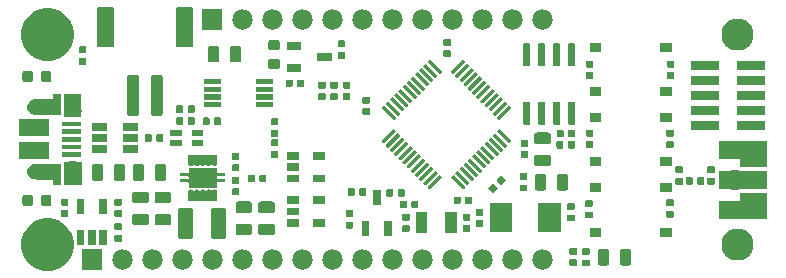
<source format=gbr>
G04 #@! TF.GenerationSoftware,KiCad,Pcbnew,(5.1.4)-1*
G04 #@! TF.CreationDate,2020-01-01T11:40:27-06:00*
G04 #@! TF.ProjectId,loRaWan1262_jlc,6c6f5261-5761-46e3-9132-36325f6a6c63,rev?*
G04 #@! TF.SameCoordinates,Original*
G04 #@! TF.FileFunction,Soldermask,Top*
G04 #@! TF.FilePolarity,Negative*
%FSLAX46Y46*%
G04 Gerber Fmt 4.6, Leading zero omitted, Abs format (unit mm)*
G04 Created by KiCad (PCBNEW (5.1.4)-1) date 2020-01-01 11:40:27*
%MOMM*%
%LPD*%
G04 APERTURE LIST*
%ADD10C,0.100000*%
G04 APERTURE END LIST*
D10*
G36*
X117488279Y-95906909D02*
G01*
X117488281Y-95906910D01*
X117488282Y-95906910D01*
X117892750Y-96074446D01*
X118105683Y-96216724D01*
X118256761Y-96317671D01*
X118566329Y-96627239D01*
X118610937Y-96694000D01*
X118809554Y-96991250D01*
X118977090Y-97395718D01*
X118977091Y-97395721D01*
X119062500Y-97825103D01*
X119062500Y-98262897D01*
X118982070Y-98667250D01*
X118977090Y-98692282D01*
X118809554Y-99096750D01*
X118662832Y-99316334D01*
X118566329Y-99460761D01*
X118256761Y-99770329D01*
X118177185Y-99823500D01*
X117892750Y-100013554D01*
X117488282Y-100181090D01*
X117488281Y-100181090D01*
X117488279Y-100181091D01*
X117058897Y-100266500D01*
X116621103Y-100266500D01*
X116191721Y-100181091D01*
X116191719Y-100181090D01*
X116191718Y-100181090D01*
X115787250Y-100013554D01*
X115502815Y-99823500D01*
X115423239Y-99770329D01*
X115113671Y-99460761D01*
X115017168Y-99316334D01*
X114870446Y-99096750D01*
X114702910Y-98692282D01*
X114697931Y-98667250D01*
X114617500Y-98262897D01*
X114617500Y-97825103D01*
X114702909Y-97395721D01*
X114702910Y-97395718D01*
X114870446Y-96991250D01*
X115069063Y-96694000D01*
X115113671Y-96627239D01*
X115423239Y-96317671D01*
X115574317Y-96216724D01*
X115787250Y-96074446D01*
X116191718Y-95906910D01*
X116191719Y-95906910D01*
X116191721Y-95906909D01*
X116621103Y-95821500D01*
X117058897Y-95821500D01*
X117488279Y-95906909D01*
X117488279Y-95906909D01*
G37*
G36*
X158916626Y-98476299D02*
G01*
X159076857Y-98524903D01*
X159224521Y-98603832D01*
X159353950Y-98710050D01*
X159460168Y-98839479D01*
X159539097Y-98987143D01*
X159587701Y-99147374D01*
X159604113Y-99314000D01*
X159587701Y-99480626D01*
X159539097Y-99640857D01*
X159460168Y-99788521D01*
X159353950Y-99917950D01*
X159224521Y-100024168D01*
X159076857Y-100103097D01*
X158916626Y-100151701D01*
X158791759Y-100164000D01*
X158708241Y-100164000D01*
X158583374Y-100151701D01*
X158423143Y-100103097D01*
X158275479Y-100024168D01*
X158146050Y-99917950D01*
X158039832Y-99788521D01*
X157960903Y-99640857D01*
X157912299Y-99480626D01*
X157895887Y-99314000D01*
X157912299Y-99147374D01*
X157960903Y-98987143D01*
X158039832Y-98839479D01*
X158146050Y-98710050D01*
X158275479Y-98603832D01*
X158423143Y-98524903D01*
X158583374Y-98476299D01*
X158708241Y-98464000D01*
X158791759Y-98464000D01*
X158916626Y-98476299D01*
X158916626Y-98476299D01*
G37*
G36*
X121500000Y-100164000D02*
G01*
X119800000Y-100164000D01*
X119800000Y-98464000D01*
X121500000Y-98464000D01*
X121500000Y-100164000D01*
X121500000Y-100164000D01*
G37*
G36*
X123356626Y-98476299D02*
G01*
X123516857Y-98524903D01*
X123664521Y-98603832D01*
X123793950Y-98710050D01*
X123900168Y-98839479D01*
X123979097Y-98987143D01*
X124027701Y-99147374D01*
X124044113Y-99314000D01*
X124027701Y-99480626D01*
X123979097Y-99640857D01*
X123900168Y-99788521D01*
X123793950Y-99917950D01*
X123664521Y-100024168D01*
X123516857Y-100103097D01*
X123356626Y-100151701D01*
X123231759Y-100164000D01*
X123148241Y-100164000D01*
X123023374Y-100151701D01*
X122863143Y-100103097D01*
X122715479Y-100024168D01*
X122586050Y-99917950D01*
X122479832Y-99788521D01*
X122400903Y-99640857D01*
X122352299Y-99480626D01*
X122335887Y-99314000D01*
X122352299Y-99147374D01*
X122400903Y-98987143D01*
X122479832Y-98839479D01*
X122586050Y-98710050D01*
X122715479Y-98603832D01*
X122863143Y-98524903D01*
X123023374Y-98476299D01*
X123148241Y-98464000D01*
X123231759Y-98464000D01*
X123356626Y-98476299D01*
X123356626Y-98476299D01*
G37*
G36*
X125896626Y-98476299D02*
G01*
X126056857Y-98524903D01*
X126204521Y-98603832D01*
X126333950Y-98710050D01*
X126440168Y-98839479D01*
X126519097Y-98987143D01*
X126567701Y-99147374D01*
X126584113Y-99314000D01*
X126567701Y-99480626D01*
X126519097Y-99640857D01*
X126440168Y-99788521D01*
X126333950Y-99917950D01*
X126204521Y-100024168D01*
X126056857Y-100103097D01*
X125896626Y-100151701D01*
X125771759Y-100164000D01*
X125688241Y-100164000D01*
X125563374Y-100151701D01*
X125403143Y-100103097D01*
X125255479Y-100024168D01*
X125126050Y-99917950D01*
X125019832Y-99788521D01*
X124940903Y-99640857D01*
X124892299Y-99480626D01*
X124875887Y-99314000D01*
X124892299Y-99147374D01*
X124940903Y-98987143D01*
X125019832Y-98839479D01*
X125126050Y-98710050D01*
X125255479Y-98603832D01*
X125403143Y-98524903D01*
X125563374Y-98476299D01*
X125688241Y-98464000D01*
X125771759Y-98464000D01*
X125896626Y-98476299D01*
X125896626Y-98476299D01*
G37*
G36*
X128436626Y-98476299D02*
G01*
X128596857Y-98524903D01*
X128744521Y-98603832D01*
X128873950Y-98710050D01*
X128980168Y-98839479D01*
X129059097Y-98987143D01*
X129107701Y-99147374D01*
X129124113Y-99314000D01*
X129107701Y-99480626D01*
X129059097Y-99640857D01*
X128980168Y-99788521D01*
X128873950Y-99917950D01*
X128744521Y-100024168D01*
X128596857Y-100103097D01*
X128436626Y-100151701D01*
X128311759Y-100164000D01*
X128228241Y-100164000D01*
X128103374Y-100151701D01*
X127943143Y-100103097D01*
X127795479Y-100024168D01*
X127666050Y-99917950D01*
X127559832Y-99788521D01*
X127480903Y-99640857D01*
X127432299Y-99480626D01*
X127415887Y-99314000D01*
X127432299Y-99147374D01*
X127480903Y-98987143D01*
X127559832Y-98839479D01*
X127666050Y-98710050D01*
X127795479Y-98603832D01*
X127943143Y-98524903D01*
X128103374Y-98476299D01*
X128228241Y-98464000D01*
X128311759Y-98464000D01*
X128436626Y-98476299D01*
X128436626Y-98476299D01*
G37*
G36*
X130976626Y-98476299D02*
G01*
X131136857Y-98524903D01*
X131284521Y-98603832D01*
X131413950Y-98710050D01*
X131520168Y-98839479D01*
X131599097Y-98987143D01*
X131647701Y-99147374D01*
X131664113Y-99314000D01*
X131647701Y-99480626D01*
X131599097Y-99640857D01*
X131520168Y-99788521D01*
X131413950Y-99917950D01*
X131284521Y-100024168D01*
X131136857Y-100103097D01*
X130976626Y-100151701D01*
X130851759Y-100164000D01*
X130768241Y-100164000D01*
X130643374Y-100151701D01*
X130483143Y-100103097D01*
X130335479Y-100024168D01*
X130206050Y-99917950D01*
X130099832Y-99788521D01*
X130020903Y-99640857D01*
X129972299Y-99480626D01*
X129955887Y-99314000D01*
X129972299Y-99147374D01*
X130020903Y-98987143D01*
X130099832Y-98839479D01*
X130206050Y-98710050D01*
X130335479Y-98603832D01*
X130483143Y-98524903D01*
X130643374Y-98476299D01*
X130768241Y-98464000D01*
X130851759Y-98464000D01*
X130976626Y-98476299D01*
X130976626Y-98476299D01*
G37*
G36*
X133516626Y-98476299D02*
G01*
X133676857Y-98524903D01*
X133824521Y-98603832D01*
X133953950Y-98710050D01*
X134060168Y-98839479D01*
X134139097Y-98987143D01*
X134187701Y-99147374D01*
X134204113Y-99314000D01*
X134187701Y-99480626D01*
X134139097Y-99640857D01*
X134060168Y-99788521D01*
X133953950Y-99917950D01*
X133824521Y-100024168D01*
X133676857Y-100103097D01*
X133516626Y-100151701D01*
X133391759Y-100164000D01*
X133308241Y-100164000D01*
X133183374Y-100151701D01*
X133023143Y-100103097D01*
X132875479Y-100024168D01*
X132746050Y-99917950D01*
X132639832Y-99788521D01*
X132560903Y-99640857D01*
X132512299Y-99480626D01*
X132495887Y-99314000D01*
X132512299Y-99147374D01*
X132560903Y-98987143D01*
X132639832Y-98839479D01*
X132746050Y-98710050D01*
X132875479Y-98603832D01*
X133023143Y-98524903D01*
X133183374Y-98476299D01*
X133308241Y-98464000D01*
X133391759Y-98464000D01*
X133516626Y-98476299D01*
X133516626Y-98476299D01*
G37*
G36*
X136056626Y-98476299D02*
G01*
X136216857Y-98524903D01*
X136364521Y-98603832D01*
X136493950Y-98710050D01*
X136600168Y-98839479D01*
X136679097Y-98987143D01*
X136727701Y-99147374D01*
X136744113Y-99314000D01*
X136727701Y-99480626D01*
X136679097Y-99640857D01*
X136600168Y-99788521D01*
X136493950Y-99917950D01*
X136364521Y-100024168D01*
X136216857Y-100103097D01*
X136056626Y-100151701D01*
X135931759Y-100164000D01*
X135848241Y-100164000D01*
X135723374Y-100151701D01*
X135563143Y-100103097D01*
X135415479Y-100024168D01*
X135286050Y-99917950D01*
X135179832Y-99788521D01*
X135100903Y-99640857D01*
X135052299Y-99480626D01*
X135035887Y-99314000D01*
X135052299Y-99147374D01*
X135100903Y-98987143D01*
X135179832Y-98839479D01*
X135286050Y-98710050D01*
X135415479Y-98603832D01*
X135563143Y-98524903D01*
X135723374Y-98476299D01*
X135848241Y-98464000D01*
X135931759Y-98464000D01*
X136056626Y-98476299D01*
X136056626Y-98476299D01*
G37*
G36*
X141136626Y-98476299D02*
G01*
X141296857Y-98524903D01*
X141444521Y-98603832D01*
X141573950Y-98710050D01*
X141680168Y-98839479D01*
X141759097Y-98987143D01*
X141807701Y-99147374D01*
X141824113Y-99314000D01*
X141807701Y-99480626D01*
X141759097Y-99640857D01*
X141680168Y-99788521D01*
X141573950Y-99917950D01*
X141444521Y-100024168D01*
X141296857Y-100103097D01*
X141136626Y-100151701D01*
X141011759Y-100164000D01*
X140928241Y-100164000D01*
X140803374Y-100151701D01*
X140643143Y-100103097D01*
X140495479Y-100024168D01*
X140366050Y-99917950D01*
X140259832Y-99788521D01*
X140180903Y-99640857D01*
X140132299Y-99480626D01*
X140115887Y-99314000D01*
X140132299Y-99147374D01*
X140180903Y-98987143D01*
X140259832Y-98839479D01*
X140366050Y-98710050D01*
X140495479Y-98603832D01*
X140643143Y-98524903D01*
X140803374Y-98476299D01*
X140928241Y-98464000D01*
X141011759Y-98464000D01*
X141136626Y-98476299D01*
X141136626Y-98476299D01*
G37*
G36*
X138596626Y-98476299D02*
G01*
X138756857Y-98524903D01*
X138904521Y-98603832D01*
X139033950Y-98710050D01*
X139140168Y-98839479D01*
X139219097Y-98987143D01*
X139267701Y-99147374D01*
X139284113Y-99314000D01*
X139267701Y-99480626D01*
X139219097Y-99640857D01*
X139140168Y-99788521D01*
X139033950Y-99917950D01*
X138904521Y-100024168D01*
X138756857Y-100103097D01*
X138596626Y-100151701D01*
X138471759Y-100164000D01*
X138388241Y-100164000D01*
X138263374Y-100151701D01*
X138103143Y-100103097D01*
X137955479Y-100024168D01*
X137826050Y-99917950D01*
X137719832Y-99788521D01*
X137640903Y-99640857D01*
X137592299Y-99480626D01*
X137575887Y-99314000D01*
X137592299Y-99147374D01*
X137640903Y-98987143D01*
X137719832Y-98839479D01*
X137826050Y-98710050D01*
X137955479Y-98603832D01*
X138103143Y-98524903D01*
X138263374Y-98476299D01*
X138388241Y-98464000D01*
X138471759Y-98464000D01*
X138596626Y-98476299D01*
X138596626Y-98476299D01*
G37*
G36*
X156376626Y-98476299D02*
G01*
X156536857Y-98524903D01*
X156684521Y-98603832D01*
X156813950Y-98710050D01*
X156920168Y-98839479D01*
X156999097Y-98987143D01*
X157047701Y-99147374D01*
X157064113Y-99314000D01*
X157047701Y-99480626D01*
X156999097Y-99640857D01*
X156920168Y-99788521D01*
X156813950Y-99917950D01*
X156684521Y-100024168D01*
X156536857Y-100103097D01*
X156376626Y-100151701D01*
X156251759Y-100164000D01*
X156168241Y-100164000D01*
X156043374Y-100151701D01*
X155883143Y-100103097D01*
X155735479Y-100024168D01*
X155606050Y-99917950D01*
X155499832Y-99788521D01*
X155420903Y-99640857D01*
X155372299Y-99480626D01*
X155355887Y-99314000D01*
X155372299Y-99147374D01*
X155420903Y-98987143D01*
X155499832Y-98839479D01*
X155606050Y-98710050D01*
X155735479Y-98603832D01*
X155883143Y-98524903D01*
X156043374Y-98476299D01*
X156168241Y-98464000D01*
X156251759Y-98464000D01*
X156376626Y-98476299D01*
X156376626Y-98476299D01*
G37*
G36*
X153836626Y-98476299D02*
G01*
X153996857Y-98524903D01*
X154144521Y-98603832D01*
X154273950Y-98710050D01*
X154380168Y-98839479D01*
X154459097Y-98987143D01*
X154507701Y-99147374D01*
X154524113Y-99314000D01*
X154507701Y-99480626D01*
X154459097Y-99640857D01*
X154380168Y-99788521D01*
X154273950Y-99917950D01*
X154144521Y-100024168D01*
X153996857Y-100103097D01*
X153836626Y-100151701D01*
X153711759Y-100164000D01*
X153628241Y-100164000D01*
X153503374Y-100151701D01*
X153343143Y-100103097D01*
X153195479Y-100024168D01*
X153066050Y-99917950D01*
X152959832Y-99788521D01*
X152880903Y-99640857D01*
X152832299Y-99480626D01*
X152815887Y-99314000D01*
X152832299Y-99147374D01*
X152880903Y-98987143D01*
X152959832Y-98839479D01*
X153066050Y-98710050D01*
X153195479Y-98603832D01*
X153343143Y-98524903D01*
X153503374Y-98476299D01*
X153628241Y-98464000D01*
X153711759Y-98464000D01*
X153836626Y-98476299D01*
X153836626Y-98476299D01*
G37*
G36*
X151296626Y-98476299D02*
G01*
X151456857Y-98524903D01*
X151604521Y-98603832D01*
X151733950Y-98710050D01*
X151840168Y-98839479D01*
X151919097Y-98987143D01*
X151967701Y-99147374D01*
X151984113Y-99314000D01*
X151967701Y-99480626D01*
X151919097Y-99640857D01*
X151840168Y-99788521D01*
X151733950Y-99917950D01*
X151604521Y-100024168D01*
X151456857Y-100103097D01*
X151296626Y-100151701D01*
X151171759Y-100164000D01*
X151088241Y-100164000D01*
X150963374Y-100151701D01*
X150803143Y-100103097D01*
X150655479Y-100024168D01*
X150526050Y-99917950D01*
X150419832Y-99788521D01*
X150340903Y-99640857D01*
X150292299Y-99480626D01*
X150275887Y-99314000D01*
X150292299Y-99147374D01*
X150340903Y-98987143D01*
X150419832Y-98839479D01*
X150526050Y-98710050D01*
X150655479Y-98603832D01*
X150803143Y-98524903D01*
X150963374Y-98476299D01*
X151088241Y-98464000D01*
X151171759Y-98464000D01*
X151296626Y-98476299D01*
X151296626Y-98476299D01*
G37*
G36*
X146216626Y-98476299D02*
G01*
X146376857Y-98524903D01*
X146524521Y-98603832D01*
X146653950Y-98710050D01*
X146760168Y-98839479D01*
X146839097Y-98987143D01*
X146887701Y-99147374D01*
X146904113Y-99314000D01*
X146887701Y-99480626D01*
X146839097Y-99640857D01*
X146760168Y-99788521D01*
X146653950Y-99917950D01*
X146524521Y-100024168D01*
X146376857Y-100103097D01*
X146216626Y-100151701D01*
X146091759Y-100164000D01*
X146008241Y-100164000D01*
X145883374Y-100151701D01*
X145723143Y-100103097D01*
X145575479Y-100024168D01*
X145446050Y-99917950D01*
X145339832Y-99788521D01*
X145260903Y-99640857D01*
X145212299Y-99480626D01*
X145195887Y-99314000D01*
X145212299Y-99147374D01*
X145260903Y-98987143D01*
X145339832Y-98839479D01*
X145446050Y-98710050D01*
X145575479Y-98603832D01*
X145723143Y-98524903D01*
X145883374Y-98476299D01*
X146008241Y-98464000D01*
X146091759Y-98464000D01*
X146216626Y-98476299D01*
X146216626Y-98476299D01*
G37*
G36*
X143676626Y-98476299D02*
G01*
X143836857Y-98524903D01*
X143984521Y-98603832D01*
X144113950Y-98710050D01*
X144220168Y-98839479D01*
X144299097Y-98987143D01*
X144347701Y-99147374D01*
X144364113Y-99314000D01*
X144347701Y-99480626D01*
X144299097Y-99640857D01*
X144220168Y-99788521D01*
X144113950Y-99917950D01*
X143984521Y-100024168D01*
X143836857Y-100103097D01*
X143676626Y-100151701D01*
X143551759Y-100164000D01*
X143468241Y-100164000D01*
X143343374Y-100151701D01*
X143183143Y-100103097D01*
X143035479Y-100024168D01*
X142906050Y-99917950D01*
X142799832Y-99788521D01*
X142720903Y-99640857D01*
X142672299Y-99480626D01*
X142655887Y-99314000D01*
X142672299Y-99147374D01*
X142720903Y-98987143D01*
X142799832Y-98839479D01*
X142906050Y-98710050D01*
X143035479Y-98603832D01*
X143183143Y-98524903D01*
X143343374Y-98476299D01*
X143468241Y-98464000D01*
X143551759Y-98464000D01*
X143676626Y-98476299D01*
X143676626Y-98476299D01*
G37*
G36*
X148756626Y-98476299D02*
G01*
X148916857Y-98524903D01*
X149064521Y-98603832D01*
X149193950Y-98710050D01*
X149300168Y-98839479D01*
X149379097Y-98987143D01*
X149427701Y-99147374D01*
X149444113Y-99314000D01*
X149427701Y-99480626D01*
X149379097Y-99640857D01*
X149300168Y-99788521D01*
X149193950Y-99917950D01*
X149064521Y-100024168D01*
X148916857Y-100103097D01*
X148756626Y-100151701D01*
X148631759Y-100164000D01*
X148548241Y-100164000D01*
X148423374Y-100151701D01*
X148263143Y-100103097D01*
X148115479Y-100024168D01*
X147986050Y-99917950D01*
X147879832Y-99788521D01*
X147800903Y-99640857D01*
X147752299Y-99480626D01*
X147735887Y-99314000D01*
X147752299Y-99147374D01*
X147800903Y-98987143D01*
X147879832Y-98839479D01*
X147986050Y-98710050D01*
X148115479Y-98603832D01*
X148263143Y-98524903D01*
X148423374Y-98476299D01*
X148548241Y-98464000D01*
X148631759Y-98464000D01*
X148756626Y-98476299D01*
X148756626Y-98476299D01*
G37*
G36*
X162659772Y-99316025D02*
G01*
X162681427Y-99322594D01*
X162701388Y-99333264D01*
X162718881Y-99347619D01*
X162733236Y-99365112D01*
X162743906Y-99385073D01*
X162750475Y-99406728D01*
X162753000Y-99432367D01*
X162753000Y-99784633D01*
X162750475Y-99810272D01*
X162743906Y-99831927D01*
X162733236Y-99851888D01*
X162718881Y-99869381D01*
X162701388Y-99883736D01*
X162681427Y-99894406D01*
X162659772Y-99900975D01*
X162634133Y-99903500D01*
X162231867Y-99903500D01*
X162206228Y-99900975D01*
X162184573Y-99894406D01*
X162164612Y-99883736D01*
X162147119Y-99869381D01*
X162132764Y-99851888D01*
X162122094Y-99831927D01*
X162115525Y-99810272D01*
X162113000Y-99784633D01*
X162113000Y-99432367D01*
X162115525Y-99406728D01*
X162122094Y-99385073D01*
X162132764Y-99365112D01*
X162147119Y-99347619D01*
X162164612Y-99333264D01*
X162184573Y-99322594D01*
X162206228Y-99316025D01*
X162231867Y-99313500D01*
X162634133Y-99313500D01*
X162659772Y-99316025D01*
X162659772Y-99316025D01*
G37*
G36*
X161580272Y-99293025D02*
G01*
X161601927Y-99299594D01*
X161621888Y-99310264D01*
X161639381Y-99324619D01*
X161653736Y-99342112D01*
X161664406Y-99362073D01*
X161670975Y-99383728D01*
X161673500Y-99409367D01*
X161673500Y-99761633D01*
X161670975Y-99787272D01*
X161664406Y-99808927D01*
X161653736Y-99828888D01*
X161639381Y-99846381D01*
X161621888Y-99860736D01*
X161601927Y-99871406D01*
X161580272Y-99877975D01*
X161554633Y-99880500D01*
X161152367Y-99880500D01*
X161126728Y-99877975D01*
X161105073Y-99871406D01*
X161085112Y-99860736D01*
X161067619Y-99846381D01*
X161053264Y-99828888D01*
X161042594Y-99808927D01*
X161036025Y-99787272D01*
X161033500Y-99761633D01*
X161033500Y-99409367D01*
X161036025Y-99383728D01*
X161042594Y-99362073D01*
X161053264Y-99342112D01*
X161067619Y-99324619D01*
X161085112Y-99310264D01*
X161105073Y-99299594D01*
X161126728Y-99293025D01*
X161152367Y-99290500D01*
X161554633Y-99290500D01*
X161580272Y-99293025D01*
X161580272Y-99293025D01*
G37*
G36*
X166100298Y-98427875D02*
G01*
X166140013Y-98439922D01*
X166176609Y-98459483D01*
X166208689Y-98485811D01*
X166235017Y-98517891D01*
X166254578Y-98554487D01*
X166266625Y-98594202D01*
X166271000Y-98638617D01*
X166271000Y-99608383D01*
X166266625Y-99652798D01*
X166254578Y-99692513D01*
X166235017Y-99729109D01*
X166208689Y-99761189D01*
X166176609Y-99787517D01*
X166140013Y-99807078D01*
X166100298Y-99819125D01*
X166055883Y-99823500D01*
X165511117Y-99823500D01*
X165466702Y-99819125D01*
X165426987Y-99807078D01*
X165390391Y-99787517D01*
X165358311Y-99761189D01*
X165331983Y-99729109D01*
X165312422Y-99692513D01*
X165300375Y-99652798D01*
X165296000Y-99608383D01*
X165296000Y-98638617D01*
X165300375Y-98594202D01*
X165312422Y-98554487D01*
X165331983Y-98517891D01*
X165358311Y-98485811D01*
X165390391Y-98459483D01*
X165426987Y-98439922D01*
X165466702Y-98427875D01*
X165511117Y-98423500D01*
X166055883Y-98423500D01*
X166100298Y-98427875D01*
X166100298Y-98427875D01*
G37*
G36*
X164225298Y-98427875D02*
G01*
X164265013Y-98439922D01*
X164301609Y-98459483D01*
X164333689Y-98485811D01*
X164360017Y-98517891D01*
X164379578Y-98554487D01*
X164391625Y-98594202D01*
X164396000Y-98638617D01*
X164396000Y-99608383D01*
X164391625Y-99652798D01*
X164379578Y-99692513D01*
X164360017Y-99729109D01*
X164333689Y-99761189D01*
X164301609Y-99787517D01*
X164265013Y-99807078D01*
X164225298Y-99819125D01*
X164180883Y-99823500D01*
X163636117Y-99823500D01*
X163591702Y-99819125D01*
X163551987Y-99807078D01*
X163515391Y-99787517D01*
X163483311Y-99761189D01*
X163456983Y-99729109D01*
X163437422Y-99692513D01*
X163425375Y-99652798D01*
X163421000Y-99608383D01*
X163421000Y-98638617D01*
X163425375Y-98594202D01*
X163437422Y-98554487D01*
X163456983Y-98517891D01*
X163483311Y-98485811D01*
X163515391Y-98459483D01*
X163551987Y-98439922D01*
X163591702Y-98427875D01*
X163636117Y-98423500D01*
X164180883Y-98423500D01*
X164225298Y-98427875D01*
X164225298Y-98427875D01*
G37*
G36*
X175458167Y-96706970D02*
G01*
X175653783Y-96745880D01*
X175899466Y-96847646D01*
X176120570Y-96995383D01*
X176120572Y-96995385D01*
X176120575Y-96995387D01*
X176308613Y-97183425D01*
X176308615Y-97183428D01*
X176308617Y-97183430D01*
X176456354Y-97404534D01*
X176558120Y-97650217D01*
X176610000Y-97911038D01*
X176610000Y-98176962D01*
X176558120Y-98437783D01*
X176456354Y-98683466D01*
X176308617Y-98904570D01*
X176308615Y-98904572D01*
X176308613Y-98904575D01*
X176120575Y-99092613D01*
X176120572Y-99092615D01*
X176120570Y-99092617D01*
X175899466Y-99240354D01*
X175653783Y-99342120D01*
X175468106Y-99379053D01*
X175392963Y-99394000D01*
X175127037Y-99394000D01*
X175051894Y-99379053D01*
X174866217Y-99342120D01*
X174620534Y-99240354D01*
X174399430Y-99092617D01*
X174399428Y-99092615D01*
X174399425Y-99092613D01*
X174211387Y-98904575D01*
X174211385Y-98904572D01*
X174211383Y-98904570D01*
X174063646Y-98683466D01*
X173961880Y-98437783D01*
X173910000Y-98176962D01*
X173910000Y-97911038D01*
X173961880Y-97650217D01*
X174063646Y-97404534D01*
X174211383Y-97183430D01*
X174211385Y-97183428D01*
X174211387Y-97183425D01*
X174399425Y-96995387D01*
X174399428Y-96995385D01*
X174399430Y-96995383D01*
X174620534Y-96847646D01*
X174866217Y-96745880D01*
X175061833Y-96706970D01*
X175127037Y-96694000D01*
X175392963Y-96694000D01*
X175458167Y-96706970D01*
X175458167Y-96706970D01*
G37*
G36*
X162659772Y-98346025D02*
G01*
X162681427Y-98352594D01*
X162701388Y-98363264D01*
X162718881Y-98377619D01*
X162733236Y-98395112D01*
X162743906Y-98415073D01*
X162750475Y-98436728D01*
X162753000Y-98462367D01*
X162753000Y-98814633D01*
X162750475Y-98840272D01*
X162743906Y-98861927D01*
X162733236Y-98881888D01*
X162718881Y-98899381D01*
X162701388Y-98913736D01*
X162681427Y-98924406D01*
X162659772Y-98930975D01*
X162634133Y-98933500D01*
X162231867Y-98933500D01*
X162206228Y-98930975D01*
X162184573Y-98924406D01*
X162164612Y-98913736D01*
X162147119Y-98899381D01*
X162132764Y-98881888D01*
X162122094Y-98861927D01*
X162115525Y-98840272D01*
X162113000Y-98814633D01*
X162113000Y-98462367D01*
X162115525Y-98436728D01*
X162122094Y-98415073D01*
X162132764Y-98395112D01*
X162147119Y-98377619D01*
X162164612Y-98363264D01*
X162184573Y-98352594D01*
X162206228Y-98346025D01*
X162231867Y-98343500D01*
X162634133Y-98343500D01*
X162659772Y-98346025D01*
X162659772Y-98346025D01*
G37*
G36*
X161580272Y-98323025D02*
G01*
X161601927Y-98329594D01*
X161621888Y-98340264D01*
X161639381Y-98354619D01*
X161653736Y-98372112D01*
X161664406Y-98392073D01*
X161670975Y-98413728D01*
X161673500Y-98439367D01*
X161673500Y-98791633D01*
X161670975Y-98817272D01*
X161664406Y-98838927D01*
X161653736Y-98858888D01*
X161639381Y-98876381D01*
X161621888Y-98890736D01*
X161601927Y-98901406D01*
X161580272Y-98907975D01*
X161554633Y-98910500D01*
X161152367Y-98910500D01*
X161126728Y-98907975D01*
X161105073Y-98901406D01*
X161085112Y-98890736D01*
X161067619Y-98876381D01*
X161053264Y-98858888D01*
X161042594Y-98838927D01*
X161036025Y-98817272D01*
X161033500Y-98791633D01*
X161033500Y-98439367D01*
X161036025Y-98413728D01*
X161042594Y-98392073D01*
X161053264Y-98372112D01*
X161067619Y-98354619D01*
X161085112Y-98340264D01*
X161105073Y-98329594D01*
X161126728Y-98323025D01*
X161152367Y-98320500D01*
X161554633Y-98320500D01*
X161580272Y-98323025D01*
X161580272Y-98323025D01*
G37*
G36*
X121861500Y-98059000D02*
G01*
X121211500Y-98059000D01*
X121211500Y-96839000D01*
X121861500Y-96839000D01*
X121861500Y-98059000D01*
X121861500Y-98059000D01*
G37*
G36*
X120911500Y-98059000D02*
G01*
X120261500Y-98059000D01*
X120261500Y-96839000D01*
X120911500Y-96839000D01*
X120911500Y-98059000D01*
X120911500Y-98059000D01*
G37*
G36*
X119961500Y-98059000D02*
G01*
X119311500Y-98059000D01*
X119311500Y-96839000D01*
X119961500Y-96839000D01*
X119961500Y-98059000D01*
X119961500Y-98059000D01*
G37*
G36*
X123061172Y-97220525D02*
G01*
X123082827Y-97227094D01*
X123102788Y-97237764D01*
X123120281Y-97252119D01*
X123134636Y-97269612D01*
X123145306Y-97289573D01*
X123151875Y-97311228D01*
X123154400Y-97336867D01*
X123154400Y-97689133D01*
X123151875Y-97714772D01*
X123145306Y-97736427D01*
X123134636Y-97756388D01*
X123120281Y-97773881D01*
X123102788Y-97788236D01*
X123082827Y-97798906D01*
X123061172Y-97805475D01*
X123035533Y-97808000D01*
X122633267Y-97808000D01*
X122607628Y-97805475D01*
X122585973Y-97798906D01*
X122566012Y-97788236D01*
X122548519Y-97773881D01*
X122534164Y-97756388D01*
X122523494Y-97736427D01*
X122516925Y-97714772D01*
X122514400Y-97689133D01*
X122514400Y-97336867D01*
X122516925Y-97311228D01*
X122523494Y-97289573D01*
X122534164Y-97269612D01*
X122548519Y-97252119D01*
X122566012Y-97237764D01*
X122585973Y-97227094D01*
X122607628Y-97220525D01*
X122633267Y-97218000D01*
X123035533Y-97218000D01*
X123061172Y-97220525D01*
X123061172Y-97220525D01*
G37*
G36*
X131775377Y-94945373D02*
G01*
X131815076Y-94957415D01*
X131851656Y-94976967D01*
X131883719Y-95003281D01*
X131910033Y-95035344D01*
X131929585Y-95071924D01*
X131941627Y-95111623D01*
X131946000Y-95156017D01*
X131946000Y-97375983D01*
X131941627Y-97420377D01*
X131929585Y-97460076D01*
X131910033Y-97496656D01*
X131883719Y-97528719D01*
X131851656Y-97555033D01*
X131815076Y-97574585D01*
X131775377Y-97586627D01*
X131730983Y-97591000D01*
X130911017Y-97591000D01*
X130866623Y-97586627D01*
X130826924Y-97574585D01*
X130790344Y-97555033D01*
X130758281Y-97528719D01*
X130731967Y-97496656D01*
X130712415Y-97460076D01*
X130700373Y-97420377D01*
X130696000Y-97375983D01*
X130696000Y-95156017D01*
X130700373Y-95111623D01*
X130712415Y-95071924D01*
X130731967Y-95035344D01*
X130758281Y-95003281D01*
X130790344Y-94976967D01*
X130826924Y-94957415D01*
X130866623Y-94945373D01*
X130911017Y-94941000D01*
X131730983Y-94941000D01*
X131775377Y-94945373D01*
X131775377Y-94945373D01*
G37*
G36*
X128975377Y-94945373D02*
G01*
X129015076Y-94957415D01*
X129051656Y-94976967D01*
X129083719Y-95003281D01*
X129110033Y-95035344D01*
X129129585Y-95071924D01*
X129141627Y-95111623D01*
X129146000Y-95156017D01*
X129146000Y-97375983D01*
X129141627Y-97420377D01*
X129129585Y-97460076D01*
X129110033Y-97496656D01*
X129083719Y-97528719D01*
X129051656Y-97555033D01*
X129015076Y-97574585D01*
X128975377Y-97586627D01*
X128930983Y-97591000D01*
X128111017Y-97591000D01*
X128066623Y-97586627D01*
X128026924Y-97574585D01*
X127990344Y-97555033D01*
X127958281Y-97528719D01*
X127931967Y-97496656D01*
X127912415Y-97460076D01*
X127900373Y-97420377D01*
X127896000Y-97375983D01*
X127896000Y-95156017D01*
X127900373Y-95111623D01*
X127912415Y-95071924D01*
X127931967Y-95035344D01*
X127958281Y-95003281D01*
X127990344Y-94976967D01*
X128026924Y-94957415D01*
X128066623Y-94945373D01*
X128111017Y-94941000D01*
X128930983Y-94941000D01*
X128975377Y-94945373D01*
X128975377Y-94945373D01*
G37*
G36*
X163743000Y-97373000D02*
G01*
X162743000Y-97373000D01*
X162743000Y-96623000D01*
X163743000Y-96623000D01*
X163743000Y-97373000D01*
X163743000Y-97373000D01*
G37*
G36*
X169743000Y-97373000D02*
G01*
X168743000Y-97373000D01*
X168743000Y-96623000D01*
X169743000Y-96623000D01*
X169743000Y-97373000D01*
X169743000Y-97373000D01*
G37*
G36*
X145991500Y-97297000D02*
G01*
X145341500Y-97297000D01*
X145341500Y-96077000D01*
X145991500Y-96077000D01*
X145991500Y-97297000D01*
X145991500Y-97297000D01*
G37*
G36*
X144091500Y-97297000D02*
G01*
X143441500Y-97297000D01*
X143441500Y-96077000D01*
X144091500Y-96077000D01*
X144091500Y-97297000D01*
X144091500Y-97297000D01*
G37*
G36*
X135911298Y-96275875D02*
G01*
X135951013Y-96287922D01*
X135987609Y-96307483D01*
X136019689Y-96333811D01*
X136046017Y-96365891D01*
X136065578Y-96402487D01*
X136077625Y-96442202D01*
X136082000Y-96486617D01*
X136082000Y-97031383D01*
X136077625Y-97075798D01*
X136065578Y-97115513D01*
X136046017Y-97152109D01*
X136019689Y-97184189D01*
X135987609Y-97210517D01*
X135951013Y-97230078D01*
X135911298Y-97242125D01*
X135866883Y-97246500D01*
X134897117Y-97246500D01*
X134852702Y-97242125D01*
X134812987Y-97230078D01*
X134776391Y-97210517D01*
X134744311Y-97184189D01*
X134717983Y-97152109D01*
X134698422Y-97115513D01*
X134686375Y-97075798D01*
X134682000Y-97031383D01*
X134682000Y-96486617D01*
X134686375Y-96442202D01*
X134698422Y-96402487D01*
X134717983Y-96365891D01*
X134744311Y-96333811D01*
X134776391Y-96307483D01*
X134812987Y-96287922D01*
X134852702Y-96275875D01*
X134897117Y-96271500D01*
X135866883Y-96271500D01*
X135911298Y-96275875D01*
X135911298Y-96275875D01*
G37*
G36*
X134006298Y-96275875D02*
G01*
X134046013Y-96287922D01*
X134082609Y-96307483D01*
X134114689Y-96333811D01*
X134141017Y-96365891D01*
X134160578Y-96402487D01*
X134172625Y-96442202D01*
X134177000Y-96486617D01*
X134177000Y-97031383D01*
X134172625Y-97075798D01*
X134160578Y-97115513D01*
X134141017Y-97152109D01*
X134114689Y-97184189D01*
X134082609Y-97210517D01*
X134046013Y-97230078D01*
X134006298Y-97242125D01*
X133961883Y-97246500D01*
X132992117Y-97246500D01*
X132947702Y-97242125D01*
X132907987Y-97230078D01*
X132871391Y-97210517D01*
X132839311Y-97184189D01*
X132812983Y-97152109D01*
X132793422Y-97115513D01*
X132781375Y-97075798D01*
X132777000Y-97031383D01*
X132777000Y-96486617D01*
X132781375Y-96442202D01*
X132793422Y-96402487D01*
X132812983Y-96365891D01*
X132839311Y-96333811D01*
X132871391Y-96307483D01*
X132907987Y-96287922D01*
X132947702Y-96275875D01*
X132992117Y-96271500D01*
X133961883Y-96271500D01*
X134006298Y-96275875D01*
X134006298Y-96275875D01*
G37*
G36*
X149003000Y-97102500D02*
G01*
X148003000Y-97102500D01*
X148003000Y-95302500D01*
X149003000Y-95302500D01*
X149003000Y-97102500D01*
X149003000Y-97102500D01*
G37*
G36*
X151503000Y-97102500D02*
G01*
X150503000Y-97102500D01*
X150503000Y-95302500D01*
X151503000Y-95302500D01*
X151503000Y-97102500D01*
X151503000Y-97102500D01*
G37*
G36*
X147419772Y-96395025D02*
G01*
X147441427Y-96401594D01*
X147461388Y-96412264D01*
X147478881Y-96426619D01*
X147493236Y-96444112D01*
X147503906Y-96464073D01*
X147510475Y-96485728D01*
X147513000Y-96511367D01*
X147513000Y-96863633D01*
X147510475Y-96889272D01*
X147503906Y-96910927D01*
X147493236Y-96930888D01*
X147478881Y-96948381D01*
X147461388Y-96962736D01*
X147441427Y-96973406D01*
X147419772Y-96979975D01*
X147394133Y-96982500D01*
X146991867Y-96982500D01*
X146966228Y-96979975D01*
X146944573Y-96973406D01*
X146924612Y-96962736D01*
X146907119Y-96948381D01*
X146892764Y-96930888D01*
X146882094Y-96910927D01*
X146875525Y-96889272D01*
X146873000Y-96863633D01*
X146873000Y-96511367D01*
X146875525Y-96485728D01*
X146882094Y-96464073D01*
X146892764Y-96444112D01*
X146907119Y-96426619D01*
X146924612Y-96412264D01*
X146944573Y-96401594D01*
X146966228Y-96395025D01*
X146991867Y-96392500D01*
X147394133Y-96392500D01*
X147419772Y-96395025D01*
X147419772Y-96395025D01*
G37*
G36*
X152563272Y-96395025D02*
G01*
X152584927Y-96401594D01*
X152604888Y-96412264D01*
X152622381Y-96426619D01*
X152636736Y-96444112D01*
X152647406Y-96464073D01*
X152653975Y-96485728D01*
X152656500Y-96511367D01*
X152656500Y-96863633D01*
X152653975Y-96889272D01*
X152647406Y-96910927D01*
X152636736Y-96930888D01*
X152622381Y-96948381D01*
X152604888Y-96962736D01*
X152584927Y-96973406D01*
X152563272Y-96979975D01*
X152537633Y-96982500D01*
X152135367Y-96982500D01*
X152109728Y-96979975D01*
X152088073Y-96973406D01*
X152068112Y-96962736D01*
X152050619Y-96948381D01*
X152036264Y-96930888D01*
X152025594Y-96910927D01*
X152019025Y-96889272D01*
X152016500Y-96863633D01*
X152016500Y-96511367D01*
X152019025Y-96485728D01*
X152025594Y-96464073D01*
X152036264Y-96444112D01*
X152050619Y-96426619D01*
X152068112Y-96412264D01*
X152088073Y-96401594D01*
X152109728Y-96395025D01*
X152135367Y-96392500D01*
X152537633Y-96392500D01*
X152563272Y-96395025D01*
X152563272Y-96395025D01*
G37*
G36*
X160300431Y-96968931D02*
G01*
X158400431Y-96968931D01*
X158400431Y-94568931D01*
X160300431Y-94568931D01*
X160300431Y-96968931D01*
X160300431Y-96968931D01*
G37*
G36*
X156200431Y-96968931D02*
G01*
X154300431Y-96968931D01*
X154300431Y-94568931D01*
X156200431Y-94568931D01*
X156200431Y-96968931D01*
X156200431Y-96968931D01*
G37*
G36*
X123061172Y-96250525D02*
G01*
X123082827Y-96257094D01*
X123102788Y-96267764D01*
X123120281Y-96282119D01*
X123134636Y-96299612D01*
X123145306Y-96319573D01*
X123151875Y-96341228D01*
X123154400Y-96366867D01*
X123154400Y-96719133D01*
X123151875Y-96744772D01*
X123145306Y-96766427D01*
X123134636Y-96786388D01*
X123120281Y-96803881D01*
X123102788Y-96818236D01*
X123082827Y-96828906D01*
X123061172Y-96835475D01*
X123035533Y-96838000D01*
X122633267Y-96838000D01*
X122607628Y-96835475D01*
X122585973Y-96828906D01*
X122566012Y-96818236D01*
X122548519Y-96803881D01*
X122534164Y-96786388D01*
X122523494Y-96766427D01*
X122516925Y-96744772D01*
X122514400Y-96719133D01*
X122514400Y-96366867D01*
X122516925Y-96341228D01*
X122523494Y-96319573D01*
X122534164Y-96299612D01*
X122548519Y-96282119D01*
X122566012Y-96267764D01*
X122585973Y-96257094D01*
X122607628Y-96250525D01*
X122633267Y-96248000D01*
X123035533Y-96248000D01*
X123061172Y-96250525D01*
X123061172Y-96250525D01*
G37*
G36*
X142657272Y-96100525D02*
G01*
X142678927Y-96107094D01*
X142698888Y-96117764D01*
X142716381Y-96132119D01*
X142730736Y-96149612D01*
X142741406Y-96169573D01*
X142747975Y-96191228D01*
X142750500Y-96216867D01*
X142750500Y-96569133D01*
X142747975Y-96594772D01*
X142741406Y-96616427D01*
X142730736Y-96636388D01*
X142716381Y-96653881D01*
X142698888Y-96668236D01*
X142678927Y-96678906D01*
X142657272Y-96685475D01*
X142631633Y-96688000D01*
X142229367Y-96688000D01*
X142203728Y-96685475D01*
X142182073Y-96678906D01*
X142162112Y-96668236D01*
X142144619Y-96653881D01*
X142130264Y-96636388D01*
X142119594Y-96616427D01*
X142113025Y-96594772D01*
X142110500Y-96569133D01*
X142110500Y-96216867D01*
X142113025Y-96191228D01*
X142119594Y-96169573D01*
X142130264Y-96149612D01*
X142144619Y-96132119D01*
X142162112Y-96117764D01*
X142182073Y-96107094D01*
X142203728Y-96100525D01*
X142229367Y-96098000D01*
X142631633Y-96098000D01*
X142657272Y-96100525D01*
X142657272Y-96100525D01*
G37*
G36*
X153642772Y-95991025D02*
G01*
X153664427Y-95997594D01*
X153684388Y-96008264D01*
X153701881Y-96022619D01*
X153716236Y-96040112D01*
X153726906Y-96060073D01*
X153733475Y-96081728D01*
X153736000Y-96107367D01*
X153736000Y-96459633D01*
X153733475Y-96485272D01*
X153726906Y-96506927D01*
X153716236Y-96526888D01*
X153701881Y-96544381D01*
X153684388Y-96558736D01*
X153664427Y-96569406D01*
X153642772Y-96575975D01*
X153617133Y-96578500D01*
X153214867Y-96578500D01*
X153189228Y-96575975D01*
X153167573Y-96569406D01*
X153147612Y-96558736D01*
X153130119Y-96544381D01*
X153115764Y-96526888D01*
X153105094Y-96506927D01*
X153098525Y-96485272D01*
X153096000Y-96459633D01*
X153096000Y-96107367D01*
X153098525Y-96081728D01*
X153105094Y-96060073D01*
X153115764Y-96040112D01*
X153130119Y-96022619D01*
X153147612Y-96008264D01*
X153167573Y-95997594D01*
X153189228Y-95991025D01*
X153214867Y-95988500D01*
X153617133Y-95988500D01*
X153642772Y-95991025D01*
X153642772Y-95991025D01*
G37*
G36*
X138177500Y-96525000D02*
G01*
X137117500Y-96525000D01*
X137117500Y-95875000D01*
X138177500Y-95875000D01*
X138177500Y-96525000D01*
X138177500Y-96525000D01*
G37*
G36*
X140377500Y-96525000D02*
G01*
X139317500Y-96525000D01*
X139317500Y-95875000D01*
X140377500Y-95875000D01*
X140377500Y-96525000D01*
X140377500Y-96525000D01*
G37*
G36*
X127148298Y-95450375D02*
G01*
X127188013Y-95462422D01*
X127224609Y-95481983D01*
X127256689Y-95508311D01*
X127283017Y-95540391D01*
X127302578Y-95576987D01*
X127314625Y-95616702D01*
X127319000Y-95661117D01*
X127319000Y-96205883D01*
X127314625Y-96250298D01*
X127302578Y-96290013D01*
X127283017Y-96326609D01*
X127256689Y-96358689D01*
X127224609Y-96385017D01*
X127188013Y-96404578D01*
X127148298Y-96416625D01*
X127103883Y-96421000D01*
X126134117Y-96421000D01*
X126089702Y-96416625D01*
X126049987Y-96404578D01*
X126013391Y-96385017D01*
X125981311Y-96358689D01*
X125954983Y-96326609D01*
X125935422Y-96290013D01*
X125923375Y-96250298D01*
X125919000Y-96205883D01*
X125919000Y-95661117D01*
X125923375Y-95616702D01*
X125935422Y-95576987D01*
X125954983Y-95540391D01*
X125981311Y-95508311D01*
X126013391Y-95481983D01*
X126049987Y-95462422D01*
X126089702Y-95450375D01*
X126134117Y-95446000D01*
X127103883Y-95446000D01*
X127148298Y-95450375D01*
X127148298Y-95450375D01*
G37*
G36*
X125243298Y-95450375D02*
G01*
X125283013Y-95462422D01*
X125319609Y-95481983D01*
X125351689Y-95508311D01*
X125378017Y-95540391D01*
X125397578Y-95576987D01*
X125409625Y-95616702D01*
X125414000Y-95661117D01*
X125414000Y-96205883D01*
X125409625Y-96250298D01*
X125397578Y-96290013D01*
X125378017Y-96326609D01*
X125351689Y-96358689D01*
X125319609Y-96385017D01*
X125283013Y-96404578D01*
X125243298Y-96416625D01*
X125198883Y-96421000D01*
X124229117Y-96421000D01*
X124184702Y-96416625D01*
X124144987Y-96404578D01*
X124108391Y-96385017D01*
X124076311Y-96358689D01*
X124049983Y-96326609D01*
X124030422Y-96290013D01*
X124018375Y-96250298D01*
X124014000Y-96205883D01*
X124014000Y-95661117D01*
X124018375Y-95616702D01*
X124030422Y-95576987D01*
X124049983Y-95540391D01*
X124076311Y-95508311D01*
X124108391Y-95481983D01*
X124144987Y-95462422D01*
X124184702Y-95450375D01*
X124229117Y-95446000D01*
X125198883Y-95446000D01*
X125243298Y-95450375D01*
X125243298Y-95450375D01*
G37*
G36*
X161389772Y-95506025D02*
G01*
X161411427Y-95512594D01*
X161431388Y-95523264D01*
X161448881Y-95537619D01*
X161463236Y-95555112D01*
X161473906Y-95575073D01*
X161480475Y-95596728D01*
X161483000Y-95622367D01*
X161483000Y-95974633D01*
X161480475Y-96000272D01*
X161473906Y-96021927D01*
X161463236Y-96041888D01*
X161448881Y-96059381D01*
X161431388Y-96073736D01*
X161411427Y-96084406D01*
X161389772Y-96090975D01*
X161364133Y-96093500D01*
X160961867Y-96093500D01*
X160936228Y-96090975D01*
X160914573Y-96084406D01*
X160894612Y-96073736D01*
X160877119Y-96059381D01*
X160862764Y-96041888D01*
X160852094Y-96021927D01*
X160845525Y-96000272D01*
X160843000Y-95974633D01*
X160843000Y-95622367D01*
X160845525Y-95596728D01*
X160852094Y-95575073D01*
X160862764Y-95555112D01*
X160877119Y-95537619D01*
X160894612Y-95523264D01*
X160914573Y-95512594D01*
X160936228Y-95506025D01*
X160961867Y-95503500D01*
X161364133Y-95503500D01*
X161389772Y-95506025D01*
X161389772Y-95506025D01*
G37*
G36*
X152563272Y-95425025D02*
G01*
X152584927Y-95431594D01*
X152604888Y-95442264D01*
X152622381Y-95456619D01*
X152636736Y-95474112D01*
X152647406Y-95494073D01*
X152653975Y-95515728D01*
X152656500Y-95541367D01*
X152656500Y-95893633D01*
X152653975Y-95919272D01*
X152647406Y-95940927D01*
X152636736Y-95960888D01*
X152622381Y-95978381D01*
X152604888Y-95992736D01*
X152584927Y-96003406D01*
X152563272Y-96009975D01*
X152537633Y-96012500D01*
X152135367Y-96012500D01*
X152109728Y-96009975D01*
X152088073Y-96003406D01*
X152068112Y-95992736D01*
X152050619Y-95978381D01*
X152036264Y-95960888D01*
X152025594Y-95940927D01*
X152019025Y-95919272D01*
X152016500Y-95893633D01*
X152016500Y-95541367D01*
X152019025Y-95515728D01*
X152025594Y-95494073D01*
X152036264Y-95474112D01*
X152050619Y-95456619D01*
X152068112Y-95442264D01*
X152088073Y-95431594D01*
X152109728Y-95425025D01*
X152135367Y-95422500D01*
X152537633Y-95422500D01*
X152563272Y-95425025D01*
X152563272Y-95425025D01*
G37*
G36*
X147419772Y-95425025D02*
G01*
X147441427Y-95431594D01*
X147461388Y-95442264D01*
X147478881Y-95456619D01*
X147493236Y-95474112D01*
X147503906Y-95494073D01*
X147510475Y-95515728D01*
X147513000Y-95541367D01*
X147513000Y-95893633D01*
X147510475Y-95919272D01*
X147503906Y-95940927D01*
X147493236Y-95960888D01*
X147478881Y-95978381D01*
X147461388Y-95992736D01*
X147441427Y-96003406D01*
X147419772Y-96009975D01*
X147394133Y-96012500D01*
X146991867Y-96012500D01*
X146966228Y-96009975D01*
X146944573Y-96003406D01*
X146924612Y-95992736D01*
X146907119Y-95978381D01*
X146892764Y-95960888D01*
X146882094Y-95940927D01*
X146875525Y-95919272D01*
X146873000Y-95893633D01*
X146873000Y-95541367D01*
X146875525Y-95515728D01*
X146882094Y-95494073D01*
X146892764Y-95474112D01*
X146907119Y-95456619D01*
X146924612Y-95442264D01*
X146944573Y-95431594D01*
X146966228Y-95425025D01*
X146991867Y-95422500D01*
X147394133Y-95422500D01*
X147419772Y-95425025D01*
X147419772Y-95425025D01*
G37*
G36*
X177774100Y-94809188D02*
G01*
X177773820Y-94810111D01*
X177772600Y-94822499D01*
X177772600Y-95883000D01*
X173712600Y-95883000D01*
X173712600Y-94363000D01*
X175425601Y-94363000D01*
X175437989Y-94361780D01*
X175449901Y-94358166D01*
X175460879Y-94352298D01*
X175470502Y-94344402D01*
X175478398Y-94334779D01*
X175484266Y-94323801D01*
X175487880Y-94311889D01*
X175489100Y-94299501D01*
X175489100Y-93709000D01*
X177774100Y-93709000D01*
X177774100Y-94809188D01*
X177774100Y-94809188D01*
G37*
G36*
X162913772Y-95252025D02*
G01*
X162935427Y-95258594D01*
X162955388Y-95269264D01*
X162972881Y-95283619D01*
X162987236Y-95301112D01*
X162997906Y-95321073D01*
X163004475Y-95342728D01*
X163007000Y-95368367D01*
X163007000Y-95720633D01*
X163004475Y-95746272D01*
X162997906Y-95767927D01*
X162987236Y-95787888D01*
X162972881Y-95805381D01*
X162955388Y-95819736D01*
X162935427Y-95830406D01*
X162913772Y-95836975D01*
X162888133Y-95839500D01*
X162485867Y-95839500D01*
X162460228Y-95836975D01*
X162438573Y-95830406D01*
X162418612Y-95819736D01*
X162401119Y-95805381D01*
X162386764Y-95787888D01*
X162376094Y-95767927D01*
X162369525Y-95746272D01*
X162367000Y-95720633D01*
X162367000Y-95368367D01*
X162369525Y-95342728D01*
X162376094Y-95321073D01*
X162386764Y-95301112D01*
X162401119Y-95283619D01*
X162418612Y-95269264D01*
X162438573Y-95258594D01*
X162460228Y-95252025D01*
X162485867Y-95249500D01*
X162888133Y-95249500D01*
X162913772Y-95252025D01*
X162913772Y-95252025D01*
G37*
G36*
X169771772Y-95188525D02*
G01*
X169793427Y-95195094D01*
X169813388Y-95205764D01*
X169830881Y-95220119D01*
X169845236Y-95237612D01*
X169855906Y-95257573D01*
X169862475Y-95279228D01*
X169865000Y-95304867D01*
X169865000Y-95657133D01*
X169862475Y-95682772D01*
X169855906Y-95704427D01*
X169845236Y-95724388D01*
X169830881Y-95741881D01*
X169813388Y-95756236D01*
X169793427Y-95766906D01*
X169771772Y-95773475D01*
X169746133Y-95776000D01*
X169343867Y-95776000D01*
X169318228Y-95773475D01*
X169296573Y-95766906D01*
X169276612Y-95756236D01*
X169259119Y-95741881D01*
X169244764Y-95724388D01*
X169234094Y-95704427D01*
X169227525Y-95682772D01*
X169225000Y-95657133D01*
X169225000Y-95304867D01*
X169227525Y-95279228D01*
X169234094Y-95257573D01*
X169244764Y-95237612D01*
X169259119Y-95220119D01*
X169276612Y-95205764D01*
X169296573Y-95195094D01*
X169318228Y-95188525D01*
X169343867Y-95186000D01*
X169746133Y-95186000D01*
X169771772Y-95188525D01*
X169771772Y-95188525D01*
G37*
G36*
X142657272Y-95130525D02*
G01*
X142678927Y-95137094D01*
X142698888Y-95147764D01*
X142716381Y-95162119D01*
X142730736Y-95179612D01*
X142741406Y-95199573D01*
X142747975Y-95221228D01*
X142750500Y-95246867D01*
X142750500Y-95599133D01*
X142747975Y-95624772D01*
X142741406Y-95646427D01*
X142730736Y-95666388D01*
X142716381Y-95683881D01*
X142698888Y-95698236D01*
X142678927Y-95708906D01*
X142657272Y-95715475D01*
X142631633Y-95718000D01*
X142229367Y-95718000D01*
X142203728Y-95715475D01*
X142182073Y-95708906D01*
X142162112Y-95698236D01*
X142144619Y-95683881D01*
X142130264Y-95666388D01*
X142119594Y-95646427D01*
X142113025Y-95624772D01*
X142110500Y-95599133D01*
X142110500Y-95246867D01*
X142113025Y-95221228D01*
X142119594Y-95199573D01*
X142130264Y-95179612D01*
X142144619Y-95162119D01*
X142162112Y-95147764D01*
X142182073Y-95137094D01*
X142203728Y-95130525D01*
X142229367Y-95128000D01*
X142631633Y-95128000D01*
X142657272Y-95130525D01*
X142657272Y-95130525D01*
G37*
G36*
X123061172Y-95125025D02*
G01*
X123082827Y-95131594D01*
X123102788Y-95142264D01*
X123120281Y-95156619D01*
X123134636Y-95174112D01*
X123145306Y-95194073D01*
X123151875Y-95215728D01*
X123154400Y-95241367D01*
X123154400Y-95593633D01*
X123151875Y-95619272D01*
X123145306Y-95640927D01*
X123134636Y-95660888D01*
X123120281Y-95678381D01*
X123102788Y-95692736D01*
X123082827Y-95703406D01*
X123061172Y-95709975D01*
X123035533Y-95712500D01*
X122633267Y-95712500D01*
X122607628Y-95709975D01*
X122585973Y-95703406D01*
X122566012Y-95692736D01*
X122548519Y-95678381D01*
X122534164Y-95660888D01*
X122523494Y-95640927D01*
X122516925Y-95619272D01*
X122514400Y-95593633D01*
X122514400Y-95241367D01*
X122516925Y-95215728D01*
X122523494Y-95194073D01*
X122534164Y-95174112D01*
X122548519Y-95156619D01*
X122566012Y-95142264D01*
X122585973Y-95131594D01*
X122607628Y-95125025D01*
X122633267Y-95122500D01*
X123035533Y-95122500D01*
X123061172Y-95125025D01*
X123061172Y-95125025D01*
G37*
G36*
X118527272Y-95125025D02*
G01*
X118548927Y-95131594D01*
X118568888Y-95142264D01*
X118586381Y-95156619D01*
X118600736Y-95174112D01*
X118611406Y-95194073D01*
X118617975Y-95215728D01*
X118620500Y-95241367D01*
X118620500Y-95593633D01*
X118617975Y-95619272D01*
X118611406Y-95640927D01*
X118600736Y-95660888D01*
X118586381Y-95678381D01*
X118568888Y-95692736D01*
X118548927Y-95703406D01*
X118527272Y-95709975D01*
X118501633Y-95712500D01*
X118099367Y-95712500D01*
X118073728Y-95709975D01*
X118052073Y-95703406D01*
X118032112Y-95692736D01*
X118014619Y-95678381D01*
X118000264Y-95660888D01*
X117989594Y-95640927D01*
X117983025Y-95619272D01*
X117980500Y-95593633D01*
X117980500Y-95241367D01*
X117983025Y-95215728D01*
X117989594Y-95194073D01*
X118000264Y-95174112D01*
X118014619Y-95156619D01*
X118032112Y-95142264D01*
X118052073Y-95131594D01*
X118073728Y-95125025D01*
X118099367Y-95122500D01*
X118501633Y-95122500D01*
X118527272Y-95125025D01*
X118527272Y-95125025D01*
G37*
G36*
X153642772Y-95021025D02*
G01*
X153664427Y-95027594D01*
X153684388Y-95038264D01*
X153701881Y-95052619D01*
X153716236Y-95070112D01*
X153726906Y-95090073D01*
X153733475Y-95111728D01*
X153736000Y-95137367D01*
X153736000Y-95489633D01*
X153733475Y-95515272D01*
X153726906Y-95536927D01*
X153716236Y-95556888D01*
X153701881Y-95574381D01*
X153684388Y-95588736D01*
X153664427Y-95599406D01*
X153642772Y-95605975D01*
X153617133Y-95608500D01*
X153214867Y-95608500D01*
X153189228Y-95605975D01*
X153167573Y-95599406D01*
X153147612Y-95588736D01*
X153130119Y-95574381D01*
X153115764Y-95556888D01*
X153105094Y-95536927D01*
X153098525Y-95515272D01*
X153096000Y-95489633D01*
X153096000Y-95137367D01*
X153098525Y-95111728D01*
X153105094Y-95090073D01*
X153115764Y-95070112D01*
X153130119Y-95052619D01*
X153147612Y-95038264D01*
X153167573Y-95027594D01*
X153189228Y-95021025D01*
X153214867Y-95018500D01*
X153617133Y-95018500D01*
X153642772Y-95021025D01*
X153642772Y-95021025D01*
G37*
G36*
X138177500Y-95575000D02*
G01*
X137117500Y-95575000D01*
X137117500Y-94925000D01*
X138177500Y-94925000D01*
X138177500Y-95575000D01*
X138177500Y-95575000D01*
G37*
G36*
X119961500Y-95439000D02*
G01*
X119311500Y-95439000D01*
X119311500Y-94219000D01*
X119961500Y-94219000D01*
X119961500Y-95439000D01*
X119961500Y-95439000D01*
G37*
G36*
X121861500Y-95439000D02*
G01*
X121211500Y-95439000D01*
X121211500Y-94219000D01*
X121861500Y-94219000D01*
X121861500Y-95439000D01*
X121861500Y-95439000D01*
G37*
G36*
X135911298Y-94400875D02*
G01*
X135951013Y-94412922D01*
X135987609Y-94432483D01*
X136019689Y-94458811D01*
X136046017Y-94490891D01*
X136065578Y-94527487D01*
X136077625Y-94567202D01*
X136082000Y-94611617D01*
X136082000Y-95156383D01*
X136077625Y-95200798D01*
X136065578Y-95240513D01*
X136046017Y-95277109D01*
X136019689Y-95309189D01*
X135987609Y-95335517D01*
X135951013Y-95355078D01*
X135911298Y-95367125D01*
X135866883Y-95371500D01*
X134897117Y-95371500D01*
X134852702Y-95367125D01*
X134812987Y-95355078D01*
X134776391Y-95335517D01*
X134744311Y-95309189D01*
X134717983Y-95277109D01*
X134698422Y-95240513D01*
X134686375Y-95200798D01*
X134682000Y-95156383D01*
X134682000Y-94611617D01*
X134686375Y-94567202D01*
X134698422Y-94527487D01*
X134717983Y-94490891D01*
X134744311Y-94458811D01*
X134776391Y-94432483D01*
X134812987Y-94412922D01*
X134852702Y-94400875D01*
X134897117Y-94396500D01*
X135866883Y-94396500D01*
X135911298Y-94400875D01*
X135911298Y-94400875D01*
G37*
G36*
X134006298Y-94400875D02*
G01*
X134046013Y-94412922D01*
X134082609Y-94432483D01*
X134114689Y-94458811D01*
X134141017Y-94490891D01*
X134160578Y-94527487D01*
X134172625Y-94567202D01*
X134177000Y-94611617D01*
X134177000Y-95156383D01*
X134172625Y-95200798D01*
X134160578Y-95240513D01*
X134141017Y-95277109D01*
X134114689Y-95309189D01*
X134082609Y-95335517D01*
X134046013Y-95355078D01*
X134006298Y-95367125D01*
X133961883Y-95371500D01*
X132992117Y-95371500D01*
X132947702Y-95367125D01*
X132907987Y-95355078D01*
X132871391Y-95335517D01*
X132839311Y-95309189D01*
X132812983Y-95277109D01*
X132793422Y-95240513D01*
X132781375Y-95200798D01*
X132777000Y-95156383D01*
X132777000Y-94611617D01*
X132781375Y-94567202D01*
X132793422Y-94527487D01*
X132812983Y-94490891D01*
X132839311Y-94458811D01*
X132871391Y-94432483D01*
X132907987Y-94412922D01*
X132947702Y-94400875D01*
X132992117Y-94396500D01*
X133961883Y-94396500D01*
X134006298Y-94400875D01*
X134006298Y-94400875D01*
G37*
G36*
X161389772Y-94536025D02*
G01*
X161411427Y-94542594D01*
X161431388Y-94553264D01*
X161448881Y-94567619D01*
X161463236Y-94585112D01*
X161473906Y-94605073D01*
X161480475Y-94626728D01*
X161483000Y-94652367D01*
X161483000Y-95004633D01*
X161480475Y-95030272D01*
X161473906Y-95051927D01*
X161463236Y-95071888D01*
X161448881Y-95089381D01*
X161431388Y-95103736D01*
X161411427Y-95114406D01*
X161389772Y-95120975D01*
X161364133Y-95123500D01*
X160961867Y-95123500D01*
X160936228Y-95120975D01*
X160914573Y-95114406D01*
X160894612Y-95103736D01*
X160877119Y-95089381D01*
X160862764Y-95071888D01*
X160852094Y-95051927D01*
X160845525Y-95030272D01*
X160843000Y-95004633D01*
X160843000Y-94652367D01*
X160845525Y-94626728D01*
X160852094Y-94605073D01*
X160862764Y-94585112D01*
X160877119Y-94567619D01*
X160894612Y-94553264D01*
X160914573Y-94542594D01*
X160936228Y-94536025D01*
X160961867Y-94533500D01*
X161364133Y-94533500D01*
X161389772Y-94536025D01*
X161389772Y-94536025D01*
G37*
G36*
X148159219Y-94335578D02*
G01*
X148180874Y-94342147D01*
X148200835Y-94352817D01*
X148218328Y-94367172D01*
X148232683Y-94384665D01*
X148243353Y-94404626D01*
X148249922Y-94426281D01*
X148252447Y-94451920D01*
X148252447Y-94854186D01*
X148249922Y-94879825D01*
X148243353Y-94901480D01*
X148232683Y-94921441D01*
X148218328Y-94938934D01*
X148200835Y-94953289D01*
X148180874Y-94963959D01*
X148159219Y-94970528D01*
X148133580Y-94973053D01*
X147781314Y-94973053D01*
X147755675Y-94970528D01*
X147734020Y-94963959D01*
X147714059Y-94953289D01*
X147696566Y-94938934D01*
X147682211Y-94921441D01*
X147671541Y-94901480D01*
X147664972Y-94879825D01*
X147662447Y-94854186D01*
X147662447Y-94451920D01*
X147664972Y-94426281D01*
X147671541Y-94404626D01*
X147682211Y-94384665D01*
X147696566Y-94367172D01*
X147714059Y-94352817D01*
X147734020Y-94342147D01*
X147755675Y-94335578D01*
X147781314Y-94333053D01*
X148133580Y-94333053D01*
X148159219Y-94335578D01*
X148159219Y-94335578D01*
G37*
G36*
X147189219Y-94335578D02*
G01*
X147210874Y-94342147D01*
X147230835Y-94352817D01*
X147248328Y-94367172D01*
X147262683Y-94384665D01*
X147273353Y-94404626D01*
X147279922Y-94426281D01*
X147282447Y-94451920D01*
X147282447Y-94854186D01*
X147279922Y-94879825D01*
X147273353Y-94901480D01*
X147262683Y-94921441D01*
X147248328Y-94938934D01*
X147230835Y-94953289D01*
X147210874Y-94963959D01*
X147189219Y-94970528D01*
X147163580Y-94973053D01*
X146811314Y-94973053D01*
X146785675Y-94970528D01*
X146764020Y-94963959D01*
X146744059Y-94953289D01*
X146726566Y-94938934D01*
X146712211Y-94921441D01*
X146701541Y-94901480D01*
X146694972Y-94879825D01*
X146692447Y-94854186D01*
X146692447Y-94451920D01*
X146694972Y-94426281D01*
X146701541Y-94404626D01*
X146712211Y-94384665D01*
X146726566Y-94367172D01*
X146744059Y-94352817D01*
X146764020Y-94342147D01*
X146785675Y-94335578D01*
X146811314Y-94333053D01*
X147163580Y-94333053D01*
X147189219Y-94335578D01*
X147189219Y-94335578D01*
G37*
G36*
X162913772Y-94282025D02*
G01*
X162935427Y-94288594D01*
X162955388Y-94299264D01*
X162972881Y-94313619D01*
X162987236Y-94331112D01*
X162997906Y-94351073D01*
X163004475Y-94372728D01*
X163007000Y-94398367D01*
X163007000Y-94750633D01*
X163004475Y-94776272D01*
X162997906Y-94797927D01*
X162987236Y-94817888D01*
X162972881Y-94835381D01*
X162955388Y-94849736D01*
X162935427Y-94860406D01*
X162913772Y-94866975D01*
X162888133Y-94869500D01*
X162485867Y-94869500D01*
X162460228Y-94866975D01*
X162438573Y-94860406D01*
X162418612Y-94849736D01*
X162401119Y-94835381D01*
X162386764Y-94817888D01*
X162376094Y-94797927D01*
X162369525Y-94776272D01*
X162367000Y-94750633D01*
X162367000Y-94398367D01*
X162369525Y-94372728D01*
X162376094Y-94351073D01*
X162386764Y-94331112D01*
X162401119Y-94313619D01*
X162418612Y-94299264D01*
X162438573Y-94288594D01*
X162460228Y-94282025D01*
X162485867Y-94279500D01*
X162888133Y-94279500D01*
X162913772Y-94282025D01*
X162913772Y-94282025D01*
G37*
G36*
X169771772Y-94218525D02*
G01*
X169793427Y-94225094D01*
X169813388Y-94235764D01*
X169830881Y-94250119D01*
X169845236Y-94267612D01*
X169855906Y-94287573D01*
X169862475Y-94309228D01*
X169865000Y-94334867D01*
X169865000Y-94687133D01*
X169862475Y-94712772D01*
X169855906Y-94734427D01*
X169845236Y-94754388D01*
X169830881Y-94771881D01*
X169813388Y-94786236D01*
X169793427Y-94796906D01*
X169771772Y-94803475D01*
X169746133Y-94806000D01*
X169343867Y-94806000D01*
X169318228Y-94803475D01*
X169296573Y-94796906D01*
X169276612Y-94786236D01*
X169259119Y-94771881D01*
X169244764Y-94754388D01*
X169234094Y-94734427D01*
X169227525Y-94712772D01*
X169225000Y-94687133D01*
X169225000Y-94334867D01*
X169227525Y-94309228D01*
X169234094Y-94287573D01*
X169244764Y-94267612D01*
X169259119Y-94250119D01*
X169276612Y-94235764D01*
X169296573Y-94225094D01*
X169318228Y-94218525D01*
X169343867Y-94216000D01*
X169746133Y-94216000D01*
X169771772Y-94218525D01*
X169771772Y-94218525D01*
G37*
G36*
X115450419Y-93826394D02*
G01*
X115485444Y-93837019D01*
X115517721Y-93854271D01*
X115546012Y-93877488D01*
X115569229Y-93905779D01*
X115586481Y-93938056D01*
X115597106Y-93973081D01*
X115601000Y-94012617D01*
X115601000Y-94582383D01*
X115597106Y-94621919D01*
X115586481Y-94656944D01*
X115569229Y-94689221D01*
X115546012Y-94717512D01*
X115517721Y-94740729D01*
X115485444Y-94757981D01*
X115450419Y-94768606D01*
X115410883Y-94772500D01*
X114916117Y-94772500D01*
X114876581Y-94768606D01*
X114841556Y-94757981D01*
X114809279Y-94740729D01*
X114780988Y-94717512D01*
X114757771Y-94689221D01*
X114740519Y-94656944D01*
X114729894Y-94621919D01*
X114726000Y-94582383D01*
X114726000Y-94012617D01*
X114729894Y-93973081D01*
X114740519Y-93938056D01*
X114757771Y-93905779D01*
X114780988Y-93877488D01*
X114809279Y-93854271D01*
X114841556Y-93837019D01*
X114876581Y-93826394D01*
X114916117Y-93822500D01*
X115410883Y-93822500D01*
X115450419Y-93826394D01*
X115450419Y-93826394D01*
G37*
G36*
X117025419Y-93826394D02*
G01*
X117060444Y-93837019D01*
X117092721Y-93854271D01*
X117121012Y-93877488D01*
X117144229Y-93905779D01*
X117161481Y-93938056D01*
X117172106Y-93973081D01*
X117176000Y-94012617D01*
X117176000Y-94582383D01*
X117172106Y-94621919D01*
X117161481Y-94656944D01*
X117144229Y-94689221D01*
X117121012Y-94717512D01*
X117092721Y-94740729D01*
X117060444Y-94757981D01*
X117025419Y-94768606D01*
X116985883Y-94772500D01*
X116491117Y-94772500D01*
X116451581Y-94768606D01*
X116416556Y-94757981D01*
X116384279Y-94740729D01*
X116355988Y-94717512D01*
X116332771Y-94689221D01*
X116315519Y-94656944D01*
X116304894Y-94621919D01*
X116301000Y-94582383D01*
X116301000Y-94012617D01*
X116304894Y-93973081D01*
X116315519Y-93938056D01*
X116332771Y-93905779D01*
X116355988Y-93877488D01*
X116384279Y-93854271D01*
X116416556Y-93837019D01*
X116451581Y-93826394D01*
X116491117Y-93822500D01*
X116985883Y-93822500D01*
X117025419Y-93826394D01*
X117025419Y-93826394D01*
G37*
G36*
X118527272Y-94155025D02*
G01*
X118548927Y-94161594D01*
X118568888Y-94172264D01*
X118586381Y-94186619D01*
X118600736Y-94204112D01*
X118611406Y-94224073D01*
X118617975Y-94245728D01*
X118620500Y-94271367D01*
X118620500Y-94623633D01*
X118617975Y-94649272D01*
X118611406Y-94670927D01*
X118600736Y-94690888D01*
X118586381Y-94708381D01*
X118568888Y-94722736D01*
X118548927Y-94733406D01*
X118527272Y-94739975D01*
X118501633Y-94742500D01*
X118099367Y-94742500D01*
X118073728Y-94739975D01*
X118052073Y-94733406D01*
X118032112Y-94722736D01*
X118014619Y-94708381D01*
X118000264Y-94690888D01*
X117989594Y-94670927D01*
X117983025Y-94649272D01*
X117980500Y-94623633D01*
X117980500Y-94271367D01*
X117983025Y-94245728D01*
X117989594Y-94224073D01*
X118000264Y-94204112D01*
X118014619Y-94186619D01*
X118032112Y-94172264D01*
X118052073Y-94161594D01*
X118073728Y-94155025D01*
X118099367Y-94152500D01*
X118501633Y-94152500D01*
X118527272Y-94155025D01*
X118527272Y-94155025D01*
G37*
G36*
X123061172Y-94155025D02*
G01*
X123082827Y-94161594D01*
X123102788Y-94172264D01*
X123120281Y-94186619D01*
X123134636Y-94204112D01*
X123145306Y-94224073D01*
X123151875Y-94245728D01*
X123154400Y-94271367D01*
X123154400Y-94623633D01*
X123151875Y-94649272D01*
X123145306Y-94670927D01*
X123134636Y-94690888D01*
X123120281Y-94708381D01*
X123102788Y-94722736D01*
X123082827Y-94733406D01*
X123061172Y-94739975D01*
X123035533Y-94742500D01*
X122633267Y-94742500D01*
X122607628Y-94739975D01*
X122585973Y-94733406D01*
X122566012Y-94722736D01*
X122548519Y-94708381D01*
X122534164Y-94690888D01*
X122523494Y-94670927D01*
X122516925Y-94649272D01*
X122514400Y-94623633D01*
X122514400Y-94271367D01*
X122516925Y-94245728D01*
X122523494Y-94224073D01*
X122534164Y-94204112D01*
X122548519Y-94186619D01*
X122566012Y-94172264D01*
X122585973Y-94161594D01*
X122607628Y-94155025D01*
X122633267Y-94152500D01*
X123035533Y-94152500D01*
X123061172Y-94155025D01*
X123061172Y-94155025D01*
G37*
G36*
X145041500Y-94677000D02*
G01*
X144391500Y-94677000D01*
X144391500Y-93457000D01*
X145041500Y-93457000D01*
X145041500Y-94677000D01*
X145041500Y-94677000D01*
G37*
G36*
X138177500Y-94625000D02*
G01*
X137117500Y-94625000D01*
X137117500Y-93975000D01*
X138177500Y-93975000D01*
X138177500Y-94625000D01*
X138177500Y-94625000D01*
G37*
G36*
X140377500Y-94625000D02*
G01*
X139317500Y-94625000D01*
X139317500Y-93975000D01*
X140377500Y-93975000D01*
X140377500Y-94625000D01*
X140377500Y-94625000D01*
G37*
G36*
X152705772Y-93980025D02*
G01*
X152727427Y-93986594D01*
X152747388Y-93997264D01*
X152764881Y-94011619D01*
X152779236Y-94029112D01*
X152789906Y-94049073D01*
X152796475Y-94070728D01*
X152799000Y-94096367D01*
X152799000Y-94498633D01*
X152796475Y-94524272D01*
X152789906Y-94545927D01*
X152779236Y-94565888D01*
X152764881Y-94583381D01*
X152747388Y-94597736D01*
X152727427Y-94608406D01*
X152705772Y-94614975D01*
X152680133Y-94617500D01*
X152327867Y-94617500D01*
X152302228Y-94614975D01*
X152280573Y-94608406D01*
X152260612Y-94597736D01*
X152243119Y-94583381D01*
X152228764Y-94565888D01*
X152218094Y-94545927D01*
X152211525Y-94524272D01*
X152209000Y-94498633D01*
X152209000Y-94096367D01*
X152211525Y-94070728D01*
X152218094Y-94049073D01*
X152228764Y-94029112D01*
X152243119Y-94011619D01*
X152260612Y-93997264D01*
X152280573Y-93986594D01*
X152302228Y-93980025D01*
X152327867Y-93977500D01*
X152680133Y-93977500D01*
X152705772Y-93980025D01*
X152705772Y-93980025D01*
G37*
G36*
X151735772Y-93980025D02*
G01*
X151757427Y-93986594D01*
X151777388Y-93997264D01*
X151794881Y-94011619D01*
X151809236Y-94029112D01*
X151819906Y-94049073D01*
X151826475Y-94070728D01*
X151829000Y-94096367D01*
X151829000Y-94498633D01*
X151826475Y-94524272D01*
X151819906Y-94545927D01*
X151809236Y-94565888D01*
X151794881Y-94583381D01*
X151777388Y-94597736D01*
X151757427Y-94608406D01*
X151735772Y-94614975D01*
X151710133Y-94617500D01*
X151357867Y-94617500D01*
X151332228Y-94614975D01*
X151310573Y-94608406D01*
X151290612Y-94597736D01*
X151273119Y-94583381D01*
X151258764Y-94565888D01*
X151248094Y-94545927D01*
X151241525Y-94524272D01*
X151239000Y-94498633D01*
X151239000Y-94096367D01*
X151241525Y-94070728D01*
X151248094Y-94049073D01*
X151258764Y-94029112D01*
X151273119Y-94011619D01*
X151290612Y-93997264D01*
X151310573Y-93986594D01*
X151332228Y-93980025D01*
X151357867Y-93977500D01*
X151710133Y-93977500D01*
X151735772Y-93980025D01*
X151735772Y-93980025D01*
G37*
G36*
X125243298Y-93575375D02*
G01*
X125283013Y-93587422D01*
X125319609Y-93606983D01*
X125351689Y-93633311D01*
X125378017Y-93665391D01*
X125397578Y-93701987D01*
X125409625Y-93741702D01*
X125414000Y-93786117D01*
X125414000Y-94330883D01*
X125409625Y-94375298D01*
X125397578Y-94415013D01*
X125378017Y-94451609D01*
X125351689Y-94483689D01*
X125319609Y-94510017D01*
X125283013Y-94529578D01*
X125243298Y-94541625D01*
X125198883Y-94546000D01*
X124229117Y-94546000D01*
X124184702Y-94541625D01*
X124144987Y-94529578D01*
X124108391Y-94510017D01*
X124076311Y-94483689D01*
X124049983Y-94451609D01*
X124030422Y-94415013D01*
X124018375Y-94375298D01*
X124014000Y-94330883D01*
X124014000Y-93786117D01*
X124018375Y-93741702D01*
X124030422Y-93701987D01*
X124049983Y-93665391D01*
X124076311Y-93633311D01*
X124108391Y-93606983D01*
X124144987Y-93587422D01*
X124184702Y-93575375D01*
X124229117Y-93571000D01*
X125198883Y-93571000D01*
X125243298Y-93575375D01*
X125243298Y-93575375D01*
G37*
G36*
X127148298Y-93575375D02*
G01*
X127188013Y-93587422D01*
X127224609Y-93606983D01*
X127256689Y-93633311D01*
X127283017Y-93665391D01*
X127302578Y-93701987D01*
X127314625Y-93741702D01*
X127319000Y-93786117D01*
X127319000Y-94330883D01*
X127314625Y-94375298D01*
X127302578Y-94415013D01*
X127283017Y-94451609D01*
X127256689Y-94483689D01*
X127224609Y-94510017D01*
X127188013Y-94529578D01*
X127148298Y-94541625D01*
X127103883Y-94546000D01*
X126134117Y-94546000D01*
X126089702Y-94541625D01*
X126049987Y-94529578D01*
X126013391Y-94510017D01*
X125981311Y-94483689D01*
X125954983Y-94451609D01*
X125935422Y-94415013D01*
X125923375Y-94375298D01*
X125919000Y-94330883D01*
X125919000Y-93786117D01*
X125923375Y-93741702D01*
X125935422Y-93701987D01*
X125954983Y-93665391D01*
X125981311Y-93633311D01*
X126013391Y-93606983D01*
X126049987Y-93587422D01*
X126089702Y-93575375D01*
X126134117Y-93571000D01*
X127103883Y-93571000D01*
X127148298Y-93575375D01*
X127148298Y-93575375D01*
G37*
G36*
X129025666Y-93375539D02*
G01*
X129065251Y-93387547D01*
X129065254Y-93387548D01*
X129101733Y-93407046D01*
X129110295Y-93414073D01*
X129133711Y-93433289D01*
X129153169Y-93457000D01*
X129159954Y-93465267D01*
X129178499Y-93499963D01*
X129185414Y-93510313D01*
X129194216Y-93519115D01*
X129204566Y-93526031D01*
X129216067Y-93530795D01*
X129228276Y-93533223D01*
X129240724Y-93533223D01*
X129252932Y-93530795D01*
X129264433Y-93526031D01*
X129274783Y-93519116D01*
X129283585Y-93510314D01*
X129290501Y-93499963D01*
X129309046Y-93465267D01*
X129318350Y-93453930D01*
X129335289Y-93433289D01*
X129367266Y-93407047D01*
X129367265Y-93407047D01*
X129367267Y-93407046D01*
X129403745Y-93387548D01*
X129403748Y-93387547D01*
X129443333Y-93375539D01*
X129478713Y-93372054D01*
X129484499Y-93371484D01*
X129484500Y-93371484D01*
X129525666Y-93375539D01*
X129565251Y-93387547D01*
X129565254Y-93387548D01*
X129601733Y-93407046D01*
X129610295Y-93414073D01*
X129633711Y-93433289D01*
X129653169Y-93457000D01*
X129659954Y-93465267D01*
X129678499Y-93499963D01*
X129685414Y-93510313D01*
X129694216Y-93519115D01*
X129704566Y-93526031D01*
X129716067Y-93530795D01*
X129728276Y-93533223D01*
X129740724Y-93533223D01*
X129752932Y-93530795D01*
X129764433Y-93526031D01*
X129774783Y-93519116D01*
X129783585Y-93510314D01*
X129790501Y-93499963D01*
X129809046Y-93465267D01*
X129818350Y-93453930D01*
X129835289Y-93433289D01*
X129867266Y-93407047D01*
X129867265Y-93407047D01*
X129867267Y-93407046D01*
X129903745Y-93387548D01*
X129903748Y-93387547D01*
X129943333Y-93375539D01*
X129978713Y-93372054D01*
X129984499Y-93371484D01*
X129984500Y-93371484D01*
X130025666Y-93375539D01*
X130065251Y-93387547D01*
X130065254Y-93387548D01*
X130101733Y-93407046D01*
X130110295Y-93414073D01*
X130133711Y-93433289D01*
X130153169Y-93457000D01*
X130159954Y-93465267D01*
X130178499Y-93499963D01*
X130185414Y-93510313D01*
X130194216Y-93519115D01*
X130204566Y-93526031D01*
X130216067Y-93530795D01*
X130228276Y-93533223D01*
X130240724Y-93533223D01*
X130252932Y-93530795D01*
X130264433Y-93526031D01*
X130274783Y-93519116D01*
X130283585Y-93510314D01*
X130290501Y-93499963D01*
X130309046Y-93465267D01*
X130318350Y-93453930D01*
X130335289Y-93433289D01*
X130367266Y-93407047D01*
X130367265Y-93407047D01*
X130367267Y-93407046D01*
X130403745Y-93387548D01*
X130403748Y-93387547D01*
X130443333Y-93375539D01*
X130478713Y-93372054D01*
X130484499Y-93371484D01*
X130484500Y-93371484D01*
X130525666Y-93375539D01*
X130565251Y-93387547D01*
X130565254Y-93387548D01*
X130601733Y-93407046D01*
X130610295Y-93414073D01*
X130633711Y-93433289D01*
X130653169Y-93457000D01*
X130659954Y-93465267D01*
X130678499Y-93499963D01*
X130685414Y-93510313D01*
X130694216Y-93519115D01*
X130704566Y-93526031D01*
X130716067Y-93530795D01*
X130728276Y-93533223D01*
X130740724Y-93533223D01*
X130752932Y-93530795D01*
X130764433Y-93526031D01*
X130774783Y-93519116D01*
X130783585Y-93510314D01*
X130790501Y-93499963D01*
X130809046Y-93465267D01*
X130818350Y-93453930D01*
X130835289Y-93433289D01*
X130867266Y-93407047D01*
X130867265Y-93407047D01*
X130867267Y-93407046D01*
X130903745Y-93387548D01*
X130903748Y-93387547D01*
X130943333Y-93375539D01*
X130978713Y-93372054D01*
X130984499Y-93371484D01*
X130984500Y-93371484D01*
X131025666Y-93375539D01*
X131065251Y-93387547D01*
X131065254Y-93387548D01*
X131101733Y-93407046D01*
X131110295Y-93414073D01*
X131133711Y-93433289D01*
X131153169Y-93457000D01*
X131159954Y-93465267D01*
X131179452Y-93501745D01*
X131179452Y-93501746D01*
X131179453Y-93501748D01*
X131191461Y-93541333D01*
X131192380Y-93550666D01*
X131194500Y-93572185D01*
X131194500Y-94362500D01*
X130997932Y-94362500D01*
X130991708Y-94362806D01*
X130984501Y-94363516D01*
X130984500Y-94363516D01*
X130977290Y-94362806D01*
X130971069Y-94362500D01*
X130497932Y-94362500D01*
X130491708Y-94362806D01*
X130484501Y-94363516D01*
X130484500Y-94363516D01*
X130477290Y-94362806D01*
X130471069Y-94362500D01*
X129997932Y-94362500D01*
X129991708Y-94362806D01*
X129984501Y-94363516D01*
X129984500Y-94363516D01*
X129977290Y-94362806D01*
X129971069Y-94362500D01*
X129497932Y-94362500D01*
X129491708Y-94362806D01*
X129484501Y-94363516D01*
X129484500Y-94363516D01*
X129477290Y-94362806D01*
X129471069Y-94362500D01*
X128997932Y-94362500D01*
X128991708Y-94362806D01*
X128984501Y-94363516D01*
X128984500Y-94363516D01*
X128977290Y-94362806D01*
X128971069Y-94362500D01*
X128774500Y-94362500D01*
X128774500Y-93879011D01*
X128774501Y-93879001D01*
X128774501Y-93867388D01*
X128774500Y-93572186D01*
X128777539Y-93541334D01*
X128789547Y-93501749D01*
X128789548Y-93501746D01*
X128809046Y-93465267D01*
X128818350Y-93453930D01*
X128835289Y-93433289D01*
X128867266Y-93407047D01*
X128867265Y-93407047D01*
X128867267Y-93407046D01*
X128903745Y-93387548D01*
X128903748Y-93387547D01*
X128943333Y-93375539D01*
X128978713Y-93372054D01*
X128984499Y-93371484D01*
X128984500Y-93371484D01*
X129025666Y-93375539D01*
X129025666Y-93375539D01*
G37*
G36*
X146990772Y-93345025D02*
G01*
X147012427Y-93351594D01*
X147032388Y-93362264D01*
X147049881Y-93376619D01*
X147064236Y-93394112D01*
X147074906Y-93414073D01*
X147081475Y-93435728D01*
X147084000Y-93461367D01*
X147084000Y-93863633D01*
X147081475Y-93889272D01*
X147074906Y-93910927D01*
X147064236Y-93930888D01*
X147049881Y-93948381D01*
X147032388Y-93962736D01*
X147012427Y-93973406D01*
X146990772Y-93979975D01*
X146965133Y-93982500D01*
X146612867Y-93982500D01*
X146587228Y-93979975D01*
X146565573Y-93973406D01*
X146545612Y-93962736D01*
X146528119Y-93948381D01*
X146513764Y-93930888D01*
X146503094Y-93910927D01*
X146496525Y-93889272D01*
X146494000Y-93863633D01*
X146494000Y-93461367D01*
X146496525Y-93435728D01*
X146503094Y-93414073D01*
X146513764Y-93394112D01*
X146528119Y-93376619D01*
X146545612Y-93362264D01*
X146565573Y-93351594D01*
X146587228Y-93345025D01*
X146612867Y-93342500D01*
X146965133Y-93342500D01*
X146990772Y-93345025D01*
X146990772Y-93345025D01*
G37*
G36*
X146020772Y-93345025D02*
G01*
X146042427Y-93351594D01*
X146062388Y-93362264D01*
X146079881Y-93376619D01*
X146094236Y-93394112D01*
X146104906Y-93414073D01*
X146111475Y-93435728D01*
X146114000Y-93461367D01*
X146114000Y-93863633D01*
X146111475Y-93889272D01*
X146104906Y-93910927D01*
X146094236Y-93930888D01*
X146079881Y-93948381D01*
X146062388Y-93962736D01*
X146042427Y-93973406D01*
X146020772Y-93979975D01*
X145995133Y-93982500D01*
X145642867Y-93982500D01*
X145617228Y-93979975D01*
X145595573Y-93973406D01*
X145575612Y-93962736D01*
X145558119Y-93948381D01*
X145543764Y-93930888D01*
X145533094Y-93910927D01*
X145526525Y-93889272D01*
X145524000Y-93863633D01*
X145524000Y-93461367D01*
X145526525Y-93435728D01*
X145533094Y-93414073D01*
X145543764Y-93394112D01*
X145558119Y-93376619D01*
X145575612Y-93362264D01*
X145595573Y-93351594D01*
X145617228Y-93345025D01*
X145642867Y-93342500D01*
X145995133Y-93342500D01*
X146020772Y-93345025D01*
X146020772Y-93345025D01*
G37*
G36*
X142759272Y-93281525D02*
G01*
X142780927Y-93288094D01*
X142800888Y-93298764D01*
X142818381Y-93313119D01*
X142832736Y-93330612D01*
X142843406Y-93350573D01*
X142849975Y-93372228D01*
X142852500Y-93397867D01*
X142852500Y-93800133D01*
X142849975Y-93825772D01*
X142843406Y-93847427D01*
X142832736Y-93867388D01*
X142818381Y-93884881D01*
X142800888Y-93899236D01*
X142780927Y-93909906D01*
X142759272Y-93916475D01*
X142733633Y-93919000D01*
X142381367Y-93919000D01*
X142355728Y-93916475D01*
X142334073Y-93909906D01*
X142314112Y-93899236D01*
X142296619Y-93884881D01*
X142282264Y-93867388D01*
X142271594Y-93847427D01*
X142265025Y-93825772D01*
X142262500Y-93800133D01*
X142262500Y-93397867D01*
X142265025Y-93372228D01*
X142271594Y-93350573D01*
X142282264Y-93330612D01*
X142296619Y-93313119D01*
X142314112Y-93298764D01*
X142334073Y-93288094D01*
X142355728Y-93281525D01*
X142381367Y-93279000D01*
X142733633Y-93279000D01*
X142759272Y-93281525D01*
X142759272Y-93281525D01*
G37*
G36*
X143729272Y-93281525D02*
G01*
X143750927Y-93288094D01*
X143770888Y-93298764D01*
X143788381Y-93313119D01*
X143802736Y-93330612D01*
X143813406Y-93350573D01*
X143819975Y-93372228D01*
X143822500Y-93397867D01*
X143822500Y-93800133D01*
X143819975Y-93825772D01*
X143813406Y-93847427D01*
X143802736Y-93867388D01*
X143788381Y-93884881D01*
X143770888Y-93899236D01*
X143750927Y-93909906D01*
X143729272Y-93916475D01*
X143703633Y-93919000D01*
X143351367Y-93919000D01*
X143325728Y-93916475D01*
X143304073Y-93909906D01*
X143284112Y-93899236D01*
X143266619Y-93884881D01*
X143252264Y-93867388D01*
X143241594Y-93847427D01*
X143235025Y-93825772D01*
X143232500Y-93800133D01*
X143232500Y-93397867D01*
X143235025Y-93372228D01*
X143241594Y-93350573D01*
X143252264Y-93330612D01*
X143266619Y-93313119D01*
X143284112Y-93298764D01*
X143304073Y-93288094D01*
X143325728Y-93281525D01*
X143351367Y-93279000D01*
X143703633Y-93279000D01*
X143729272Y-93281525D01*
X143729272Y-93281525D01*
G37*
G36*
X133005272Y-93283525D02*
G01*
X133026927Y-93290094D01*
X133046888Y-93300764D01*
X133064381Y-93315119D01*
X133078736Y-93332612D01*
X133089406Y-93352573D01*
X133095975Y-93374228D01*
X133098500Y-93399867D01*
X133098500Y-93752133D01*
X133095975Y-93777772D01*
X133089406Y-93799427D01*
X133078736Y-93819388D01*
X133064381Y-93836881D01*
X133046888Y-93851236D01*
X133026927Y-93861906D01*
X133005272Y-93868475D01*
X132979633Y-93871000D01*
X132577367Y-93871000D01*
X132551728Y-93868475D01*
X132530073Y-93861906D01*
X132510112Y-93851236D01*
X132492619Y-93836881D01*
X132478264Y-93819388D01*
X132467594Y-93799427D01*
X132461025Y-93777772D01*
X132458500Y-93752133D01*
X132458500Y-93399867D01*
X132461025Y-93374228D01*
X132467594Y-93352573D01*
X132478264Y-93332612D01*
X132492619Y-93315119D01*
X132510112Y-93300764D01*
X132530073Y-93290094D01*
X132551728Y-93283525D01*
X132577367Y-93281000D01*
X132979633Y-93281000D01*
X133005272Y-93283525D01*
X133005272Y-93283525D01*
G37*
G36*
X154563844Y-92897100D02*
G01*
X154585499Y-92903669D01*
X154605460Y-92914339D01*
X154625367Y-92930676D01*
X154645614Y-92950923D01*
X154645620Y-92950928D01*
X154889572Y-93194880D01*
X154889577Y-93194886D01*
X154909824Y-93215133D01*
X154926161Y-93235040D01*
X154936831Y-93255001D01*
X154943400Y-93276656D01*
X154945618Y-93299178D01*
X154943400Y-93321700D01*
X154936831Y-93343355D01*
X154926161Y-93363316D01*
X154909824Y-93383223D01*
X154889577Y-93403470D01*
X154889572Y-93403476D01*
X154680976Y-93612072D01*
X154680970Y-93612077D01*
X154660723Y-93632324D01*
X154640816Y-93648661D01*
X154620855Y-93659331D01*
X154599200Y-93665900D01*
X154576678Y-93668118D01*
X154554156Y-93665900D01*
X154532501Y-93659331D01*
X154512540Y-93648661D01*
X154492633Y-93632324D01*
X154472386Y-93612077D01*
X154472380Y-93612072D01*
X154228428Y-93368120D01*
X154228423Y-93368114D01*
X154208176Y-93347867D01*
X154191839Y-93327960D01*
X154181169Y-93307999D01*
X154174600Y-93286344D01*
X154172382Y-93263822D01*
X154174600Y-93241300D01*
X154181169Y-93219645D01*
X154191839Y-93199684D01*
X154208176Y-93179777D01*
X154228423Y-93159530D01*
X154228428Y-93159524D01*
X154437024Y-92950928D01*
X154437030Y-92950923D01*
X154457277Y-92930676D01*
X154477184Y-92914339D01*
X154497145Y-92903669D01*
X154518800Y-92897100D01*
X154541322Y-92894882D01*
X154563844Y-92897100D01*
X154563844Y-92897100D01*
G37*
G36*
X163743000Y-93623000D02*
G01*
X162743000Y-93623000D01*
X162743000Y-92873000D01*
X163743000Y-92873000D01*
X163743000Y-93623000D01*
X163743000Y-93623000D01*
G37*
G36*
X169743000Y-93623000D02*
G01*
X168743000Y-93623000D01*
X168743000Y-92873000D01*
X169743000Y-92873000D01*
X169743000Y-93623000D01*
X169743000Y-93623000D01*
G37*
G36*
X157389272Y-92966025D02*
G01*
X157410927Y-92972594D01*
X157430888Y-92983264D01*
X157448381Y-92997619D01*
X157462736Y-93015112D01*
X157473406Y-93035073D01*
X157479975Y-93056728D01*
X157482500Y-93082367D01*
X157482500Y-93434633D01*
X157479975Y-93460272D01*
X157473406Y-93481927D01*
X157462736Y-93501888D01*
X157448381Y-93519381D01*
X157430888Y-93533736D01*
X157410927Y-93544406D01*
X157389272Y-93550975D01*
X157363633Y-93553500D01*
X156961367Y-93553500D01*
X156935728Y-93550975D01*
X156914073Y-93544406D01*
X156894112Y-93533736D01*
X156876619Y-93519381D01*
X156862264Y-93501888D01*
X156851594Y-93481927D01*
X156845025Y-93460272D01*
X156842500Y-93434633D01*
X156842500Y-93082367D01*
X156845025Y-93056728D01*
X156851594Y-93035073D01*
X156862264Y-93015112D01*
X156876619Y-92997619D01*
X156894112Y-92983264D01*
X156914073Y-92972594D01*
X156935728Y-92966025D01*
X156961367Y-92963500D01*
X157363633Y-92963500D01*
X157389272Y-92966025D01*
X157389272Y-92966025D01*
G37*
G36*
X158891298Y-92077875D02*
G01*
X158931013Y-92089922D01*
X158967609Y-92109483D01*
X158999689Y-92135811D01*
X159026017Y-92167891D01*
X159045578Y-92204487D01*
X159057625Y-92244202D01*
X159062000Y-92288617D01*
X159062000Y-93258383D01*
X159057625Y-93302798D01*
X159045578Y-93342513D01*
X159026017Y-93379109D01*
X158999689Y-93411189D01*
X158967609Y-93437517D01*
X158931013Y-93457078D01*
X158891298Y-93469125D01*
X158846883Y-93473500D01*
X158302117Y-93473500D01*
X158257702Y-93469125D01*
X158217987Y-93457078D01*
X158181391Y-93437517D01*
X158149311Y-93411189D01*
X158122983Y-93379109D01*
X158103422Y-93342513D01*
X158091375Y-93302798D01*
X158087000Y-93258383D01*
X158087000Y-92288617D01*
X158091375Y-92244202D01*
X158103422Y-92204487D01*
X158122983Y-92167891D01*
X158149311Y-92135811D01*
X158181391Y-92109483D01*
X158217987Y-92089922D01*
X158257702Y-92077875D01*
X158302117Y-92073500D01*
X158846883Y-92073500D01*
X158891298Y-92077875D01*
X158891298Y-92077875D01*
G37*
G36*
X160766298Y-92077875D02*
G01*
X160806013Y-92089922D01*
X160842609Y-92109483D01*
X160874689Y-92135811D01*
X160901017Y-92167891D01*
X160920578Y-92204487D01*
X160932625Y-92244202D01*
X160937000Y-92288617D01*
X160937000Y-93258383D01*
X160932625Y-93302798D01*
X160920578Y-93342513D01*
X160901017Y-93379109D01*
X160874689Y-93411189D01*
X160842609Y-93437517D01*
X160806013Y-93457078D01*
X160766298Y-93469125D01*
X160721883Y-93473500D01*
X160177117Y-93473500D01*
X160132702Y-93469125D01*
X160092987Y-93457078D01*
X160056391Y-93437517D01*
X160024311Y-93411189D01*
X159997983Y-93379109D01*
X159978422Y-93342513D01*
X159966375Y-93302798D01*
X159962000Y-93258383D01*
X159962000Y-92288617D01*
X159966375Y-92244202D01*
X159978422Y-92204487D01*
X159997983Y-92167891D01*
X160024311Y-92135811D01*
X160056391Y-92109483D01*
X160092987Y-92089922D01*
X160132702Y-92077875D01*
X160177117Y-92073500D01*
X160721883Y-92073500D01*
X160766298Y-92077875D01*
X160766298Y-92077875D01*
G37*
G36*
X175171042Y-91716406D02*
G01*
X175297831Y-91741626D01*
X175452928Y-91805870D01*
X175457068Y-91807585D01*
X175464124Y-91812299D01*
X175475100Y-91818166D01*
X175487011Y-91821780D01*
X175499400Y-91823000D01*
X177772600Y-91823000D01*
X177772600Y-93343000D01*
X175499400Y-93343000D01*
X175487012Y-93344220D01*
X175475100Y-93347834D01*
X175464124Y-93353701D01*
X175457068Y-93358415D01*
X175457067Y-93358416D01*
X175457066Y-93358416D01*
X175297831Y-93424374D01*
X175171042Y-93449594D01*
X175128780Y-93458000D01*
X174956420Y-93458000D01*
X174914158Y-93449594D01*
X174787369Y-93424374D01*
X174628134Y-93358416D01*
X174628133Y-93358416D01*
X174628132Y-93358415D01*
X174621076Y-93353701D01*
X174610100Y-93347834D01*
X174598189Y-93344220D01*
X174585800Y-93343000D01*
X173712600Y-93343000D01*
X173712600Y-91823000D01*
X174585800Y-91823000D01*
X174598188Y-91821780D01*
X174610100Y-91818166D01*
X174621076Y-91812299D01*
X174628132Y-91807585D01*
X174632272Y-91805870D01*
X174787369Y-91741626D01*
X174914158Y-91716407D01*
X174956420Y-91708000D01*
X175128780Y-91708000D01*
X175171042Y-91716406D01*
X175171042Y-91716406D01*
G37*
G36*
X151213741Y-92163365D02*
G01*
X151221797Y-92165809D01*
X151229220Y-92169777D01*
X151238146Y-92177102D01*
X152215562Y-93154518D01*
X152222887Y-93163444D01*
X152226855Y-93170867D01*
X152229299Y-93178923D01*
X152230124Y-93187301D01*
X152229299Y-93195679D01*
X152226855Y-93203735D01*
X152222887Y-93211158D01*
X152215562Y-93220084D01*
X152068996Y-93366650D01*
X152060070Y-93373975D01*
X152052647Y-93377943D01*
X152044591Y-93380387D01*
X152036213Y-93381212D01*
X152027835Y-93380387D01*
X152019779Y-93377943D01*
X152012356Y-93373975D01*
X152003430Y-93366650D01*
X151026014Y-92389234D01*
X151018689Y-92380308D01*
X151014721Y-92372885D01*
X151012277Y-92364829D01*
X151011452Y-92356451D01*
X151012277Y-92348073D01*
X151014721Y-92340017D01*
X151018689Y-92332594D01*
X151026014Y-92323668D01*
X151172580Y-92177102D01*
X151181506Y-92169777D01*
X151188929Y-92165809D01*
X151196985Y-92163365D01*
X151205363Y-92162540D01*
X151213741Y-92163365D01*
X151213741Y-92163365D01*
G37*
G36*
X150047015Y-92163365D02*
G01*
X150055071Y-92165809D01*
X150062494Y-92169777D01*
X150071420Y-92177102D01*
X150217986Y-92323668D01*
X150225311Y-92332594D01*
X150229279Y-92340017D01*
X150231723Y-92348073D01*
X150232548Y-92356451D01*
X150231723Y-92364829D01*
X150229279Y-92372885D01*
X150225311Y-92380308D01*
X150217986Y-92389234D01*
X149240570Y-93366650D01*
X149231644Y-93373975D01*
X149224221Y-93377943D01*
X149216165Y-93380387D01*
X149207787Y-93381212D01*
X149199409Y-93380387D01*
X149191353Y-93377943D01*
X149183930Y-93373975D01*
X149175004Y-93366650D01*
X149028438Y-93220084D01*
X149021113Y-93211158D01*
X149017145Y-93203735D01*
X149014701Y-93195679D01*
X149013876Y-93187301D01*
X149014701Y-93178923D01*
X149017145Y-93170867D01*
X149021113Y-93163444D01*
X149028438Y-93154518D01*
X150005854Y-92177102D01*
X150014780Y-92169777D01*
X150022203Y-92165809D01*
X150030259Y-92163365D01*
X150038637Y-92162540D01*
X150047015Y-92163365D01*
X150047015Y-92163365D01*
G37*
G36*
X131184500Y-91939001D02*
G01*
X131185720Y-91951389D01*
X131189334Y-91963301D01*
X131195202Y-91974279D01*
X131203098Y-91983902D01*
X131212721Y-91991798D01*
X131223699Y-91997666D01*
X131235611Y-92001280D01*
X131247999Y-92002500D01*
X131884500Y-92002500D01*
X131884500Y-92282500D01*
X131247999Y-92282500D01*
X131235611Y-92283720D01*
X131223699Y-92287334D01*
X131212721Y-92293202D01*
X131203098Y-92301098D01*
X131195202Y-92310721D01*
X131189334Y-92321699D01*
X131185720Y-92333611D01*
X131184500Y-92345999D01*
X131184500Y-92439001D01*
X131185720Y-92451389D01*
X131189334Y-92463301D01*
X131195202Y-92474279D01*
X131203098Y-92483902D01*
X131212721Y-92491798D01*
X131223699Y-92497666D01*
X131235611Y-92501280D01*
X131247999Y-92502500D01*
X131884500Y-92502500D01*
X131884500Y-92782500D01*
X131247999Y-92782500D01*
X131235611Y-92783720D01*
X131223699Y-92787334D01*
X131212721Y-92793202D01*
X131203098Y-92801098D01*
X131195202Y-92810721D01*
X131189334Y-92821699D01*
X131185720Y-92833611D01*
X131184500Y-92845999D01*
X131184500Y-93217500D01*
X128784500Y-93217500D01*
X128784500Y-92845999D01*
X128783280Y-92833611D01*
X128779666Y-92821699D01*
X128773798Y-92810721D01*
X128765902Y-92801098D01*
X128756279Y-92793202D01*
X128745301Y-92787334D01*
X128733389Y-92783720D01*
X128721001Y-92782500D01*
X128084500Y-92782500D01*
X128084500Y-92502500D01*
X128721001Y-92502500D01*
X128733389Y-92501280D01*
X128745301Y-92497666D01*
X128756279Y-92491798D01*
X128765902Y-92483902D01*
X128773798Y-92474279D01*
X128779666Y-92463301D01*
X128783280Y-92451389D01*
X128784500Y-92439001D01*
X128784500Y-92345999D01*
X128783280Y-92333611D01*
X128779666Y-92321699D01*
X128773798Y-92310721D01*
X128765902Y-92301098D01*
X128756279Y-92293202D01*
X128745301Y-92287334D01*
X128733389Y-92283720D01*
X128721001Y-92282500D01*
X128084500Y-92282500D01*
X128084500Y-92002500D01*
X128721001Y-92002500D01*
X128733389Y-92001280D01*
X128745301Y-91997666D01*
X128756279Y-91991798D01*
X128765902Y-91983902D01*
X128773798Y-91974279D01*
X128779666Y-91963301D01*
X128783280Y-91951389D01*
X128784500Y-91939001D01*
X128784500Y-91567500D01*
X131184500Y-91567500D01*
X131184500Y-91939001D01*
X131184500Y-91939001D01*
G37*
G36*
X116211950Y-91186442D02*
G01*
X116286323Y-91193767D01*
X116311048Y-91201267D01*
X116323251Y-91203694D01*
X116329475Y-91204000D01*
X117935030Y-91204000D01*
X117937221Y-91205798D01*
X117948199Y-91211666D01*
X117960111Y-91215280D01*
X117972499Y-91216500D01*
X118009000Y-91216500D01*
X118009000Y-93041500D01*
X117309000Y-93041500D01*
X117309000Y-92617499D01*
X117307780Y-92605111D01*
X117304166Y-92593199D01*
X117298298Y-92582221D01*
X117290402Y-92572598D01*
X117280779Y-92564702D01*
X117269801Y-92558834D01*
X117257889Y-92555220D01*
X117245501Y-92554000D01*
X115891552Y-92554000D01*
X115890402Y-92552598D01*
X115880779Y-92544702D01*
X115869801Y-92538834D01*
X115857889Y-92535220D01*
X115845501Y-92534000D01*
X115770840Y-92534000D01*
X115743804Y-92531337D01*
X115671677Y-92524233D01*
X115544439Y-92485636D01*
X115544436Y-92485635D01*
X115427174Y-92422957D01*
X115324393Y-92338607D01*
X115240043Y-92235826D01*
X115177365Y-92118564D01*
X115174610Y-92109483D01*
X115138767Y-91991323D01*
X115125734Y-91859000D01*
X115138767Y-91726677D01*
X115177364Y-91599439D01*
X115177365Y-91599436D01*
X115240043Y-91482174D01*
X115324393Y-91379393D01*
X115427174Y-91295043D01*
X115544436Y-91232365D01*
X115568455Y-91225079D01*
X115671677Y-91193767D01*
X115746050Y-91186442D01*
X115770840Y-91184000D01*
X116187160Y-91184000D01*
X116211950Y-91186442D01*
X116211950Y-91186442D01*
G37*
G36*
X119286819Y-91006958D02*
G01*
X119350471Y-91026267D01*
X119362675Y-91028694D01*
X119368899Y-91029000D01*
X119729000Y-91029000D01*
X119729000Y-91518865D01*
X119729306Y-91525089D01*
X119731661Y-91549000D01*
X119729306Y-91572911D01*
X119729000Y-91579135D01*
X119729000Y-93029000D01*
X118229000Y-93029000D01*
X118229000Y-91579135D01*
X118228694Y-91572911D01*
X118226339Y-91549000D01*
X118228694Y-91525089D01*
X118229000Y-91518865D01*
X118229000Y-91029000D01*
X118589101Y-91029000D01*
X118601489Y-91027780D01*
X118607523Y-91026269D01*
X118671181Y-91006958D01*
X118751982Y-90999000D01*
X119206018Y-90999000D01*
X119286819Y-91006958D01*
X119286819Y-91006958D01*
G37*
G36*
X151567295Y-91809811D02*
G01*
X151575351Y-91812255D01*
X151582774Y-91816223D01*
X151591700Y-91823548D01*
X152569116Y-92800964D01*
X152576441Y-92809890D01*
X152580409Y-92817313D01*
X152582853Y-92825369D01*
X152583678Y-92833747D01*
X152582853Y-92842125D01*
X152580409Y-92850181D01*
X152576441Y-92857604D01*
X152569116Y-92866530D01*
X152422550Y-93013096D01*
X152413624Y-93020421D01*
X152406201Y-93024389D01*
X152398145Y-93026833D01*
X152389767Y-93027658D01*
X152381389Y-93026833D01*
X152373333Y-93024389D01*
X152365910Y-93020421D01*
X152356984Y-93013096D01*
X151379568Y-92035680D01*
X151372243Y-92026754D01*
X151368275Y-92019331D01*
X151365831Y-92011275D01*
X151365006Y-92002897D01*
X151365831Y-91994519D01*
X151368275Y-91986463D01*
X151372243Y-91979040D01*
X151379568Y-91970114D01*
X151526134Y-91823548D01*
X151535060Y-91816223D01*
X151542483Y-91812255D01*
X151550539Y-91809811D01*
X151558917Y-91808986D01*
X151567295Y-91809811D01*
X151567295Y-91809811D01*
G37*
G36*
X149693461Y-91809811D02*
G01*
X149701517Y-91812255D01*
X149708940Y-91816223D01*
X149717866Y-91823548D01*
X149864432Y-91970114D01*
X149871757Y-91979040D01*
X149875725Y-91986463D01*
X149878169Y-91994519D01*
X149878994Y-92002897D01*
X149878169Y-92011275D01*
X149875725Y-92019331D01*
X149871757Y-92026754D01*
X149864432Y-92035680D01*
X148887016Y-93013096D01*
X148878090Y-93020421D01*
X148870667Y-93024389D01*
X148862611Y-93026833D01*
X148854233Y-93027658D01*
X148845855Y-93026833D01*
X148837799Y-93024389D01*
X148830376Y-93020421D01*
X148821450Y-93013096D01*
X148674884Y-92866530D01*
X148667559Y-92857604D01*
X148663591Y-92850181D01*
X148661147Y-92842125D01*
X148660322Y-92833747D01*
X148661147Y-92825369D01*
X148663591Y-92817313D01*
X148667559Y-92809890D01*
X148674884Y-92800964D01*
X149652300Y-91823548D01*
X149661226Y-91816223D01*
X149668649Y-91812255D01*
X149676705Y-91809811D01*
X149685083Y-91808986D01*
X149693461Y-91809811D01*
X149693461Y-91809811D01*
G37*
G36*
X155249738Y-92211206D02*
G01*
X155271393Y-92217775D01*
X155291354Y-92228445D01*
X155311261Y-92244782D01*
X155331508Y-92265029D01*
X155331514Y-92265034D01*
X155575466Y-92508986D01*
X155575471Y-92508992D01*
X155595718Y-92529239D01*
X155612055Y-92549146D01*
X155622725Y-92569107D01*
X155629294Y-92590762D01*
X155631512Y-92613284D01*
X155629294Y-92635806D01*
X155622725Y-92657461D01*
X155612055Y-92677422D01*
X155595718Y-92697329D01*
X155575471Y-92717576D01*
X155575466Y-92717582D01*
X155366870Y-92926178D01*
X155366864Y-92926183D01*
X155346617Y-92946430D01*
X155326710Y-92962767D01*
X155306749Y-92973437D01*
X155285094Y-92980006D01*
X155262572Y-92982224D01*
X155240050Y-92980006D01*
X155218395Y-92973437D01*
X155198434Y-92962767D01*
X155178527Y-92946430D01*
X155158280Y-92926183D01*
X155158274Y-92926178D01*
X154914322Y-92682226D01*
X154914317Y-92682220D01*
X154894070Y-92661973D01*
X154877733Y-92642066D01*
X154867063Y-92622105D01*
X154860494Y-92600450D01*
X154858276Y-92577928D01*
X154860494Y-92555406D01*
X154867063Y-92533751D01*
X154877733Y-92513790D01*
X154894070Y-92493883D01*
X154914317Y-92473636D01*
X154914322Y-92473630D01*
X155122918Y-92265034D01*
X155122924Y-92265029D01*
X155143171Y-92244782D01*
X155163078Y-92228445D01*
X155183039Y-92217775D01*
X155204694Y-92211206D01*
X155227216Y-92208988D01*
X155249738Y-92211206D01*
X155249738Y-92211206D01*
G37*
G36*
X173251572Y-92394525D02*
G01*
X173273227Y-92401094D01*
X173293188Y-92411764D01*
X173310681Y-92426119D01*
X173325036Y-92443612D01*
X173335706Y-92463573D01*
X173342275Y-92485228D01*
X173344800Y-92510867D01*
X173344800Y-92863133D01*
X173342275Y-92888772D01*
X173335706Y-92910427D01*
X173325036Y-92930388D01*
X173310681Y-92947881D01*
X173293188Y-92962236D01*
X173273227Y-92972906D01*
X173251572Y-92979475D01*
X173225933Y-92982000D01*
X172823667Y-92982000D01*
X172798028Y-92979475D01*
X172776373Y-92972906D01*
X172756412Y-92962236D01*
X172738919Y-92947881D01*
X172724564Y-92930388D01*
X172713894Y-92910427D01*
X172707325Y-92888772D01*
X172704800Y-92863133D01*
X172704800Y-92510867D01*
X172707325Y-92485228D01*
X172713894Y-92463573D01*
X172724564Y-92443612D01*
X172738919Y-92426119D01*
X172756412Y-92411764D01*
X172776373Y-92401094D01*
X172798028Y-92394525D01*
X172823667Y-92392000D01*
X173225933Y-92392000D01*
X173251572Y-92394525D01*
X173251572Y-92394525D01*
G37*
G36*
X170559172Y-92394525D02*
G01*
X170580827Y-92401094D01*
X170600788Y-92411764D01*
X170618281Y-92426119D01*
X170632636Y-92443612D01*
X170643306Y-92463573D01*
X170649875Y-92485228D01*
X170652400Y-92510867D01*
X170652400Y-92863133D01*
X170649875Y-92888772D01*
X170643306Y-92910427D01*
X170632636Y-92930388D01*
X170618281Y-92947881D01*
X170600788Y-92962236D01*
X170580827Y-92972906D01*
X170559172Y-92979475D01*
X170533533Y-92982000D01*
X170131267Y-92982000D01*
X170105628Y-92979475D01*
X170083973Y-92972906D01*
X170064012Y-92962236D01*
X170046519Y-92947881D01*
X170032164Y-92930388D01*
X170021494Y-92910427D01*
X170014925Y-92888772D01*
X170012400Y-92863133D01*
X170012400Y-92510867D01*
X170014925Y-92485228D01*
X170021494Y-92463573D01*
X170032164Y-92443612D01*
X170046519Y-92426119D01*
X170064012Y-92411764D01*
X170083973Y-92401094D01*
X170105628Y-92394525D01*
X170131267Y-92392000D01*
X170533533Y-92392000D01*
X170559172Y-92394525D01*
X170559172Y-92394525D01*
G37*
G36*
X171394572Y-92329025D02*
G01*
X171416227Y-92335594D01*
X171436188Y-92346264D01*
X171453681Y-92360619D01*
X171468036Y-92378112D01*
X171478706Y-92398073D01*
X171485275Y-92419728D01*
X171487800Y-92445367D01*
X171487800Y-92847633D01*
X171485275Y-92873272D01*
X171478706Y-92894927D01*
X171468036Y-92914888D01*
X171453681Y-92932381D01*
X171436188Y-92946736D01*
X171416227Y-92957406D01*
X171394572Y-92963975D01*
X171368933Y-92966500D01*
X171016667Y-92966500D01*
X170991028Y-92963975D01*
X170969373Y-92957406D01*
X170949412Y-92946736D01*
X170931919Y-92932381D01*
X170917564Y-92914888D01*
X170906894Y-92894927D01*
X170900325Y-92873272D01*
X170897800Y-92847633D01*
X170897800Y-92445367D01*
X170900325Y-92419728D01*
X170906894Y-92398073D01*
X170917564Y-92378112D01*
X170931919Y-92360619D01*
X170949412Y-92346264D01*
X170969373Y-92335594D01*
X170991028Y-92329025D01*
X171016667Y-92326500D01*
X171368933Y-92326500D01*
X171394572Y-92329025D01*
X171394572Y-92329025D01*
G37*
G36*
X172364572Y-92329025D02*
G01*
X172386227Y-92335594D01*
X172406188Y-92346264D01*
X172423681Y-92360619D01*
X172438036Y-92378112D01*
X172448706Y-92398073D01*
X172455275Y-92419728D01*
X172457800Y-92445367D01*
X172457800Y-92847633D01*
X172455275Y-92873272D01*
X172448706Y-92894927D01*
X172438036Y-92914888D01*
X172423681Y-92932381D01*
X172406188Y-92946736D01*
X172386227Y-92957406D01*
X172364572Y-92963975D01*
X172338933Y-92966500D01*
X171986667Y-92966500D01*
X171961028Y-92963975D01*
X171939373Y-92957406D01*
X171919412Y-92946736D01*
X171901919Y-92932381D01*
X171887564Y-92914888D01*
X171876894Y-92894927D01*
X171870325Y-92873272D01*
X171867800Y-92847633D01*
X171867800Y-92445367D01*
X171870325Y-92419728D01*
X171876894Y-92398073D01*
X171887564Y-92378112D01*
X171901919Y-92360619D01*
X171919412Y-92346264D01*
X171939373Y-92335594D01*
X171961028Y-92329025D01*
X171986667Y-92326500D01*
X172338933Y-92326500D01*
X172364572Y-92329025D01*
X172364572Y-92329025D01*
G37*
G36*
X133005272Y-92313525D02*
G01*
X133026927Y-92320094D01*
X133046888Y-92330764D01*
X133064381Y-92345119D01*
X133078736Y-92362612D01*
X133089406Y-92382573D01*
X133095975Y-92404228D01*
X133098500Y-92429867D01*
X133098500Y-92782133D01*
X133095975Y-92807772D01*
X133089406Y-92829427D01*
X133078736Y-92849388D01*
X133064381Y-92866881D01*
X133046888Y-92881236D01*
X133026927Y-92891906D01*
X133005272Y-92898475D01*
X132979633Y-92901000D01*
X132577367Y-92901000D01*
X132551728Y-92898475D01*
X132530073Y-92891906D01*
X132510112Y-92881236D01*
X132492619Y-92866881D01*
X132478264Y-92849388D01*
X132467594Y-92829427D01*
X132461025Y-92807772D01*
X132458500Y-92782133D01*
X132458500Y-92429867D01*
X132461025Y-92404228D01*
X132467594Y-92382573D01*
X132478264Y-92362612D01*
X132492619Y-92345119D01*
X132510112Y-92330764D01*
X132530073Y-92320094D01*
X132551728Y-92313525D01*
X132577367Y-92311000D01*
X132979633Y-92311000D01*
X133005272Y-92313525D01*
X133005272Y-92313525D01*
G37*
G36*
X138177500Y-92778500D02*
G01*
X137117500Y-92778500D01*
X137117500Y-92128500D01*
X138177500Y-92128500D01*
X138177500Y-92778500D01*
X138177500Y-92778500D01*
G37*
G36*
X140377500Y-92778500D02*
G01*
X139317500Y-92778500D01*
X139317500Y-92128500D01*
X140377500Y-92128500D01*
X140377500Y-92778500D01*
X140377500Y-92778500D01*
G37*
G36*
X135283772Y-92138525D02*
G01*
X135305427Y-92145094D01*
X135325388Y-92155764D01*
X135342881Y-92170119D01*
X135357236Y-92187612D01*
X135367906Y-92207573D01*
X135374475Y-92229228D01*
X135377000Y-92254867D01*
X135377000Y-92657133D01*
X135374475Y-92682772D01*
X135367906Y-92704427D01*
X135357236Y-92724388D01*
X135342881Y-92741881D01*
X135325388Y-92756236D01*
X135305427Y-92766906D01*
X135283772Y-92773475D01*
X135258133Y-92776000D01*
X134905867Y-92776000D01*
X134880228Y-92773475D01*
X134858573Y-92766906D01*
X134838612Y-92756236D01*
X134821119Y-92741881D01*
X134806764Y-92724388D01*
X134796094Y-92704427D01*
X134789525Y-92682772D01*
X134787000Y-92657133D01*
X134787000Y-92254867D01*
X134789525Y-92229228D01*
X134796094Y-92207573D01*
X134806764Y-92187612D01*
X134821119Y-92170119D01*
X134838612Y-92155764D01*
X134858573Y-92145094D01*
X134880228Y-92138525D01*
X134905867Y-92136000D01*
X135258133Y-92136000D01*
X135283772Y-92138525D01*
X135283772Y-92138525D01*
G37*
G36*
X134313772Y-92138525D02*
G01*
X134335427Y-92145094D01*
X134355388Y-92155764D01*
X134372881Y-92170119D01*
X134387236Y-92187612D01*
X134397906Y-92207573D01*
X134404475Y-92229228D01*
X134407000Y-92254867D01*
X134407000Y-92657133D01*
X134404475Y-92682772D01*
X134397906Y-92704427D01*
X134387236Y-92724388D01*
X134372881Y-92741881D01*
X134355388Y-92756236D01*
X134335427Y-92766906D01*
X134313772Y-92773475D01*
X134288133Y-92776000D01*
X133935867Y-92776000D01*
X133910228Y-92773475D01*
X133888573Y-92766906D01*
X133868612Y-92756236D01*
X133851119Y-92741881D01*
X133836764Y-92724388D01*
X133826094Y-92704427D01*
X133819525Y-92682772D01*
X133817000Y-92657133D01*
X133817000Y-92254867D01*
X133819525Y-92229228D01*
X133826094Y-92207573D01*
X133836764Y-92187612D01*
X133851119Y-92170119D01*
X133868612Y-92155764D01*
X133888573Y-92145094D01*
X133910228Y-92138525D01*
X133935867Y-92136000D01*
X134288133Y-92136000D01*
X134313772Y-92138525D01*
X134313772Y-92138525D01*
G37*
G36*
X149339908Y-91456258D02*
G01*
X149347964Y-91458702D01*
X149355387Y-91462670D01*
X149364313Y-91469995D01*
X149510879Y-91616561D01*
X149518204Y-91625487D01*
X149522172Y-91632910D01*
X149524616Y-91640966D01*
X149525441Y-91649344D01*
X149524616Y-91657722D01*
X149522172Y-91665778D01*
X149518204Y-91673201D01*
X149510879Y-91682127D01*
X148533463Y-92659543D01*
X148524537Y-92666868D01*
X148517114Y-92670836D01*
X148509058Y-92673280D01*
X148500680Y-92674105D01*
X148492302Y-92673280D01*
X148484246Y-92670836D01*
X148476823Y-92666868D01*
X148467897Y-92659543D01*
X148321331Y-92512977D01*
X148314006Y-92504051D01*
X148310038Y-92496628D01*
X148307594Y-92488572D01*
X148306769Y-92480194D01*
X148307594Y-92471816D01*
X148310038Y-92463760D01*
X148314006Y-92456337D01*
X148321331Y-92447411D01*
X149298747Y-91469995D01*
X149307673Y-91462670D01*
X149315096Y-91458702D01*
X149323152Y-91456258D01*
X149331530Y-91455433D01*
X149339908Y-91456258D01*
X149339908Y-91456258D01*
G37*
G36*
X151920848Y-91456258D02*
G01*
X151928904Y-91458702D01*
X151936327Y-91462670D01*
X151945253Y-91469995D01*
X152922669Y-92447411D01*
X152929994Y-92456337D01*
X152933962Y-92463760D01*
X152936406Y-92471816D01*
X152937231Y-92480194D01*
X152936406Y-92488572D01*
X152933962Y-92496628D01*
X152929994Y-92504051D01*
X152922669Y-92512977D01*
X152776103Y-92659543D01*
X152767177Y-92666868D01*
X152759754Y-92670836D01*
X152751698Y-92673280D01*
X152743320Y-92674105D01*
X152734942Y-92673280D01*
X152726886Y-92670836D01*
X152719463Y-92666868D01*
X152710537Y-92659543D01*
X151733121Y-91682127D01*
X151725796Y-91673201D01*
X151721828Y-91665778D01*
X151719384Y-91657722D01*
X151718559Y-91649344D01*
X151719384Y-91640966D01*
X151721828Y-91632910D01*
X151725796Y-91625487D01*
X151733121Y-91616561D01*
X151879687Y-91469995D01*
X151888613Y-91462670D01*
X151896036Y-91458702D01*
X151904092Y-91456258D01*
X151912470Y-91455433D01*
X151920848Y-91456258D01*
X151920848Y-91456258D01*
G37*
G36*
X121377798Y-91252375D02*
G01*
X121417513Y-91264422D01*
X121454109Y-91283983D01*
X121486189Y-91310311D01*
X121512517Y-91342391D01*
X121532078Y-91378987D01*
X121544125Y-91418702D01*
X121548500Y-91463117D01*
X121548500Y-92432883D01*
X121544125Y-92477298D01*
X121532078Y-92517013D01*
X121512517Y-92553609D01*
X121486189Y-92585689D01*
X121454109Y-92612017D01*
X121417513Y-92631578D01*
X121377798Y-92643625D01*
X121333383Y-92648000D01*
X120788617Y-92648000D01*
X120744202Y-92643625D01*
X120704487Y-92631578D01*
X120667891Y-92612017D01*
X120635811Y-92585689D01*
X120609483Y-92553609D01*
X120589922Y-92517013D01*
X120577875Y-92477298D01*
X120573500Y-92432883D01*
X120573500Y-91463117D01*
X120577875Y-91418702D01*
X120589922Y-91378987D01*
X120609483Y-91342391D01*
X120635811Y-91310311D01*
X120667891Y-91283983D01*
X120704487Y-91264422D01*
X120744202Y-91252375D01*
X120788617Y-91248000D01*
X121333383Y-91248000D01*
X121377798Y-91252375D01*
X121377798Y-91252375D01*
G37*
G36*
X124870298Y-91252375D02*
G01*
X124910013Y-91264422D01*
X124946609Y-91283983D01*
X124978689Y-91310311D01*
X125005017Y-91342391D01*
X125024578Y-91378987D01*
X125036625Y-91418702D01*
X125041000Y-91463117D01*
X125041000Y-92432883D01*
X125036625Y-92477298D01*
X125024578Y-92517013D01*
X125005017Y-92553609D01*
X124978689Y-92585689D01*
X124946609Y-92612017D01*
X124910013Y-92631578D01*
X124870298Y-92643625D01*
X124825883Y-92648000D01*
X124281117Y-92648000D01*
X124236702Y-92643625D01*
X124196987Y-92631578D01*
X124160391Y-92612017D01*
X124128311Y-92585689D01*
X124101983Y-92553609D01*
X124082422Y-92517013D01*
X124070375Y-92477298D01*
X124066000Y-92432883D01*
X124066000Y-91463117D01*
X124070375Y-91418702D01*
X124082422Y-91378987D01*
X124101983Y-91342391D01*
X124128311Y-91310311D01*
X124160391Y-91283983D01*
X124196987Y-91264422D01*
X124236702Y-91252375D01*
X124281117Y-91248000D01*
X124825883Y-91248000D01*
X124870298Y-91252375D01*
X124870298Y-91252375D01*
G37*
G36*
X126745298Y-91252375D02*
G01*
X126785013Y-91264422D01*
X126821609Y-91283983D01*
X126853689Y-91310311D01*
X126880017Y-91342391D01*
X126899578Y-91378987D01*
X126911625Y-91418702D01*
X126916000Y-91463117D01*
X126916000Y-92432883D01*
X126911625Y-92477298D01*
X126899578Y-92517013D01*
X126880017Y-92553609D01*
X126853689Y-92585689D01*
X126821609Y-92612017D01*
X126785013Y-92631578D01*
X126745298Y-92643625D01*
X126700883Y-92648000D01*
X126156117Y-92648000D01*
X126111702Y-92643625D01*
X126071987Y-92631578D01*
X126035391Y-92612017D01*
X126003311Y-92585689D01*
X125976983Y-92553609D01*
X125957422Y-92517013D01*
X125945375Y-92477298D01*
X125941000Y-92432883D01*
X125941000Y-91463117D01*
X125945375Y-91418702D01*
X125957422Y-91378987D01*
X125976983Y-91342391D01*
X126003311Y-91310311D01*
X126035391Y-91283983D01*
X126071987Y-91264422D01*
X126111702Y-91252375D01*
X126156117Y-91248000D01*
X126700883Y-91248000D01*
X126745298Y-91252375D01*
X126745298Y-91252375D01*
G37*
G36*
X123252798Y-91252375D02*
G01*
X123292513Y-91264422D01*
X123329109Y-91283983D01*
X123361189Y-91310311D01*
X123387517Y-91342391D01*
X123407078Y-91378987D01*
X123419125Y-91418702D01*
X123423500Y-91463117D01*
X123423500Y-92432883D01*
X123419125Y-92477298D01*
X123407078Y-92517013D01*
X123387517Y-92553609D01*
X123361189Y-92585689D01*
X123329109Y-92612017D01*
X123292513Y-92631578D01*
X123252798Y-92643625D01*
X123208383Y-92648000D01*
X122663617Y-92648000D01*
X122619202Y-92643625D01*
X122579487Y-92631578D01*
X122542891Y-92612017D01*
X122510811Y-92585689D01*
X122484483Y-92553609D01*
X122464922Y-92517013D01*
X122452875Y-92477298D01*
X122448500Y-92432883D01*
X122448500Y-91463117D01*
X122452875Y-91418702D01*
X122464922Y-91378987D01*
X122484483Y-91342391D01*
X122510811Y-91310311D01*
X122542891Y-91283983D01*
X122579487Y-91264422D01*
X122619202Y-91252375D01*
X122663617Y-91248000D01*
X123208383Y-91248000D01*
X123252798Y-91252375D01*
X123252798Y-91252375D01*
G37*
G36*
X157389272Y-91996025D02*
G01*
X157410927Y-92002594D01*
X157430888Y-92013264D01*
X157448381Y-92027619D01*
X157462736Y-92045112D01*
X157473406Y-92065073D01*
X157479975Y-92086728D01*
X157482500Y-92112367D01*
X157482500Y-92464633D01*
X157479975Y-92490272D01*
X157473406Y-92511927D01*
X157462736Y-92531888D01*
X157448381Y-92549381D01*
X157430888Y-92563736D01*
X157410927Y-92574406D01*
X157389272Y-92580975D01*
X157363633Y-92583500D01*
X156961367Y-92583500D01*
X156935728Y-92580975D01*
X156914073Y-92574406D01*
X156894112Y-92563736D01*
X156876619Y-92549381D01*
X156862264Y-92531888D01*
X156851594Y-92511927D01*
X156845025Y-92490272D01*
X156842500Y-92464633D01*
X156842500Y-92112367D01*
X156845025Y-92086728D01*
X156851594Y-92065073D01*
X156862264Y-92045112D01*
X156876619Y-92027619D01*
X156894112Y-92013264D01*
X156914073Y-92002594D01*
X156935728Y-91996025D01*
X156961367Y-91993500D01*
X157363633Y-91993500D01*
X157389272Y-91996025D01*
X157389272Y-91996025D01*
G37*
G36*
X148986354Y-91102704D02*
G01*
X148994410Y-91105148D01*
X149001833Y-91109116D01*
X149010759Y-91116441D01*
X149157325Y-91263007D01*
X149164650Y-91271933D01*
X149168618Y-91279356D01*
X149171062Y-91287412D01*
X149171887Y-91295790D01*
X149171062Y-91304168D01*
X149168618Y-91312224D01*
X149164650Y-91319647D01*
X149157325Y-91328573D01*
X148179909Y-92305989D01*
X148170983Y-92313314D01*
X148163560Y-92317282D01*
X148155504Y-92319726D01*
X148147126Y-92320551D01*
X148138748Y-92319726D01*
X148130692Y-92317282D01*
X148123269Y-92313314D01*
X148114343Y-92305989D01*
X147967777Y-92159423D01*
X147960452Y-92150497D01*
X147956484Y-92143074D01*
X147954040Y-92135018D01*
X147953215Y-92126640D01*
X147954040Y-92118262D01*
X147956484Y-92110206D01*
X147960452Y-92102783D01*
X147967777Y-92093857D01*
X148945193Y-91116441D01*
X148954119Y-91109116D01*
X148961542Y-91105148D01*
X148969598Y-91102704D01*
X148977976Y-91101879D01*
X148986354Y-91102704D01*
X148986354Y-91102704D01*
G37*
G36*
X152274402Y-91102704D02*
G01*
X152282458Y-91105148D01*
X152289881Y-91109116D01*
X152298807Y-91116441D01*
X153276223Y-92093857D01*
X153283548Y-92102783D01*
X153287516Y-92110206D01*
X153289960Y-92118262D01*
X153290785Y-92126640D01*
X153289960Y-92135018D01*
X153287516Y-92143074D01*
X153283548Y-92150497D01*
X153276223Y-92159423D01*
X153129657Y-92305989D01*
X153120731Y-92313314D01*
X153113308Y-92317282D01*
X153105252Y-92319726D01*
X153096874Y-92320551D01*
X153088496Y-92319726D01*
X153080440Y-92317282D01*
X153073017Y-92313314D01*
X153064091Y-92305989D01*
X152086675Y-91328573D01*
X152079350Y-91319647D01*
X152075382Y-91312224D01*
X152072938Y-91304168D01*
X152072113Y-91295790D01*
X152072938Y-91287412D01*
X152075382Y-91279356D01*
X152079350Y-91271933D01*
X152086675Y-91263007D01*
X152233241Y-91116441D01*
X152242167Y-91109116D01*
X152249590Y-91105148D01*
X152257646Y-91102704D01*
X152266024Y-91101879D01*
X152274402Y-91102704D01*
X152274402Y-91102704D01*
G37*
G36*
X173251572Y-91424525D02*
G01*
X173273227Y-91431094D01*
X173293188Y-91441764D01*
X173310681Y-91456119D01*
X173325036Y-91473612D01*
X173335706Y-91493573D01*
X173342275Y-91515228D01*
X173344800Y-91540867D01*
X173344800Y-91893133D01*
X173342275Y-91918772D01*
X173335706Y-91940427D01*
X173325036Y-91960388D01*
X173310681Y-91977881D01*
X173293188Y-91992236D01*
X173273227Y-92002906D01*
X173251572Y-92009475D01*
X173225933Y-92012000D01*
X172823667Y-92012000D01*
X172798028Y-92009475D01*
X172776373Y-92002906D01*
X172756412Y-91992236D01*
X172738919Y-91977881D01*
X172724564Y-91960388D01*
X172713894Y-91940427D01*
X172707325Y-91918772D01*
X172704800Y-91893133D01*
X172704800Y-91540867D01*
X172707325Y-91515228D01*
X172713894Y-91493573D01*
X172724564Y-91473612D01*
X172738919Y-91456119D01*
X172756412Y-91441764D01*
X172776373Y-91431094D01*
X172798028Y-91424525D01*
X172823667Y-91422000D01*
X173225933Y-91422000D01*
X173251572Y-91424525D01*
X173251572Y-91424525D01*
G37*
G36*
X170559172Y-91424525D02*
G01*
X170580827Y-91431094D01*
X170600788Y-91441764D01*
X170618281Y-91456119D01*
X170632636Y-91473612D01*
X170643306Y-91493573D01*
X170649875Y-91515228D01*
X170652400Y-91540867D01*
X170652400Y-91893133D01*
X170649875Y-91918772D01*
X170643306Y-91940427D01*
X170632636Y-91960388D01*
X170618281Y-91977881D01*
X170600788Y-91992236D01*
X170580827Y-92002906D01*
X170559172Y-92009475D01*
X170533533Y-92012000D01*
X170131267Y-92012000D01*
X170105628Y-92009475D01*
X170083973Y-92002906D01*
X170064012Y-91992236D01*
X170046519Y-91977881D01*
X170032164Y-91960388D01*
X170021494Y-91940427D01*
X170014925Y-91918772D01*
X170012400Y-91893133D01*
X170012400Y-91540867D01*
X170014925Y-91515228D01*
X170021494Y-91493573D01*
X170032164Y-91473612D01*
X170046519Y-91456119D01*
X170064012Y-91441764D01*
X170083973Y-91431094D01*
X170105628Y-91424525D01*
X170131267Y-91422000D01*
X170533533Y-91422000D01*
X170559172Y-91424525D01*
X170559172Y-91424525D01*
G37*
G36*
X152627955Y-90749151D02*
G01*
X152636011Y-90751595D01*
X152643434Y-90755563D01*
X152652360Y-90762888D01*
X153629776Y-91740304D01*
X153637101Y-91749230D01*
X153641069Y-91756653D01*
X153643513Y-91764709D01*
X153644338Y-91773087D01*
X153643513Y-91781465D01*
X153641069Y-91789521D01*
X153637101Y-91796944D01*
X153629776Y-91805870D01*
X153483210Y-91952436D01*
X153474284Y-91959761D01*
X153466861Y-91963729D01*
X153458805Y-91966173D01*
X153450427Y-91966998D01*
X153442049Y-91966173D01*
X153433993Y-91963729D01*
X153426570Y-91959761D01*
X153417644Y-91952436D01*
X152440228Y-90975020D01*
X152432903Y-90966094D01*
X152428935Y-90958671D01*
X152426491Y-90950615D01*
X152425666Y-90942237D01*
X152426491Y-90933859D01*
X152428935Y-90925803D01*
X152432903Y-90918380D01*
X152440228Y-90909454D01*
X152586794Y-90762888D01*
X152595720Y-90755563D01*
X152603143Y-90751595D01*
X152611199Y-90749151D01*
X152619577Y-90748326D01*
X152627955Y-90749151D01*
X152627955Y-90749151D01*
G37*
G36*
X148632801Y-90749151D02*
G01*
X148640857Y-90751595D01*
X148648280Y-90755563D01*
X148657206Y-90762888D01*
X148803772Y-90909454D01*
X148811097Y-90918380D01*
X148815065Y-90925803D01*
X148817509Y-90933859D01*
X148818334Y-90942237D01*
X148817509Y-90950615D01*
X148815065Y-90958671D01*
X148811097Y-90966094D01*
X148803772Y-90975020D01*
X147826356Y-91952436D01*
X147817430Y-91959761D01*
X147810007Y-91963729D01*
X147801951Y-91966173D01*
X147793573Y-91966998D01*
X147785195Y-91966173D01*
X147777139Y-91963729D01*
X147769716Y-91959761D01*
X147760790Y-91952436D01*
X147614224Y-91805870D01*
X147606899Y-91796944D01*
X147602931Y-91789521D01*
X147600487Y-91781465D01*
X147599662Y-91773087D01*
X147600487Y-91764709D01*
X147602931Y-91756653D01*
X147606899Y-91749230D01*
X147614224Y-91740304D01*
X148591640Y-90762888D01*
X148600566Y-90755563D01*
X148607989Y-90751595D01*
X148616045Y-90749151D01*
X148624423Y-90748326D01*
X148632801Y-90749151D01*
X148632801Y-90749151D01*
G37*
G36*
X133005272Y-91251525D02*
G01*
X133026927Y-91258094D01*
X133046888Y-91268764D01*
X133064381Y-91283119D01*
X133078736Y-91300612D01*
X133089406Y-91320573D01*
X133095975Y-91342228D01*
X133098500Y-91367867D01*
X133098500Y-91720133D01*
X133095975Y-91745772D01*
X133089406Y-91767427D01*
X133078736Y-91787388D01*
X133064381Y-91804881D01*
X133046888Y-91819236D01*
X133026927Y-91829906D01*
X133005272Y-91836475D01*
X132979633Y-91839000D01*
X132577367Y-91839000D01*
X132551728Y-91836475D01*
X132530073Y-91829906D01*
X132510112Y-91819236D01*
X132492619Y-91804881D01*
X132478264Y-91787388D01*
X132467594Y-91767427D01*
X132461025Y-91745772D01*
X132458500Y-91720133D01*
X132458500Y-91367867D01*
X132461025Y-91342228D01*
X132467594Y-91320573D01*
X132478264Y-91300612D01*
X132492619Y-91283119D01*
X132510112Y-91268764D01*
X132530073Y-91258094D01*
X132551728Y-91251525D01*
X132577367Y-91249000D01*
X132979633Y-91249000D01*
X133005272Y-91251525D01*
X133005272Y-91251525D01*
G37*
G36*
X138177500Y-91828500D02*
G01*
X137117500Y-91828500D01*
X137117500Y-91178500D01*
X138177500Y-91178500D01*
X138177500Y-91828500D01*
X138177500Y-91828500D01*
G37*
G36*
X148279248Y-90395598D02*
G01*
X148287304Y-90398042D01*
X148294727Y-90402010D01*
X148303653Y-90409335D01*
X148450219Y-90555901D01*
X148457544Y-90564827D01*
X148461512Y-90572250D01*
X148463956Y-90580306D01*
X148464781Y-90588684D01*
X148463956Y-90597062D01*
X148461512Y-90605118D01*
X148457544Y-90612541D01*
X148450219Y-90621467D01*
X147472803Y-91598883D01*
X147463877Y-91606208D01*
X147456454Y-91610176D01*
X147448398Y-91612620D01*
X147440020Y-91613445D01*
X147431642Y-91612620D01*
X147423586Y-91610176D01*
X147416163Y-91606208D01*
X147407237Y-91598883D01*
X147260671Y-91452317D01*
X147253346Y-91443391D01*
X147249378Y-91435968D01*
X147246934Y-91427912D01*
X147246109Y-91419534D01*
X147246934Y-91411156D01*
X147249378Y-91403100D01*
X147253346Y-91395677D01*
X147260671Y-91386751D01*
X148238087Y-90409335D01*
X148247013Y-90402010D01*
X148254436Y-90398042D01*
X148262492Y-90395598D01*
X148270870Y-90394773D01*
X148279248Y-90395598D01*
X148279248Y-90395598D01*
G37*
G36*
X152981508Y-90395598D02*
G01*
X152989564Y-90398042D01*
X152996987Y-90402010D01*
X153005913Y-90409335D01*
X153983329Y-91386751D01*
X153990654Y-91395677D01*
X153994622Y-91403100D01*
X153997066Y-91411156D01*
X153997891Y-91419534D01*
X153997066Y-91427912D01*
X153994622Y-91435968D01*
X153990654Y-91443391D01*
X153983329Y-91452317D01*
X153836763Y-91598883D01*
X153827837Y-91606208D01*
X153820414Y-91610176D01*
X153812358Y-91612620D01*
X153803980Y-91613445D01*
X153795602Y-91612620D01*
X153787546Y-91610176D01*
X153780123Y-91606208D01*
X153771197Y-91598883D01*
X152793781Y-90621467D01*
X152786456Y-90612541D01*
X152782488Y-90605118D01*
X152780044Y-90597062D01*
X152779219Y-90588684D01*
X152780044Y-90580306D01*
X152782488Y-90572250D01*
X152786456Y-90564827D01*
X152793781Y-90555901D01*
X152940347Y-90409335D01*
X152949273Y-90402010D01*
X152956696Y-90398042D01*
X152964752Y-90395598D01*
X152973130Y-90394773D01*
X152981508Y-90395598D01*
X152981508Y-90395598D01*
G37*
G36*
X177772600Y-90343501D02*
G01*
X177773820Y-90355889D01*
X177774100Y-90356812D01*
X177774100Y-91457000D01*
X175489100Y-91457000D01*
X175489100Y-90866499D01*
X175487880Y-90854111D01*
X175484266Y-90842199D01*
X175478398Y-90831221D01*
X175470502Y-90821598D01*
X175460879Y-90813702D01*
X175449901Y-90807834D01*
X175437989Y-90804220D01*
X175425601Y-90803000D01*
X173712600Y-90803000D01*
X173712600Y-89283000D01*
X177772600Y-89283000D01*
X177772600Y-90343501D01*
X177772600Y-90343501D01*
G37*
G36*
X128991710Y-90422194D02*
G01*
X128997931Y-90422500D01*
X129471068Y-90422500D01*
X129477292Y-90422194D01*
X129484499Y-90421484D01*
X129484500Y-90421484D01*
X129491710Y-90422194D01*
X129497931Y-90422500D01*
X129971068Y-90422500D01*
X129977292Y-90422194D01*
X129984499Y-90421484D01*
X129984500Y-90421484D01*
X129991710Y-90422194D01*
X129997931Y-90422500D01*
X130471068Y-90422500D01*
X130477292Y-90422194D01*
X130484499Y-90421484D01*
X130484500Y-90421484D01*
X130491710Y-90422194D01*
X130497931Y-90422500D01*
X130971068Y-90422500D01*
X130977292Y-90422194D01*
X130984499Y-90421484D01*
X130984500Y-90421484D01*
X130991710Y-90422194D01*
X130997931Y-90422500D01*
X131194500Y-90422500D01*
X131194500Y-91212815D01*
X131191461Y-91243667D01*
X131182052Y-91274685D01*
X131179452Y-91283255D01*
X131159954Y-91319733D01*
X131157601Y-91322601D01*
X131133711Y-91351711D01*
X131114198Y-91367724D01*
X131101733Y-91377954D01*
X131065255Y-91397452D01*
X131065252Y-91397453D01*
X131025667Y-91409461D01*
X130994792Y-91412502D01*
X130984501Y-91413516D01*
X130984500Y-91413516D01*
X130943334Y-91409461D01*
X130903749Y-91397453D01*
X130903746Y-91397452D01*
X130867268Y-91377954D01*
X130854803Y-91367724D01*
X130835290Y-91351711D01*
X130809048Y-91319734D01*
X130790499Y-91285030D01*
X130783587Y-91274686D01*
X130774785Y-91265884D01*
X130764435Y-91258968D01*
X130752935Y-91254205D01*
X130740726Y-91251776D01*
X130728278Y-91251776D01*
X130716069Y-91254204D01*
X130704569Y-91258967D01*
X130694218Y-91265883D01*
X130685416Y-91274685D01*
X130678500Y-91285036D01*
X130670174Y-91300612D01*
X130659953Y-91319734D01*
X130633711Y-91351711D01*
X130614198Y-91367724D01*
X130601733Y-91377954D01*
X130565255Y-91397452D01*
X130565252Y-91397453D01*
X130525667Y-91409461D01*
X130494792Y-91412502D01*
X130484501Y-91413516D01*
X130484500Y-91413516D01*
X130443334Y-91409461D01*
X130403749Y-91397453D01*
X130403746Y-91397452D01*
X130367268Y-91377954D01*
X130354803Y-91367724D01*
X130335290Y-91351711D01*
X130309048Y-91319734D01*
X130290499Y-91285030D01*
X130283587Y-91274686D01*
X130274785Y-91265884D01*
X130264435Y-91258968D01*
X130252935Y-91254205D01*
X130240726Y-91251776D01*
X130228278Y-91251776D01*
X130216069Y-91254204D01*
X130204569Y-91258967D01*
X130194218Y-91265883D01*
X130185416Y-91274685D01*
X130178500Y-91285036D01*
X130170174Y-91300612D01*
X130159953Y-91319734D01*
X130133711Y-91351711D01*
X130114198Y-91367724D01*
X130101733Y-91377954D01*
X130065255Y-91397452D01*
X130065252Y-91397453D01*
X130025667Y-91409461D01*
X129994792Y-91412502D01*
X129984501Y-91413516D01*
X129984500Y-91413516D01*
X129943334Y-91409461D01*
X129903749Y-91397453D01*
X129903746Y-91397452D01*
X129867268Y-91377954D01*
X129854803Y-91367724D01*
X129835290Y-91351711D01*
X129809048Y-91319734D01*
X129790499Y-91285030D01*
X129783587Y-91274686D01*
X129774785Y-91265884D01*
X129764435Y-91258968D01*
X129752935Y-91254205D01*
X129740726Y-91251776D01*
X129728278Y-91251776D01*
X129716069Y-91254204D01*
X129704569Y-91258967D01*
X129694218Y-91265883D01*
X129685416Y-91274685D01*
X129678500Y-91285036D01*
X129670174Y-91300612D01*
X129659953Y-91319734D01*
X129633711Y-91351711D01*
X129614198Y-91367724D01*
X129601733Y-91377954D01*
X129565255Y-91397452D01*
X129565252Y-91397453D01*
X129525667Y-91409461D01*
X129494792Y-91412502D01*
X129484501Y-91413516D01*
X129484500Y-91413516D01*
X129443334Y-91409461D01*
X129403749Y-91397453D01*
X129403746Y-91397452D01*
X129367268Y-91377954D01*
X129354803Y-91367724D01*
X129335290Y-91351711D01*
X129309048Y-91319734D01*
X129290499Y-91285030D01*
X129283587Y-91274686D01*
X129274785Y-91265884D01*
X129264435Y-91258968D01*
X129252935Y-91254205D01*
X129240726Y-91251776D01*
X129228278Y-91251776D01*
X129216069Y-91254204D01*
X129204569Y-91258967D01*
X129194218Y-91265883D01*
X129185416Y-91274685D01*
X129178500Y-91285036D01*
X129170174Y-91300612D01*
X129159953Y-91319734D01*
X129133711Y-91351711D01*
X129114198Y-91367724D01*
X129101733Y-91377954D01*
X129065255Y-91397452D01*
X129065252Y-91397453D01*
X129025667Y-91409461D01*
X128994792Y-91412502D01*
X128984501Y-91413516D01*
X128984500Y-91413516D01*
X128943334Y-91409461D01*
X128903749Y-91397453D01*
X128903746Y-91397452D01*
X128867268Y-91377954D01*
X128854803Y-91367724D01*
X128835290Y-91351711D01*
X128811400Y-91322601D01*
X128809047Y-91319733D01*
X128789549Y-91283255D01*
X128786949Y-91274685D01*
X128777540Y-91243667D01*
X128774501Y-91212815D01*
X128774500Y-90622186D01*
X128774500Y-90422500D01*
X128971068Y-90422500D01*
X128977292Y-90422194D01*
X128984499Y-90421484D01*
X128984500Y-90421484D01*
X128991710Y-90422194D01*
X128991710Y-90422194D01*
G37*
G36*
X159279298Y-90433875D02*
G01*
X159319013Y-90445922D01*
X159355609Y-90465483D01*
X159387689Y-90491811D01*
X159414017Y-90523891D01*
X159433578Y-90560487D01*
X159445625Y-90600202D01*
X159450000Y-90644617D01*
X159450000Y-91189383D01*
X159445625Y-91233798D01*
X159433578Y-91273513D01*
X159414017Y-91310109D01*
X159387689Y-91342189D01*
X159355609Y-91368517D01*
X159319013Y-91388078D01*
X159279298Y-91400125D01*
X159234883Y-91404500D01*
X158265117Y-91404500D01*
X158220702Y-91400125D01*
X158180987Y-91388078D01*
X158144391Y-91368517D01*
X158112311Y-91342189D01*
X158085983Y-91310109D01*
X158066422Y-91273513D01*
X158054375Y-91233798D01*
X158050000Y-91189383D01*
X158050000Y-90644617D01*
X158054375Y-90600202D01*
X158066422Y-90560487D01*
X158085983Y-90523891D01*
X158112311Y-90491811D01*
X158144391Y-90465483D01*
X158180987Y-90445922D01*
X158220702Y-90433875D01*
X158265117Y-90429500D01*
X159234883Y-90429500D01*
X159279298Y-90433875D01*
X159279298Y-90433875D01*
G37*
G36*
X163743000Y-91404000D02*
G01*
X162743000Y-91404000D01*
X162743000Y-90654000D01*
X163743000Y-90654000D01*
X163743000Y-91404000D01*
X163743000Y-91404000D01*
G37*
G36*
X169743000Y-91404000D02*
G01*
X168743000Y-91404000D01*
X168743000Y-90654000D01*
X169743000Y-90654000D01*
X169743000Y-91404000D01*
X169743000Y-91404000D01*
G37*
G36*
X153335062Y-90042044D02*
G01*
X153343118Y-90044488D01*
X153350541Y-90048456D01*
X153359467Y-90055781D01*
X154336883Y-91033197D01*
X154344208Y-91042123D01*
X154348176Y-91049546D01*
X154350620Y-91057602D01*
X154351445Y-91065980D01*
X154350620Y-91074358D01*
X154348176Y-91082414D01*
X154344208Y-91089837D01*
X154336883Y-91098763D01*
X154190317Y-91245329D01*
X154181391Y-91252654D01*
X154173968Y-91256622D01*
X154165912Y-91259066D01*
X154157534Y-91259891D01*
X154149156Y-91259066D01*
X154141100Y-91256622D01*
X154133677Y-91252654D01*
X154124751Y-91245329D01*
X153147335Y-90267913D01*
X153140010Y-90258987D01*
X153136042Y-90251564D01*
X153133598Y-90243508D01*
X153132773Y-90235130D01*
X153133598Y-90226752D01*
X153136042Y-90218696D01*
X153140010Y-90211273D01*
X153147335Y-90202347D01*
X153293901Y-90055781D01*
X153302827Y-90048456D01*
X153310250Y-90044488D01*
X153318306Y-90042044D01*
X153326684Y-90041219D01*
X153335062Y-90042044D01*
X153335062Y-90042044D01*
G37*
G36*
X147925694Y-90042044D02*
G01*
X147933750Y-90044488D01*
X147941173Y-90048456D01*
X147950099Y-90055781D01*
X148096665Y-90202347D01*
X148103990Y-90211273D01*
X148107958Y-90218696D01*
X148110402Y-90226752D01*
X148111227Y-90235130D01*
X148110402Y-90243508D01*
X148107958Y-90251564D01*
X148103990Y-90258987D01*
X148096665Y-90267913D01*
X147119249Y-91245329D01*
X147110323Y-91252654D01*
X147102900Y-91256622D01*
X147094844Y-91259066D01*
X147086466Y-91259891D01*
X147078088Y-91259066D01*
X147070032Y-91256622D01*
X147062609Y-91252654D01*
X147053683Y-91245329D01*
X146907117Y-91098763D01*
X146899792Y-91089837D01*
X146895824Y-91082414D01*
X146893380Y-91074358D01*
X146892555Y-91065980D01*
X146893380Y-91057602D01*
X146895824Y-91049546D01*
X146899792Y-91042123D01*
X146907117Y-91033197D01*
X147884533Y-90055781D01*
X147893459Y-90048456D01*
X147900882Y-90044488D01*
X147908938Y-90042044D01*
X147917316Y-90041219D01*
X147925694Y-90042044D01*
X147925694Y-90042044D01*
G37*
G36*
X153688615Y-89688491D02*
G01*
X153696671Y-89690935D01*
X153704094Y-89694903D01*
X153713020Y-89702228D01*
X154690436Y-90679644D01*
X154697761Y-90688570D01*
X154701729Y-90695993D01*
X154704173Y-90704049D01*
X154704998Y-90712427D01*
X154704173Y-90720805D01*
X154701729Y-90728861D01*
X154697761Y-90736284D01*
X154690436Y-90745210D01*
X154543870Y-90891776D01*
X154534944Y-90899101D01*
X154527521Y-90903069D01*
X154519465Y-90905513D01*
X154511087Y-90906338D01*
X154502709Y-90905513D01*
X154494653Y-90903069D01*
X154487230Y-90899101D01*
X154478304Y-90891776D01*
X153500888Y-89914360D01*
X153493563Y-89905434D01*
X153489595Y-89898011D01*
X153487151Y-89889955D01*
X153486326Y-89881577D01*
X153487151Y-89873199D01*
X153489595Y-89865143D01*
X153493563Y-89857720D01*
X153500888Y-89848794D01*
X153647454Y-89702228D01*
X153656380Y-89694903D01*
X153663803Y-89690935D01*
X153671859Y-89688491D01*
X153680237Y-89687666D01*
X153688615Y-89688491D01*
X153688615Y-89688491D01*
G37*
G36*
X147572141Y-89688491D02*
G01*
X147580197Y-89690935D01*
X147587620Y-89694903D01*
X147596546Y-89702228D01*
X147743112Y-89848794D01*
X147750437Y-89857720D01*
X147754405Y-89865143D01*
X147756849Y-89873199D01*
X147757674Y-89881577D01*
X147756849Y-89889955D01*
X147754405Y-89898011D01*
X147750437Y-89905434D01*
X147743112Y-89914360D01*
X146765696Y-90891776D01*
X146756770Y-90899101D01*
X146749347Y-90903069D01*
X146741291Y-90905513D01*
X146732913Y-90906338D01*
X146724535Y-90905513D01*
X146716479Y-90903069D01*
X146709056Y-90899101D01*
X146700130Y-90891776D01*
X146553564Y-90745210D01*
X146546239Y-90736284D01*
X146542271Y-90728861D01*
X146539827Y-90720805D01*
X146539002Y-90712427D01*
X146539827Y-90704049D01*
X146542271Y-90695993D01*
X146546239Y-90688570D01*
X146553564Y-90679644D01*
X147530980Y-89702228D01*
X147539906Y-89694903D01*
X147547329Y-89690935D01*
X147555385Y-89688491D01*
X147563763Y-89687666D01*
X147572141Y-89688491D01*
X147572141Y-89688491D01*
G37*
G36*
X140377500Y-90878500D02*
G01*
X139317500Y-90878500D01*
X139317500Y-90228500D01*
X140377500Y-90228500D01*
X140377500Y-90878500D01*
X140377500Y-90878500D01*
G37*
G36*
X138177500Y-90878500D02*
G01*
X137117500Y-90878500D01*
X137117500Y-90228500D01*
X138177500Y-90228500D01*
X138177500Y-90878500D01*
X138177500Y-90878500D01*
G37*
G36*
X133005272Y-90281525D02*
G01*
X133026927Y-90288094D01*
X133046888Y-90298764D01*
X133064381Y-90313119D01*
X133078736Y-90330612D01*
X133089406Y-90350573D01*
X133095975Y-90372228D01*
X133098500Y-90397867D01*
X133098500Y-90750133D01*
X133095975Y-90775772D01*
X133089406Y-90797427D01*
X133078736Y-90817388D01*
X133064381Y-90834881D01*
X133046888Y-90849236D01*
X133026927Y-90859906D01*
X133005272Y-90866475D01*
X132979633Y-90869000D01*
X132577367Y-90869000D01*
X132551728Y-90866475D01*
X132530073Y-90859906D01*
X132510112Y-90849236D01*
X132492619Y-90834881D01*
X132478264Y-90817388D01*
X132467594Y-90797427D01*
X132461025Y-90775772D01*
X132458500Y-90750133D01*
X132458500Y-90397867D01*
X132461025Y-90372228D01*
X132467594Y-90350573D01*
X132478264Y-90330612D01*
X132492619Y-90313119D01*
X132510112Y-90298764D01*
X132530073Y-90288094D01*
X132551728Y-90281525D01*
X132577367Y-90279000D01*
X132979633Y-90279000D01*
X133005272Y-90281525D01*
X133005272Y-90281525D01*
G37*
G36*
X116959000Y-90804000D02*
G01*
X114459000Y-90804000D01*
X114459000Y-89374000D01*
X116959000Y-89374000D01*
X116959000Y-90804000D01*
X116959000Y-90804000D01*
G37*
G36*
X157452772Y-90149025D02*
G01*
X157474427Y-90155594D01*
X157494388Y-90166264D01*
X157511881Y-90180619D01*
X157526236Y-90198112D01*
X157536906Y-90218073D01*
X157543475Y-90239728D01*
X157546000Y-90265367D01*
X157546000Y-90617633D01*
X157543475Y-90643272D01*
X157536906Y-90664927D01*
X157526236Y-90684888D01*
X157511881Y-90702381D01*
X157494388Y-90716736D01*
X157474427Y-90727406D01*
X157452772Y-90733975D01*
X157427133Y-90736500D01*
X157024867Y-90736500D01*
X156999228Y-90733975D01*
X156977573Y-90727406D01*
X156957612Y-90716736D01*
X156940119Y-90702381D01*
X156925764Y-90684888D01*
X156915094Y-90664927D01*
X156908525Y-90643272D01*
X156906000Y-90617633D01*
X156906000Y-90265367D01*
X156908525Y-90239728D01*
X156915094Y-90218073D01*
X156925764Y-90198112D01*
X156940119Y-90180619D01*
X156957612Y-90166264D01*
X156977573Y-90155594D01*
X156999228Y-90149025D01*
X157024867Y-90146500D01*
X157427133Y-90146500D01*
X157452772Y-90149025D01*
X157452772Y-90149025D01*
G37*
G36*
X136307272Y-90108525D02*
G01*
X136328927Y-90115094D01*
X136348888Y-90125764D01*
X136366381Y-90140119D01*
X136380736Y-90157612D01*
X136391406Y-90177573D01*
X136397975Y-90199228D01*
X136400500Y-90224867D01*
X136400500Y-90577133D01*
X136397975Y-90602772D01*
X136391406Y-90624427D01*
X136380736Y-90644388D01*
X136366381Y-90661881D01*
X136348888Y-90676236D01*
X136328927Y-90686906D01*
X136307272Y-90693475D01*
X136281633Y-90696000D01*
X135879367Y-90696000D01*
X135853728Y-90693475D01*
X135832073Y-90686906D01*
X135812112Y-90676236D01*
X135794619Y-90661881D01*
X135780264Y-90644388D01*
X135769594Y-90624427D01*
X135763025Y-90602772D01*
X135760500Y-90577133D01*
X135760500Y-90224867D01*
X135763025Y-90199228D01*
X135769594Y-90177573D01*
X135780264Y-90157612D01*
X135794619Y-90140119D01*
X135812112Y-90125764D01*
X135832073Y-90115094D01*
X135853728Y-90108525D01*
X135879367Y-90106000D01*
X136281633Y-90106000D01*
X136307272Y-90108525D01*
X136307272Y-90108525D01*
G37*
G36*
X119684000Y-90629000D02*
G01*
X118034000Y-90629000D01*
X118034000Y-90229000D01*
X119684000Y-90229000D01*
X119684000Y-90629000D01*
X119684000Y-90629000D01*
G37*
G36*
X147218588Y-89334938D02*
G01*
X147226644Y-89337382D01*
X147234067Y-89341350D01*
X147242993Y-89348675D01*
X147389559Y-89495241D01*
X147396884Y-89504167D01*
X147400852Y-89511590D01*
X147403296Y-89519646D01*
X147404121Y-89528024D01*
X147403296Y-89536402D01*
X147400852Y-89544458D01*
X147396884Y-89551881D01*
X147389559Y-89560807D01*
X146412143Y-90538223D01*
X146403217Y-90545548D01*
X146395794Y-90549516D01*
X146387738Y-90551960D01*
X146379360Y-90552785D01*
X146370982Y-90551960D01*
X146362926Y-90549516D01*
X146355503Y-90545548D01*
X146346577Y-90538223D01*
X146200011Y-90391657D01*
X146192686Y-90382731D01*
X146188718Y-90375308D01*
X146186274Y-90367252D01*
X146185449Y-90358874D01*
X146186274Y-90350496D01*
X146188718Y-90342440D01*
X146192686Y-90335017D01*
X146200011Y-90326091D01*
X147177427Y-89348675D01*
X147186353Y-89341350D01*
X147193776Y-89337382D01*
X147201832Y-89334938D01*
X147210210Y-89334113D01*
X147218588Y-89334938D01*
X147218588Y-89334938D01*
G37*
G36*
X154042168Y-89334938D02*
G01*
X154050224Y-89337382D01*
X154057647Y-89341350D01*
X154066573Y-89348675D01*
X155043989Y-90326091D01*
X155051314Y-90335017D01*
X155055282Y-90342440D01*
X155057726Y-90350496D01*
X155058551Y-90358874D01*
X155057726Y-90367252D01*
X155055282Y-90375308D01*
X155051314Y-90382731D01*
X155043989Y-90391657D01*
X154897423Y-90538223D01*
X154888497Y-90545548D01*
X154881074Y-90549516D01*
X154873018Y-90551960D01*
X154864640Y-90552785D01*
X154856262Y-90551960D01*
X154848206Y-90549516D01*
X154840783Y-90545548D01*
X154831857Y-90538223D01*
X153854441Y-89560807D01*
X153847116Y-89551881D01*
X153843148Y-89544458D01*
X153840704Y-89536402D01*
X153839879Y-89528024D01*
X153840704Y-89519646D01*
X153843148Y-89511590D01*
X153847116Y-89504167D01*
X153854441Y-89495241D01*
X154001007Y-89348675D01*
X154009933Y-89341350D01*
X154017356Y-89337382D01*
X154025412Y-89334938D01*
X154033790Y-89334113D01*
X154042168Y-89334938D01*
X154042168Y-89334938D01*
G37*
G36*
X124475000Y-90302000D02*
G01*
X123255000Y-90302000D01*
X123255000Y-89652000D01*
X124475000Y-89652000D01*
X124475000Y-90302000D01*
X124475000Y-90302000D01*
G37*
G36*
X121855000Y-90302000D02*
G01*
X120635000Y-90302000D01*
X120635000Y-89652000D01*
X121855000Y-89652000D01*
X121855000Y-90302000D01*
X121855000Y-90302000D01*
G37*
G36*
X146865034Y-88981384D02*
G01*
X146873090Y-88983828D01*
X146880513Y-88987796D01*
X146889439Y-88995121D01*
X147036005Y-89141687D01*
X147043330Y-89150613D01*
X147047298Y-89158036D01*
X147049742Y-89166092D01*
X147050567Y-89174470D01*
X147049742Y-89182848D01*
X147047298Y-89190904D01*
X147043330Y-89198327D01*
X147036005Y-89207253D01*
X146058589Y-90184669D01*
X146049663Y-90191994D01*
X146042240Y-90195962D01*
X146034184Y-90198406D01*
X146025806Y-90199231D01*
X146017428Y-90198406D01*
X146009372Y-90195962D01*
X146001949Y-90191994D01*
X145993023Y-90184669D01*
X145846457Y-90038103D01*
X145839132Y-90029177D01*
X145835164Y-90021754D01*
X145832720Y-90013698D01*
X145831895Y-90005320D01*
X145832720Y-89996942D01*
X145835164Y-89988886D01*
X145839132Y-89981463D01*
X145846457Y-89972537D01*
X146823873Y-88995121D01*
X146832799Y-88987796D01*
X146840222Y-88983828D01*
X146848278Y-88981384D01*
X146856656Y-88980559D01*
X146865034Y-88981384D01*
X146865034Y-88981384D01*
G37*
G36*
X154395722Y-88981384D02*
G01*
X154403778Y-88983828D01*
X154411201Y-88987796D01*
X154420127Y-88995121D01*
X155397543Y-89972537D01*
X155404868Y-89981463D01*
X155408836Y-89988886D01*
X155411280Y-89996942D01*
X155412105Y-90005320D01*
X155411280Y-90013698D01*
X155408836Y-90021754D01*
X155404868Y-90029177D01*
X155397543Y-90038103D01*
X155250977Y-90184669D01*
X155242051Y-90191994D01*
X155234628Y-90195962D01*
X155226572Y-90198406D01*
X155218194Y-90199231D01*
X155209816Y-90198406D01*
X155201760Y-90195962D01*
X155194337Y-90191994D01*
X155185411Y-90184669D01*
X154207995Y-89207253D01*
X154200670Y-89198327D01*
X154196702Y-89190904D01*
X154194258Y-89182848D01*
X154193433Y-89174470D01*
X154194258Y-89166092D01*
X154196702Y-89158036D01*
X154200670Y-89150613D01*
X154207995Y-89141687D01*
X154354561Y-88995121D01*
X154363487Y-88987796D01*
X154370910Y-88983828D01*
X154378966Y-88981384D01*
X154387344Y-88980559D01*
X154395722Y-88981384D01*
X154395722Y-88981384D01*
G37*
G36*
X119684000Y-89979000D02*
G01*
X118034000Y-89979000D01*
X118034000Y-89579000D01*
X119684000Y-89579000D01*
X119684000Y-89979000D01*
X119684000Y-89979000D01*
G37*
G36*
X160435272Y-89281025D02*
G01*
X160456927Y-89287594D01*
X160476888Y-89298264D01*
X160494381Y-89312619D01*
X160508736Y-89330112D01*
X160519406Y-89350073D01*
X160525975Y-89371728D01*
X160528500Y-89397367D01*
X160528500Y-89799633D01*
X160525975Y-89825272D01*
X160519406Y-89846927D01*
X160508736Y-89866888D01*
X160494381Y-89884381D01*
X160476888Y-89898736D01*
X160456927Y-89909406D01*
X160435272Y-89915975D01*
X160409633Y-89918500D01*
X160057367Y-89918500D01*
X160031728Y-89915975D01*
X160010073Y-89909406D01*
X159990112Y-89898736D01*
X159972619Y-89884381D01*
X159958264Y-89866888D01*
X159947594Y-89846927D01*
X159941025Y-89825272D01*
X159938500Y-89799633D01*
X159938500Y-89397367D01*
X159941025Y-89371728D01*
X159947594Y-89350073D01*
X159958264Y-89330112D01*
X159972619Y-89312619D01*
X159990112Y-89298264D01*
X160010073Y-89287594D01*
X160031728Y-89281025D01*
X160057367Y-89278500D01*
X160409633Y-89278500D01*
X160435272Y-89281025D01*
X160435272Y-89281025D01*
G37*
G36*
X161405272Y-89281025D02*
G01*
X161426927Y-89287594D01*
X161446888Y-89298264D01*
X161464381Y-89312619D01*
X161478736Y-89330112D01*
X161489406Y-89350073D01*
X161495975Y-89371728D01*
X161498500Y-89397367D01*
X161498500Y-89799633D01*
X161495975Y-89825272D01*
X161489406Y-89846927D01*
X161478736Y-89866888D01*
X161464381Y-89884381D01*
X161446888Y-89898736D01*
X161426927Y-89909406D01*
X161405272Y-89915975D01*
X161379633Y-89918500D01*
X161027367Y-89918500D01*
X161001728Y-89915975D01*
X160980073Y-89909406D01*
X160960112Y-89898736D01*
X160942619Y-89884381D01*
X160928264Y-89866888D01*
X160917594Y-89846927D01*
X160911025Y-89825272D01*
X160908500Y-89799633D01*
X160908500Y-89397367D01*
X160911025Y-89371728D01*
X160917594Y-89350073D01*
X160928264Y-89330112D01*
X160942619Y-89312619D01*
X160960112Y-89298264D01*
X160980073Y-89287594D01*
X161001728Y-89281025D01*
X161027367Y-89278500D01*
X161379633Y-89278500D01*
X161405272Y-89281025D01*
X161405272Y-89281025D01*
G37*
G36*
X162977272Y-89283025D02*
G01*
X162998927Y-89289594D01*
X163018888Y-89300264D01*
X163036381Y-89314619D01*
X163050736Y-89332112D01*
X163061406Y-89352073D01*
X163067975Y-89373728D01*
X163070500Y-89399367D01*
X163070500Y-89751633D01*
X163067975Y-89777272D01*
X163061406Y-89798927D01*
X163050736Y-89818888D01*
X163036381Y-89836381D01*
X163018888Y-89850736D01*
X162998927Y-89861406D01*
X162977272Y-89867975D01*
X162951633Y-89870500D01*
X162549367Y-89870500D01*
X162523728Y-89867975D01*
X162502073Y-89861406D01*
X162482112Y-89850736D01*
X162464619Y-89836381D01*
X162450264Y-89818888D01*
X162439594Y-89798927D01*
X162433025Y-89777272D01*
X162430500Y-89751633D01*
X162430500Y-89399367D01*
X162433025Y-89373728D01*
X162439594Y-89352073D01*
X162450264Y-89332112D01*
X162464619Y-89314619D01*
X162482112Y-89300264D01*
X162502073Y-89289594D01*
X162523728Y-89283025D01*
X162549367Y-89280500D01*
X162951633Y-89280500D01*
X162977272Y-89283025D01*
X162977272Y-89283025D01*
G37*
G36*
X169771772Y-89283025D02*
G01*
X169793427Y-89289594D01*
X169813388Y-89300264D01*
X169830881Y-89314619D01*
X169845236Y-89332112D01*
X169855906Y-89352073D01*
X169862475Y-89373728D01*
X169865000Y-89399367D01*
X169865000Y-89751633D01*
X169862475Y-89777272D01*
X169855906Y-89798927D01*
X169845236Y-89818888D01*
X169830881Y-89836381D01*
X169813388Y-89850736D01*
X169793427Y-89861406D01*
X169771772Y-89867975D01*
X169746133Y-89870500D01*
X169343867Y-89870500D01*
X169318228Y-89867975D01*
X169296573Y-89861406D01*
X169276612Y-89850736D01*
X169259119Y-89836381D01*
X169244764Y-89818888D01*
X169234094Y-89798927D01*
X169227525Y-89777272D01*
X169225000Y-89751633D01*
X169225000Y-89399367D01*
X169227525Y-89373728D01*
X169234094Y-89352073D01*
X169244764Y-89332112D01*
X169259119Y-89314619D01*
X169276612Y-89300264D01*
X169296573Y-89289594D01*
X169318228Y-89283025D01*
X169343867Y-89280500D01*
X169746133Y-89280500D01*
X169771772Y-89283025D01*
X169771772Y-89283025D01*
G37*
G36*
X146511481Y-88627831D02*
G01*
X146519537Y-88630275D01*
X146526960Y-88634243D01*
X146535886Y-88641568D01*
X146682452Y-88788134D01*
X146689777Y-88797060D01*
X146693745Y-88804483D01*
X146696189Y-88812539D01*
X146697014Y-88820917D01*
X146696189Y-88829295D01*
X146693745Y-88837351D01*
X146689777Y-88844774D01*
X146682452Y-88853700D01*
X145705036Y-89831116D01*
X145696110Y-89838441D01*
X145688687Y-89842409D01*
X145680631Y-89844853D01*
X145672253Y-89845678D01*
X145663875Y-89844853D01*
X145655819Y-89842409D01*
X145648396Y-89838441D01*
X145639470Y-89831116D01*
X145492904Y-89684550D01*
X145485579Y-89675624D01*
X145481611Y-89668201D01*
X145479167Y-89660145D01*
X145478342Y-89651767D01*
X145479167Y-89643389D01*
X145481611Y-89635333D01*
X145485579Y-89627910D01*
X145492904Y-89618984D01*
X146470320Y-88641568D01*
X146479246Y-88634243D01*
X146486669Y-88630275D01*
X146494725Y-88627831D01*
X146503103Y-88627006D01*
X146511481Y-88627831D01*
X146511481Y-88627831D01*
G37*
G36*
X154749275Y-88627831D02*
G01*
X154757331Y-88630275D01*
X154764754Y-88634243D01*
X154773680Y-88641568D01*
X155751096Y-89618984D01*
X155758421Y-89627910D01*
X155762389Y-89635333D01*
X155764833Y-89643389D01*
X155765658Y-89651767D01*
X155764833Y-89660145D01*
X155762389Y-89668201D01*
X155758421Y-89675624D01*
X155751096Y-89684550D01*
X155604530Y-89831116D01*
X155595604Y-89838441D01*
X155588181Y-89842409D01*
X155580125Y-89844853D01*
X155571747Y-89845678D01*
X155563369Y-89844853D01*
X155555313Y-89842409D01*
X155547890Y-89838441D01*
X155538964Y-89831116D01*
X154561548Y-88853700D01*
X154554223Y-88844774D01*
X154550255Y-88837351D01*
X154547811Y-88829295D01*
X154546986Y-88820917D01*
X154547811Y-88812539D01*
X154550255Y-88804483D01*
X154554223Y-88797060D01*
X154561548Y-88788134D01*
X154708114Y-88641568D01*
X154717040Y-88634243D01*
X154724463Y-88630275D01*
X154732519Y-88627831D01*
X154740897Y-88627006D01*
X154749275Y-88627831D01*
X154749275Y-88627831D01*
G37*
G36*
X157452772Y-89179025D02*
G01*
X157474427Y-89185594D01*
X157494388Y-89196264D01*
X157511881Y-89210619D01*
X157526236Y-89228112D01*
X157536906Y-89248073D01*
X157543475Y-89269728D01*
X157546000Y-89295367D01*
X157546000Y-89647633D01*
X157543475Y-89673272D01*
X157536906Y-89694927D01*
X157526236Y-89714888D01*
X157511881Y-89732381D01*
X157494388Y-89746736D01*
X157474427Y-89757406D01*
X157452772Y-89763975D01*
X157427133Y-89766500D01*
X157024867Y-89766500D01*
X156999228Y-89763975D01*
X156977573Y-89757406D01*
X156957612Y-89746736D01*
X156940119Y-89732381D01*
X156925764Y-89714888D01*
X156915094Y-89694927D01*
X156908525Y-89673272D01*
X156906000Y-89647633D01*
X156906000Y-89295367D01*
X156908525Y-89269728D01*
X156915094Y-89248073D01*
X156925764Y-89228112D01*
X156940119Y-89210619D01*
X156957612Y-89196264D01*
X156977573Y-89185594D01*
X156999228Y-89179025D01*
X157024867Y-89176500D01*
X157427133Y-89176500D01*
X157452772Y-89179025D01*
X157452772Y-89179025D01*
G37*
G36*
X128251000Y-89727000D02*
G01*
X127251000Y-89727000D01*
X127251000Y-89227000D01*
X128251000Y-89227000D01*
X128251000Y-89727000D01*
X128251000Y-89727000D01*
G37*
G36*
X130051000Y-89727000D02*
G01*
X129051000Y-89727000D01*
X129051000Y-89227000D01*
X130051000Y-89227000D01*
X130051000Y-89727000D01*
X130051000Y-89727000D01*
G37*
G36*
X136307272Y-89138525D02*
G01*
X136328927Y-89145094D01*
X136348888Y-89155764D01*
X136366381Y-89170119D01*
X136380736Y-89187612D01*
X136391406Y-89207573D01*
X136397975Y-89229228D01*
X136400500Y-89254867D01*
X136400500Y-89607133D01*
X136397975Y-89632772D01*
X136391406Y-89654427D01*
X136380736Y-89674388D01*
X136366381Y-89691881D01*
X136348888Y-89706236D01*
X136328927Y-89716906D01*
X136307272Y-89723475D01*
X136281633Y-89726000D01*
X135879367Y-89726000D01*
X135853728Y-89723475D01*
X135832073Y-89716906D01*
X135812112Y-89706236D01*
X135794619Y-89691881D01*
X135780264Y-89674388D01*
X135769594Y-89654427D01*
X135763025Y-89632772D01*
X135760500Y-89607133D01*
X135760500Y-89254867D01*
X135763025Y-89229228D01*
X135769594Y-89207573D01*
X135780264Y-89187612D01*
X135794619Y-89170119D01*
X135812112Y-89155764D01*
X135832073Y-89145094D01*
X135853728Y-89138525D01*
X135879367Y-89136000D01*
X136281633Y-89136000D01*
X136307272Y-89138525D01*
X136307272Y-89138525D01*
G37*
G36*
X159279298Y-88558875D02*
G01*
X159319013Y-88570922D01*
X159355609Y-88590483D01*
X159387689Y-88616811D01*
X159414017Y-88648891D01*
X159433578Y-88685487D01*
X159445625Y-88725202D01*
X159450000Y-88769617D01*
X159450000Y-89314383D01*
X159445625Y-89358798D01*
X159433578Y-89398513D01*
X159414017Y-89435109D01*
X159387689Y-89467189D01*
X159355609Y-89493517D01*
X159319013Y-89513078D01*
X159279298Y-89525125D01*
X159234883Y-89529500D01*
X158265117Y-89529500D01*
X158220702Y-89525125D01*
X158180987Y-89513078D01*
X158144391Y-89493517D01*
X158112311Y-89467189D01*
X158085983Y-89435109D01*
X158066422Y-89398513D01*
X158054375Y-89358798D01*
X158050000Y-89314383D01*
X158050000Y-88769617D01*
X158054375Y-88725202D01*
X158066422Y-88685487D01*
X158085983Y-88648891D01*
X158112311Y-88616811D01*
X158144391Y-88590483D01*
X158180987Y-88570922D01*
X158220702Y-88558875D01*
X158265117Y-88554500D01*
X159234883Y-88554500D01*
X159279298Y-88558875D01*
X159279298Y-88558875D01*
G37*
G36*
X155102829Y-88274277D02*
G01*
X155110885Y-88276721D01*
X155118308Y-88280689D01*
X155127234Y-88288014D01*
X156104650Y-89265430D01*
X156111975Y-89274356D01*
X156115943Y-89281779D01*
X156118387Y-89289835D01*
X156119212Y-89298213D01*
X156118387Y-89306591D01*
X156115943Y-89314647D01*
X156111975Y-89322070D01*
X156104650Y-89330996D01*
X155958084Y-89477562D01*
X155949158Y-89484887D01*
X155941735Y-89488855D01*
X155933679Y-89491299D01*
X155925301Y-89492124D01*
X155916923Y-89491299D01*
X155908867Y-89488855D01*
X155901444Y-89484887D01*
X155892518Y-89477562D01*
X154915102Y-88500146D01*
X154907777Y-88491220D01*
X154903809Y-88483797D01*
X154901365Y-88475741D01*
X154900540Y-88467363D01*
X154901365Y-88458985D01*
X154903809Y-88450929D01*
X154907777Y-88443506D01*
X154915102Y-88434580D01*
X155061668Y-88288014D01*
X155070594Y-88280689D01*
X155078017Y-88276721D01*
X155086073Y-88274277D01*
X155094451Y-88273452D01*
X155102829Y-88274277D01*
X155102829Y-88274277D01*
G37*
G36*
X146157927Y-88274277D02*
G01*
X146165983Y-88276721D01*
X146173406Y-88280689D01*
X146182332Y-88288014D01*
X146328898Y-88434580D01*
X146336223Y-88443506D01*
X146340191Y-88450929D01*
X146342635Y-88458985D01*
X146343460Y-88467363D01*
X146342635Y-88475741D01*
X146340191Y-88483797D01*
X146336223Y-88491220D01*
X146328898Y-88500146D01*
X145351482Y-89477562D01*
X145342556Y-89484887D01*
X145335133Y-89488855D01*
X145327077Y-89491299D01*
X145318699Y-89492124D01*
X145310321Y-89491299D01*
X145302265Y-89488855D01*
X145294842Y-89484887D01*
X145285916Y-89477562D01*
X145139350Y-89330996D01*
X145132025Y-89322070D01*
X145128057Y-89314647D01*
X145125613Y-89306591D01*
X145124788Y-89298213D01*
X145125613Y-89289835D01*
X145128057Y-89281779D01*
X145132025Y-89274356D01*
X145139350Y-89265430D01*
X146116766Y-88288014D01*
X146125692Y-88280689D01*
X146133115Y-88276721D01*
X146141171Y-88274277D01*
X146149549Y-88273452D01*
X146157927Y-88274277D01*
X146157927Y-88274277D01*
G37*
G36*
X124475000Y-89352000D02*
G01*
X123255000Y-89352000D01*
X123255000Y-88702000D01*
X124475000Y-88702000D01*
X124475000Y-89352000D01*
X124475000Y-89352000D01*
G37*
G36*
X121855000Y-89352000D02*
G01*
X120635000Y-89352000D01*
X120635000Y-88702000D01*
X121855000Y-88702000D01*
X121855000Y-89352000D01*
X121855000Y-89352000D01*
G37*
G36*
X126543772Y-88709525D02*
G01*
X126565427Y-88716094D01*
X126585388Y-88726764D01*
X126602881Y-88741119D01*
X126617236Y-88758612D01*
X126627906Y-88778573D01*
X126634475Y-88800228D01*
X126637000Y-88825867D01*
X126637000Y-89228133D01*
X126634475Y-89253772D01*
X126627906Y-89275427D01*
X126617236Y-89295388D01*
X126602881Y-89312881D01*
X126585388Y-89327236D01*
X126565427Y-89337906D01*
X126543772Y-89344475D01*
X126518133Y-89347000D01*
X126165867Y-89347000D01*
X126140228Y-89344475D01*
X126118573Y-89337906D01*
X126098612Y-89327236D01*
X126081119Y-89312881D01*
X126066764Y-89295388D01*
X126056094Y-89275427D01*
X126049525Y-89253772D01*
X126047000Y-89228133D01*
X126047000Y-88825867D01*
X126049525Y-88800228D01*
X126056094Y-88778573D01*
X126066764Y-88758612D01*
X126081119Y-88741119D01*
X126098612Y-88726764D01*
X126118573Y-88716094D01*
X126140228Y-88709525D01*
X126165867Y-88707000D01*
X126518133Y-88707000D01*
X126543772Y-88709525D01*
X126543772Y-88709525D01*
G37*
G36*
X125573772Y-88709525D02*
G01*
X125595427Y-88716094D01*
X125615388Y-88726764D01*
X125632881Y-88741119D01*
X125647236Y-88758612D01*
X125657906Y-88778573D01*
X125664475Y-88800228D01*
X125667000Y-88825867D01*
X125667000Y-89228133D01*
X125664475Y-89253772D01*
X125657906Y-89275427D01*
X125647236Y-89295388D01*
X125632881Y-89312881D01*
X125615388Y-89327236D01*
X125595427Y-89337906D01*
X125573772Y-89344475D01*
X125548133Y-89347000D01*
X125195867Y-89347000D01*
X125170228Y-89344475D01*
X125148573Y-89337906D01*
X125128612Y-89327236D01*
X125111119Y-89312881D01*
X125096764Y-89295388D01*
X125086094Y-89275427D01*
X125079525Y-89253772D01*
X125077000Y-89228133D01*
X125077000Y-88825867D01*
X125079525Y-88800228D01*
X125086094Y-88778573D01*
X125096764Y-88758612D01*
X125111119Y-88741119D01*
X125128612Y-88726764D01*
X125148573Y-88716094D01*
X125170228Y-88709525D01*
X125195867Y-88707000D01*
X125548133Y-88707000D01*
X125573772Y-88709525D01*
X125573772Y-88709525D01*
G37*
G36*
X119684000Y-89329000D02*
G01*
X118034000Y-89329000D01*
X118034000Y-88929000D01*
X119684000Y-88929000D01*
X119684000Y-89329000D01*
X119684000Y-89329000D01*
G37*
G36*
X160458272Y-88328525D02*
G01*
X160479927Y-88335094D01*
X160499888Y-88345764D01*
X160517381Y-88360119D01*
X160531736Y-88377612D01*
X160542406Y-88397573D01*
X160548975Y-88419228D01*
X160551500Y-88444867D01*
X160551500Y-88847133D01*
X160548975Y-88872772D01*
X160542406Y-88894427D01*
X160531736Y-88914388D01*
X160517381Y-88931881D01*
X160499888Y-88946236D01*
X160479927Y-88956906D01*
X160458272Y-88963475D01*
X160432633Y-88966000D01*
X160080367Y-88966000D01*
X160054728Y-88963475D01*
X160033073Y-88956906D01*
X160013112Y-88946236D01*
X159995619Y-88931881D01*
X159981264Y-88914388D01*
X159970594Y-88894427D01*
X159964025Y-88872772D01*
X159961500Y-88847133D01*
X159961500Y-88444867D01*
X159964025Y-88419228D01*
X159970594Y-88397573D01*
X159981264Y-88377612D01*
X159995619Y-88360119D01*
X160013112Y-88345764D01*
X160033073Y-88335094D01*
X160054728Y-88328525D01*
X160080367Y-88326000D01*
X160432633Y-88326000D01*
X160458272Y-88328525D01*
X160458272Y-88328525D01*
G37*
G36*
X161428272Y-88328525D02*
G01*
X161449927Y-88335094D01*
X161469888Y-88345764D01*
X161487381Y-88360119D01*
X161501736Y-88377612D01*
X161512406Y-88397573D01*
X161518975Y-88419228D01*
X161521500Y-88444867D01*
X161521500Y-88847133D01*
X161518975Y-88872772D01*
X161512406Y-88894427D01*
X161501736Y-88914388D01*
X161487381Y-88931881D01*
X161469888Y-88946236D01*
X161449927Y-88956906D01*
X161428272Y-88963475D01*
X161402633Y-88966000D01*
X161050367Y-88966000D01*
X161024728Y-88963475D01*
X161003073Y-88956906D01*
X160983112Y-88946236D01*
X160965619Y-88931881D01*
X160951264Y-88914388D01*
X160940594Y-88894427D01*
X160934025Y-88872772D01*
X160931500Y-88847133D01*
X160931500Y-88444867D01*
X160934025Y-88419228D01*
X160940594Y-88397573D01*
X160951264Y-88377612D01*
X160965619Y-88360119D01*
X160983112Y-88345764D01*
X161003073Y-88335094D01*
X161024728Y-88328525D01*
X161050367Y-88326000D01*
X161402633Y-88326000D01*
X161428272Y-88328525D01*
X161428272Y-88328525D01*
G37*
G36*
X136307272Y-88330525D02*
G01*
X136328927Y-88337094D01*
X136348888Y-88347764D01*
X136366381Y-88362119D01*
X136380736Y-88379612D01*
X136391406Y-88399573D01*
X136397975Y-88421228D01*
X136400500Y-88446867D01*
X136400500Y-88799133D01*
X136397975Y-88824772D01*
X136391406Y-88846427D01*
X136380736Y-88866388D01*
X136366381Y-88883881D01*
X136348888Y-88898236D01*
X136328927Y-88908906D01*
X136307272Y-88915475D01*
X136281633Y-88918000D01*
X135879367Y-88918000D01*
X135853728Y-88915475D01*
X135832073Y-88908906D01*
X135812112Y-88898236D01*
X135794619Y-88883881D01*
X135780264Y-88866388D01*
X135769594Y-88846427D01*
X135763025Y-88824772D01*
X135760500Y-88799133D01*
X135760500Y-88446867D01*
X135763025Y-88421228D01*
X135769594Y-88399573D01*
X135780264Y-88379612D01*
X135794619Y-88362119D01*
X135812112Y-88347764D01*
X135832073Y-88337094D01*
X135853728Y-88330525D01*
X135879367Y-88328000D01*
X136281633Y-88328000D01*
X136307272Y-88330525D01*
X136307272Y-88330525D01*
G37*
G36*
X169771772Y-88313025D02*
G01*
X169793427Y-88319594D01*
X169813388Y-88330264D01*
X169830881Y-88344619D01*
X169845236Y-88362112D01*
X169855906Y-88382073D01*
X169862475Y-88403728D01*
X169865000Y-88429367D01*
X169865000Y-88781633D01*
X169862475Y-88807272D01*
X169855906Y-88828927D01*
X169845236Y-88848888D01*
X169830881Y-88866381D01*
X169813388Y-88880736D01*
X169793427Y-88891406D01*
X169771772Y-88897975D01*
X169746133Y-88900500D01*
X169343867Y-88900500D01*
X169318228Y-88897975D01*
X169296573Y-88891406D01*
X169276612Y-88880736D01*
X169259119Y-88866381D01*
X169244764Y-88848888D01*
X169234094Y-88828927D01*
X169227525Y-88807272D01*
X169225000Y-88781633D01*
X169225000Y-88429367D01*
X169227525Y-88403728D01*
X169234094Y-88382073D01*
X169244764Y-88362112D01*
X169259119Y-88344619D01*
X169276612Y-88330264D01*
X169296573Y-88319594D01*
X169318228Y-88313025D01*
X169343867Y-88310500D01*
X169746133Y-88310500D01*
X169771772Y-88313025D01*
X169771772Y-88313025D01*
G37*
G36*
X162977272Y-88313025D02*
G01*
X162998927Y-88319594D01*
X163018888Y-88330264D01*
X163036381Y-88344619D01*
X163050736Y-88362112D01*
X163061406Y-88382073D01*
X163067975Y-88403728D01*
X163070500Y-88429367D01*
X163070500Y-88781633D01*
X163067975Y-88807272D01*
X163061406Y-88828927D01*
X163050736Y-88848888D01*
X163036381Y-88866381D01*
X163018888Y-88880736D01*
X162998927Y-88891406D01*
X162977272Y-88897975D01*
X162951633Y-88900500D01*
X162549367Y-88900500D01*
X162523728Y-88897975D01*
X162502073Y-88891406D01*
X162482112Y-88880736D01*
X162464619Y-88866381D01*
X162450264Y-88848888D01*
X162439594Y-88828927D01*
X162433025Y-88807272D01*
X162430500Y-88781633D01*
X162430500Y-88429367D01*
X162433025Y-88403728D01*
X162439594Y-88382073D01*
X162450264Y-88362112D01*
X162464619Y-88344619D01*
X162482112Y-88330264D01*
X162502073Y-88319594D01*
X162523728Y-88313025D01*
X162549367Y-88310500D01*
X162951633Y-88310500D01*
X162977272Y-88313025D01*
X162977272Y-88313025D01*
G37*
G36*
X116959000Y-88884000D02*
G01*
X114459000Y-88884000D01*
X114459000Y-87454000D01*
X116959000Y-87454000D01*
X116959000Y-88884000D01*
X116959000Y-88884000D01*
G37*
G36*
X130051000Y-88827000D02*
G01*
X129051000Y-88827000D01*
X129051000Y-88327000D01*
X130051000Y-88327000D01*
X130051000Y-88827000D01*
X130051000Y-88827000D01*
G37*
G36*
X128251000Y-88827000D02*
G01*
X127251000Y-88827000D01*
X127251000Y-88327000D01*
X128251000Y-88327000D01*
X128251000Y-88827000D01*
X128251000Y-88827000D01*
G37*
G36*
X119684000Y-88679000D02*
G01*
X118034000Y-88679000D01*
X118034000Y-88279000D01*
X119684000Y-88279000D01*
X119684000Y-88679000D01*
X119684000Y-88679000D01*
G37*
G36*
X124475000Y-88402000D02*
G01*
X123255000Y-88402000D01*
X123255000Y-87752000D01*
X124475000Y-87752000D01*
X124475000Y-88402000D01*
X124475000Y-88402000D01*
G37*
G36*
X121855000Y-88402000D02*
G01*
X120635000Y-88402000D01*
X120635000Y-87752000D01*
X121855000Y-87752000D01*
X121855000Y-88402000D01*
X121855000Y-88402000D01*
G37*
G36*
X173722600Y-88317500D02*
G01*
X171322600Y-88317500D01*
X171322600Y-87577500D01*
X173722600Y-87577500D01*
X173722600Y-88317500D01*
X173722600Y-88317500D01*
G37*
G36*
X177622600Y-88317500D02*
G01*
X175222600Y-88317500D01*
X175222600Y-87577500D01*
X177622600Y-87577500D01*
X177622600Y-88317500D01*
X177622600Y-88317500D01*
G37*
G36*
X119684000Y-88029000D02*
G01*
X118034000Y-88029000D01*
X118034000Y-87629000D01*
X119684000Y-87629000D01*
X119684000Y-88029000D01*
X119684000Y-88029000D01*
G37*
G36*
X136307272Y-87360525D02*
G01*
X136328927Y-87367094D01*
X136348888Y-87377764D01*
X136366381Y-87392119D01*
X136380736Y-87409612D01*
X136391406Y-87429573D01*
X136397975Y-87451228D01*
X136400500Y-87476867D01*
X136400500Y-87829133D01*
X136397975Y-87854772D01*
X136391406Y-87876427D01*
X136380736Y-87896388D01*
X136366381Y-87913881D01*
X136348888Y-87928236D01*
X136328927Y-87938906D01*
X136307272Y-87945475D01*
X136281633Y-87948000D01*
X135879367Y-87948000D01*
X135853728Y-87945475D01*
X135832073Y-87938906D01*
X135812112Y-87928236D01*
X135794619Y-87913881D01*
X135780264Y-87896388D01*
X135769594Y-87876427D01*
X135763025Y-87854772D01*
X135760500Y-87829133D01*
X135760500Y-87476867D01*
X135763025Y-87451228D01*
X135769594Y-87429573D01*
X135780264Y-87409612D01*
X135794619Y-87392119D01*
X135812112Y-87377764D01*
X135832073Y-87367094D01*
X135853728Y-87360525D01*
X135879367Y-87358000D01*
X136281633Y-87358000D01*
X136307272Y-87360525D01*
X136307272Y-87360525D01*
G37*
G36*
X131445972Y-87287125D02*
G01*
X131467627Y-87293694D01*
X131487588Y-87304364D01*
X131505081Y-87318719D01*
X131519436Y-87336212D01*
X131530106Y-87356173D01*
X131536675Y-87377828D01*
X131539200Y-87403467D01*
X131539200Y-87805733D01*
X131536675Y-87831372D01*
X131530106Y-87853027D01*
X131519436Y-87872988D01*
X131505081Y-87890481D01*
X131487588Y-87904836D01*
X131467627Y-87915506D01*
X131445972Y-87922075D01*
X131420333Y-87924600D01*
X131068067Y-87924600D01*
X131042428Y-87922075D01*
X131020773Y-87915506D01*
X131000812Y-87904836D01*
X130983319Y-87890481D01*
X130968964Y-87872988D01*
X130958294Y-87853027D01*
X130951725Y-87831372D01*
X130949200Y-87805733D01*
X130949200Y-87403467D01*
X130951725Y-87377828D01*
X130958294Y-87356173D01*
X130968964Y-87336212D01*
X130983319Y-87318719D01*
X131000812Y-87304364D01*
X131020773Y-87293694D01*
X131042428Y-87287125D01*
X131068067Y-87284600D01*
X131420333Y-87284600D01*
X131445972Y-87287125D01*
X131445972Y-87287125D01*
G37*
G36*
X130475972Y-87287125D02*
G01*
X130497627Y-87293694D01*
X130517588Y-87304364D01*
X130535081Y-87318719D01*
X130549436Y-87336212D01*
X130560106Y-87356173D01*
X130566675Y-87377828D01*
X130569200Y-87403467D01*
X130569200Y-87805733D01*
X130566675Y-87831372D01*
X130560106Y-87853027D01*
X130549436Y-87872988D01*
X130535081Y-87890481D01*
X130517588Y-87904836D01*
X130497627Y-87915506D01*
X130475972Y-87922075D01*
X130450333Y-87924600D01*
X130098067Y-87924600D01*
X130072428Y-87922075D01*
X130050773Y-87915506D01*
X130030812Y-87904836D01*
X130013319Y-87890481D01*
X129998964Y-87872988D01*
X129988294Y-87853027D01*
X129981725Y-87831372D01*
X129979200Y-87805733D01*
X129979200Y-87403467D01*
X129981725Y-87377828D01*
X129988294Y-87356173D01*
X129998964Y-87336212D01*
X130013319Y-87318719D01*
X130030812Y-87304364D01*
X130050773Y-87293694D01*
X130072428Y-87287125D01*
X130098067Y-87284600D01*
X130450333Y-87284600D01*
X130475972Y-87287125D01*
X130475972Y-87287125D01*
G37*
G36*
X161431256Y-85957573D02*
G01*
X161453387Y-85964286D01*
X161473774Y-85975183D01*
X161491648Y-85989852D01*
X161506317Y-86007726D01*
X161517214Y-86028113D01*
X161523927Y-86050244D01*
X161526500Y-86076367D01*
X161526500Y-87783633D01*
X161523927Y-87809756D01*
X161517214Y-87831887D01*
X161506317Y-87852274D01*
X161491648Y-87870148D01*
X161473774Y-87884817D01*
X161453387Y-87895714D01*
X161431256Y-87902427D01*
X161405133Y-87905000D01*
X161047867Y-87905000D01*
X161021744Y-87902427D01*
X160999613Y-87895714D01*
X160979226Y-87884817D01*
X160961352Y-87870148D01*
X160946683Y-87852274D01*
X160935786Y-87831887D01*
X160929073Y-87809756D01*
X160926500Y-87783633D01*
X160926500Y-86076367D01*
X160929073Y-86050244D01*
X160935786Y-86028113D01*
X160946683Y-86007726D01*
X160961352Y-85989852D01*
X160979226Y-85975183D01*
X160999613Y-85964286D01*
X161021744Y-85957573D01*
X161047867Y-85955000D01*
X161405133Y-85955000D01*
X161431256Y-85957573D01*
X161431256Y-85957573D01*
G37*
G36*
X157621256Y-85957573D02*
G01*
X157643387Y-85964286D01*
X157663774Y-85975183D01*
X157681648Y-85989852D01*
X157696317Y-86007726D01*
X157707214Y-86028113D01*
X157713927Y-86050244D01*
X157716500Y-86076367D01*
X157716500Y-87783633D01*
X157713927Y-87809756D01*
X157707214Y-87831887D01*
X157696317Y-87852274D01*
X157681648Y-87870148D01*
X157663774Y-87884817D01*
X157643387Y-87895714D01*
X157621256Y-87902427D01*
X157595133Y-87905000D01*
X157237867Y-87905000D01*
X157211744Y-87902427D01*
X157189613Y-87895714D01*
X157169226Y-87884817D01*
X157151352Y-87870148D01*
X157136683Y-87852274D01*
X157125786Y-87831887D01*
X157119073Y-87809756D01*
X157116500Y-87783633D01*
X157116500Y-86076367D01*
X157119073Y-86050244D01*
X157125786Y-86028113D01*
X157136683Y-86007726D01*
X157151352Y-85989852D01*
X157169226Y-85975183D01*
X157189613Y-85964286D01*
X157211744Y-85957573D01*
X157237867Y-85955000D01*
X157595133Y-85955000D01*
X157621256Y-85957573D01*
X157621256Y-85957573D01*
G37*
G36*
X158891256Y-85957573D02*
G01*
X158913387Y-85964286D01*
X158933774Y-85975183D01*
X158951648Y-85989852D01*
X158966317Y-86007726D01*
X158977214Y-86028113D01*
X158983927Y-86050244D01*
X158986500Y-86076367D01*
X158986500Y-87783633D01*
X158983927Y-87809756D01*
X158977214Y-87831887D01*
X158966317Y-87852274D01*
X158951648Y-87870148D01*
X158933774Y-87884817D01*
X158913387Y-87895714D01*
X158891256Y-87902427D01*
X158865133Y-87905000D01*
X158507867Y-87905000D01*
X158481744Y-87902427D01*
X158459613Y-87895714D01*
X158439226Y-87884817D01*
X158421352Y-87870148D01*
X158406683Y-87852274D01*
X158395786Y-87831887D01*
X158389073Y-87809756D01*
X158386500Y-87783633D01*
X158386500Y-86076367D01*
X158389073Y-86050244D01*
X158395786Y-86028113D01*
X158406683Y-86007726D01*
X158421352Y-85989852D01*
X158439226Y-85975183D01*
X158459613Y-85964286D01*
X158481744Y-85957573D01*
X158507867Y-85955000D01*
X158865133Y-85955000D01*
X158891256Y-85957573D01*
X158891256Y-85957573D01*
G37*
G36*
X160161256Y-85957573D02*
G01*
X160183387Y-85964286D01*
X160203774Y-85975183D01*
X160221648Y-85989852D01*
X160236317Y-86007726D01*
X160247214Y-86028113D01*
X160253927Y-86050244D01*
X160256500Y-86076367D01*
X160256500Y-87783633D01*
X160253927Y-87809756D01*
X160247214Y-87831887D01*
X160236317Y-87852274D01*
X160221648Y-87870148D01*
X160203774Y-87884817D01*
X160183387Y-87895714D01*
X160161256Y-87902427D01*
X160135133Y-87905000D01*
X159777867Y-87905000D01*
X159751744Y-87902427D01*
X159729613Y-87895714D01*
X159709226Y-87884817D01*
X159691352Y-87870148D01*
X159676683Y-87852274D01*
X159665786Y-87831887D01*
X159659073Y-87809756D01*
X159656500Y-87783633D01*
X159656500Y-86076367D01*
X159659073Y-86050244D01*
X159665786Y-86028113D01*
X159676683Y-86007726D01*
X159691352Y-85989852D01*
X159709226Y-85975183D01*
X159729613Y-85964286D01*
X159751744Y-85957573D01*
X159777867Y-85955000D01*
X160135133Y-85955000D01*
X160161256Y-85957573D01*
X160161256Y-85957573D01*
G37*
G36*
X128240772Y-87261725D02*
G01*
X128262427Y-87268294D01*
X128282388Y-87278964D01*
X128299881Y-87293319D01*
X128314236Y-87310812D01*
X128324906Y-87330773D01*
X128331475Y-87352428D01*
X128334000Y-87378067D01*
X128334000Y-87780333D01*
X128331475Y-87805972D01*
X128324906Y-87827627D01*
X128314236Y-87847588D01*
X128299881Y-87865081D01*
X128282388Y-87879436D01*
X128262427Y-87890106D01*
X128240772Y-87896675D01*
X128215133Y-87899200D01*
X127862867Y-87899200D01*
X127837228Y-87896675D01*
X127815573Y-87890106D01*
X127795612Y-87879436D01*
X127778119Y-87865081D01*
X127763764Y-87847588D01*
X127753094Y-87827627D01*
X127746525Y-87805972D01*
X127744000Y-87780333D01*
X127744000Y-87378067D01*
X127746525Y-87352428D01*
X127753094Y-87330773D01*
X127763764Y-87310812D01*
X127778119Y-87293319D01*
X127795612Y-87278964D01*
X127815573Y-87268294D01*
X127837228Y-87261725D01*
X127862867Y-87259200D01*
X128215133Y-87259200D01*
X128240772Y-87261725D01*
X128240772Y-87261725D01*
G37*
G36*
X129210772Y-87261725D02*
G01*
X129232427Y-87268294D01*
X129252388Y-87278964D01*
X129269881Y-87293319D01*
X129284236Y-87310812D01*
X129294906Y-87330773D01*
X129301475Y-87352428D01*
X129304000Y-87378067D01*
X129304000Y-87780333D01*
X129301475Y-87805972D01*
X129294906Y-87827627D01*
X129284236Y-87847588D01*
X129269881Y-87865081D01*
X129252388Y-87879436D01*
X129232427Y-87890106D01*
X129210772Y-87896675D01*
X129185133Y-87899200D01*
X128832867Y-87899200D01*
X128807228Y-87896675D01*
X128785573Y-87890106D01*
X128765612Y-87879436D01*
X128748119Y-87865081D01*
X128733764Y-87847588D01*
X128723094Y-87827627D01*
X128716525Y-87805972D01*
X128714000Y-87780333D01*
X128714000Y-87378067D01*
X128716525Y-87352428D01*
X128723094Y-87330773D01*
X128733764Y-87310812D01*
X128748119Y-87293319D01*
X128765612Y-87278964D01*
X128785573Y-87268294D01*
X128807228Y-87261725D01*
X128832867Y-87259200D01*
X129185133Y-87259200D01*
X129210772Y-87261725D01*
X129210772Y-87261725D01*
G37*
G36*
X163743000Y-87654000D02*
G01*
X162743000Y-87654000D01*
X162743000Y-86904000D01*
X163743000Y-86904000D01*
X163743000Y-87654000D01*
X163743000Y-87654000D01*
G37*
G36*
X169743000Y-87654000D02*
G01*
X168743000Y-87654000D01*
X168743000Y-86904000D01*
X169743000Y-86904000D01*
X169743000Y-87654000D01*
X169743000Y-87654000D01*
G37*
G36*
X145327077Y-86276701D02*
G01*
X145335133Y-86279145D01*
X145342556Y-86283113D01*
X145351482Y-86290438D01*
X146328898Y-87267854D01*
X146336223Y-87276780D01*
X146340191Y-87284203D01*
X146342635Y-87292259D01*
X146343460Y-87300637D01*
X146342635Y-87309015D01*
X146340191Y-87317071D01*
X146336223Y-87324494D01*
X146328898Y-87333420D01*
X146182332Y-87479986D01*
X146173406Y-87487311D01*
X146165983Y-87491279D01*
X146157927Y-87493723D01*
X146149549Y-87494548D01*
X146141171Y-87493723D01*
X146133115Y-87491279D01*
X146125692Y-87487311D01*
X146116766Y-87479986D01*
X145139350Y-86502570D01*
X145132025Y-86493644D01*
X145128057Y-86486221D01*
X145125613Y-86478165D01*
X145124788Y-86469787D01*
X145125613Y-86461409D01*
X145128057Y-86453353D01*
X145132025Y-86445930D01*
X145139350Y-86437004D01*
X145285916Y-86290438D01*
X145294842Y-86283113D01*
X145302265Y-86279145D01*
X145310321Y-86276701D01*
X145318699Y-86275876D01*
X145327077Y-86276701D01*
X145327077Y-86276701D01*
G37*
G36*
X155933679Y-86276701D02*
G01*
X155941735Y-86279145D01*
X155949158Y-86283113D01*
X155958084Y-86290438D01*
X156104650Y-86437004D01*
X156111975Y-86445930D01*
X156115943Y-86453353D01*
X156118387Y-86461409D01*
X156119212Y-86469787D01*
X156118387Y-86478165D01*
X156115943Y-86486221D01*
X156111975Y-86493644D01*
X156104650Y-86502570D01*
X155127234Y-87479986D01*
X155118308Y-87487311D01*
X155110885Y-87491279D01*
X155102829Y-87493723D01*
X155094451Y-87494548D01*
X155086073Y-87493723D01*
X155078017Y-87491279D01*
X155070594Y-87487311D01*
X155061668Y-87479986D01*
X154915102Y-87333420D01*
X154907777Y-87324494D01*
X154903809Y-87317071D01*
X154901365Y-87309015D01*
X154900540Y-87300637D01*
X154901365Y-87292259D01*
X154903809Y-87284203D01*
X154907777Y-87276780D01*
X154915102Y-87267854D01*
X155892518Y-86290438D01*
X155901444Y-86283113D01*
X155908867Y-86279145D01*
X155916923Y-86276701D01*
X155925301Y-86275876D01*
X155933679Y-86276701D01*
X155933679Y-86276701D01*
G37*
G36*
X119709000Y-86552066D02*
G01*
X119710220Y-86564454D01*
X119711731Y-86570488D01*
X119721042Y-86601181D01*
X119731661Y-86709000D01*
X119721042Y-86816819D01*
X119711733Y-86847506D01*
X119709306Y-86859710D01*
X119709000Y-86865934D01*
X119709000Y-87279000D01*
X118209000Y-87279000D01*
X118209000Y-85279000D01*
X119709000Y-85279000D01*
X119709000Y-86552066D01*
X119709000Y-86552066D01*
G37*
G36*
X126419266Y-83654495D02*
G01*
X126460156Y-83666898D01*
X126497830Y-83687036D01*
X126530859Y-83714141D01*
X126557964Y-83747170D01*
X126578102Y-83784844D01*
X126590505Y-83825734D01*
X126595000Y-83871367D01*
X126595000Y-86928633D01*
X126590505Y-86974266D01*
X126578102Y-87015156D01*
X126557964Y-87052830D01*
X126530859Y-87085859D01*
X126497830Y-87112964D01*
X126460156Y-87133102D01*
X126419266Y-87145505D01*
X126373633Y-87150000D01*
X125816367Y-87150000D01*
X125770734Y-87145505D01*
X125729844Y-87133102D01*
X125692170Y-87112964D01*
X125659141Y-87085859D01*
X125632036Y-87052830D01*
X125611898Y-87015156D01*
X125599495Y-86974266D01*
X125595000Y-86928633D01*
X125595000Y-83871367D01*
X125599495Y-83825734D01*
X125611898Y-83784844D01*
X125632036Y-83747170D01*
X125659141Y-83714141D01*
X125692170Y-83687036D01*
X125729844Y-83666898D01*
X125770734Y-83654495D01*
X125816367Y-83650000D01*
X126373633Y-83650000D01*
X126419266Y-83654495D01*
X126419266Y-83654495D01*
G37*
G36*
X124419266Y-83654495D02*
G01*
X124460156Y-83666898D01*
X124497830Y-83687036D01*
X124530859Y-83714141D01*
X124557964Y-83747170D01*
X124578102Y-83784844D01*
X124590505Y-83825734D01*
X124595000Y-83871367D01*
X124595000Y-86928633D01*
X124590505Y-86974266D01*
X124578102Y-87015156D01*
X124557964Y-87052830D01*
X124530859Y-87085859D01*
X124497830Y-87112964D01*
X124460156Y-87133102D01*
X124419266Y-87145505D01*
X124373633Y-87150000D01*
X123816367Y-87150000D01*
X123770734Y-87145505D01*
X123729844Y-87133102D01*
X123692170Y-87112964D01*
X123659141Y-87085859D01*
X123632036Y-87052830D01*
X123611898Y-87015156D01*
X123599495Y-86974266D01*
X123595000Y-86928633D01*
X123595000Y-83871367D01*
X123599495Y-83825734D01*
X123611898Y-83784844D01*
X123632036Y-83747170D01*
X123659141Y-83714141D01*
X123692170Y-83687036D01*
X123729844Y-83666898D01*
X123770734Y-83654495D01*
X123816367Y-83650000D01*
X124373633Y-83650000D01*
X124419266Y-83654495D01*
X124419266Y-83654495D01*
G37*
G36*
X155580125Y-85923147D02*
G01*
X155588181Y-85925591D01*
X155595604Y-85929559D01*
X155604530Y-85936884D01*
X155751096Y-86083450D01*
X155758421Y-86092376D01*
X155762389Y-86099799D01*
X155764833Y-86107855D01*
X155765658Y-86116233D01*
X155764833Y-86124611D01*
X155762389Y-86132667D01*
X155758421Y-86140090D01*
X155751096Y-86149016D01*
X154773680Y-87126432D01*
X154764754Y-87133757D01*
X154757331Y-87137725D01*
X154749275Y-87140169D01*
X154740897Y-87140994D01*
X154732519Y-87140169D01*
X154724463Y-87137725D01*
X154717040Y-87133757D01*
X154708114Y-87126432D01*
X154561548Y-86979866D01*
X154554223Y-86970940D01*
X154550255Y-86963517D01*
X154547811Y-86955461D01*
X154546986Y-86947083D01*
X154547811Y-86938705D01*
X154550255Y-86930649D01*
X154554223Y-86923226D01*
X154561548Y-86914300D01*
X155538964Y-85936884D01*
X155547890Y-85929559D01*
X155555313Y-85925591D01*
X155563369Y-85923147D01*
X155571747Y-85922322D01*
X155580125Y-85923147D01*
X155580125Y-85923147D01*
G37*
G36*
X145680631Y-85923147D02*
G01*
X145688687Y-85925591D01*
X145696110Y-85929559D01*
X145705036Y-85936884D01*
X146682452Y-86914300D01*
X146689777Y-86923226D01*
X146693745Y-86930649D01*
X146696189Y-86938705D01*
X146697014Y-86947083D01*
X146696189Y-86955461D01*
X146693745Y-86963517D01*
X146689777Y-86970940D01*
X146682452Y-86979866D01*
X146535886Y-87126432D01*
X146526960Y-87133757D01*
X146519537Y-87137725D01*
X146511481Y-87140169D01*
X146503103Y-87140994D01*
X146494725Y-87140169D01*
X146486669Y-87137725D01*
X146479246Y-87133757D01*
X146470320Y-87126432D01*
X145492904Y-86149016D01*
X145485579Y-86140090D01*
X145481611Y-86132667D01*
X145479167Y-86124611D01*
X145478342Y-86116233D01*
X145479167Y-86107855D01*
X145481611Y-86099799D01*
X145485579Y-86092376D01*
X145492904Y-86083450D01*
X145639470Y-85936884D01*
X145648396Y-85929559D01*
X145655819Y-85925591D01*
X145663875Y-85923147D01*
X145672253Y-85922322D01*
X145680631Y-85923147D01*
X145680631Y-85923147D01*
G37*
G36*
X118009000Y-87091500D02*
G01*
X117289064Y-87091500D01*
X117280779Y-87084702D01*
X117269801Y-87078834D01*
X117257889Y-87075220D01*
X117245501Y-87074000D01*
X115770840Y-87074000D01*
X115746050Y-87071558D01*
X115671677Y-87064233D01*
X115544439Y-87025636D01*
X115544436Y-87025635D01*
X115427174Y-86962957D01*
X115324393Y-86878607D01*
X115240043Y-86775826D01*
X115177365Y-86658564D01*
X115177364Y-86658561D01*
X115138767Y-86531323D01*
X115125734Y-86399000D01*
X115138767Y-86266677D01*
X115177364Y-86139439D01*
X115177365Y-86139436D01*
X115240043Y-86022174D01*
X115324393Y-85919393D01*
X115427174Y-85835043D01*
X115544436Y-85772365D01*
X115544439Y-85772364D01*
X115671677Y-85733767D01*
X115750982Y-85725956D01*
X115770840Y-85724000D01*
X117245501Y-85724000D01*
X117257889Y-85722780D01*
X117269801Y-85719166D01*
X117280779Y-85713298D01*
X117290402Y-85705402D01*
X117298298Y-85695779D01*
X117304166Y-85684801D01*
X117307780Y-85672889D01*
X117309000Y-85660501D01*
X117309000Y-85266500D01*
X118009000Y-85266500D01*
X118009000Y-87091500D01*
X118009000Y-87091500D01*
G37*
G36*
X144054272Y-86489025D02*
G01*
X144075927Y-86495594D01*
X144095888Y-86506264D01*
X144113381Y-86520619D01*
X144127736Y-86538112D01*
X144138406Y-86558073D01*
X144144975Y-86579728D01*
X144147500Y-86605367D01*
X144147500Y-86957633D01*
X144144975Y-86983272D01*
X144138406Y-87004927D01*
X144127736Y-87024888D01*
X144113381Y-87042381D01*
X144095888Y-87056736D01*
X144075927Y-87067406D01*
X144054272Y-87073975D01*
X144028633Y-87076500D01*
X143626367Y-87076500D01*
X143600728Y-87073975D01*
X143579073Y-87067406D01*
X143559112Y-87056736D01*
X143541619Y-87042381D01*
X143527264Y-87024888D01*
X143516594Y-87004927D01*
X143510025Y-86983272D01*
X143507500Y-86957633D01*
X143507500Y-86605367D01*
X143510025Y-86579728D01*
X143516594Y-86558073D01*
X143527264Y-86538112D01*
X143541619Y-86520619D01*
X143559112Y-86506264D01*
X143579073Y-86495594D01*
X143600728Y-86489025D01*
X143626367Y-86486500D01*
X144028633Y-86486500D01*
X144054272Y-86489025D01*
X144054272Y-86489025D01*
G37*
G36*
X177622600Y-87047500D02*
G01*
X175222600Y-87047500D01*
X175222600Y-86307500D01*
X177622600Y-86307500D01*
X177622600Y-87047500D01*
X177622600Y-87047500D01*
G37*
G36*
X173722600Y-87047500D02*
G01*
X171322600Y-87047500D01*
X171322600Y-86307500D01*
X173722600Y-86307500D01*
X173722600Y-87047500D01*
X173722600Y-87047500D01*
G37*
G36*
X129210772Y-86271125D02*
G01*
X129232427Y-86277694D01*
X129252388Y-86288364D01*
X129269881Y-86302719D01*
X129284236Y-86320212D01*
X129294906Y-86340173D01*
X129301475Y-86361828D01*
X129304000Y-86387467D01*
X129304000Y-86789733D01*
X129301475Y-86815372D01*
X129294906Y-86837027D01*
X129284236Y-86856988D01*
X129269881Y-86874481D01*
X129252388Y-86888836D01*
X129232427Y-86899506D01*
X129210772Y-86906075D01*
X129185133Y-86908600D01*
X128832867Y-86908600D01*
X128807228Y-86906075D01*
X128785573Y-86899506D01*
X128765612Y-86888836D01*
X128748119Y-86874481D01*
X128733764Y-86856988D01*
X128723094Y-86837027D01*
X128716525Y-86815372D01*
X128714000Y-86789733D01*
X128714000Y-86387467D01*
X128716525Y-86361828D01*
X128723094Y-86340173D01*
X128733764Y-86320212D01*
X128748119Y-86302719D01*
X128765612Y-86288364D01*
X128785573Y-86277694D01*
X128807228Y-86271125D01*
X128832867Y-86268600D01*
X129185133Y-86268600D01*
X129210772Y-86271125D01*
X129210772Y-86271125D01*
G37*
G36*
X128240772Y-86271125D02*
G01*
X128262427Y-86277694D01*
X128282388Y-86288364D01*
X128299881Y-86302719D01*
X128314236Y-86320212D01*
X128324906Y-86340173D01*
X128331475Y-86361828D01*
X128334000Y-86387467D01*
X128334000Y-86789733D01*
X128331475Y-86815372D01*
X128324906Y-86837027D01*
X128314236Y-86856988D01*
X128299881Y-86874481D01*
X128282388Y-86888836D01*
X128262427Y-86899506D01*
X128240772Y-86906075D01*
X128215133Y-86908600D01*
X127862867Y-86908600D01*
X127837228Y-86906075D01*
X127815573Y-86899506D01*
X127795612Y-86888836D01*
X127778119Y-86874481D01*
X127763764Y-86856988D01*
X127753094Y-86837027D01*
X127746525Y-86815372D01*
X127744000Y-86789733D01*
X127744000Y-86387467D01*
X127746525Y-86361828D01*
X127753094Y-86340173D01*
X127763764Y-86320212D01*
X127778119Y-86302719D01*
X127795612Y-86288364D01*
X127815573Y-86277694D01*
X127837228Y-86271125D01*
X127862867Y-86268600D01*
X128215133Y-86268600D01*
X128240772Y-86271125D01*
X128240772Y-86271125D01*
G37*
G36*
X155226572Y-85569594D02*
G01*
X155234628Y-85572038D01*
X155242051Y-85576006D01*
X155250977Y-85583331D01*
X155397543Y-85729897D01*
X155404868Y-85738823D01*
X155408836Y-85746246D01*
X155411280Y-85754302D01*
X155412105Y-85762680D01*
X155411280Y-85771058D01*
X155408836Y-85779114D01*
X155404868Y-85786537D01*
X155397543Y-85795463D01*
X154420127Y-86772879D01*
X154411201Y-86780204D01*
X154403778Y-86784172D01*
X154395722Y-86786616D01*
X154387344Y-86787441D01*
X154378966Y-86786616D01*
X154370910Y-86784172D01*
X154363487Y-86780204D01*
X154354561Y-86772879D01*
X154207995Y-86626313D01*
X154200670Y-86617387D01*
X154196702Y-86609964D01*
X154194258Y-86601908D01*
X154193433Y-86593530D01*
X154194258Y-86585152D01*
X154196702Y-86577096D01*
X154200670Y-86569673D01*
X154207995Y-86560747D01*
X155185411Y-85583331D01*
X155194337Y-85576006D01*
X155201760Y-85572038D01*
X155209816Y-85569594D01*
X155218194Y-85568769D01*
X155226572Y-85569594D01*
X155226572Y-85569594D01*
G37*
G36*
X146034184Y-85569594D02*
G01*
X146042240Y-85572038D01*
X146049663Y-85576006D01*
X146058589Y-85583331D01*
X147036005Y-86560747D01*
X147043330Y-86569673D01*
X147047298Y-86577096D01*
X147049742Y-86585152D01*
X147050567Y-86593530D01*
X147049742Y-86601908D01*
X147047298Y-86609964D01*
X147043330Y-86617387D01*
X147036005Y-86626313D01*
X146889439Y-86772879D01*
X146880513Y-86780204D01*
X146873090Y-86784172D01*
X146865034Y-86786616D01*
X146856656Y-86787441D01*
X146848278Y-86786616D01*
X146840222Y-86784172D01*
X146832799Y-86780204D01*
X146823873Y-86772879D01*
X145846457Y-85795463D01*
X145839132Y-85786537D01*
X145835164Y-85779114D01*
X145832720Y-85771058D01*
X145831895Y-85762680D01*
X145832720Y-85754302D01*
X145835164Y-85746246D01*
X145839132Y-85738823D01*
X145846457Y-85729897D01*
X145993023Y-85583331D01*
X146001949Y-85576006D01*
X146009372Y-85572038D01*
X146017428Y-85569594D01*
X146025806Y-85568769D01*
X146034184Y-85569594D01*
X146034184Y-85569594D01*
G37*
G36*
X154873018Y-85216040D02*
G01*
X154881074Y-85218484D01*
X154888497Y-85222452D01*
X154897423Y-85229777D01*
X155043989Y-85376343D01*
X155051314Y-85385269D01*
X155055282Y-85392692D01*
X155057726Y-85400748D01*
X155058551Y-85409126D01*
X155057726Y-85417504D01*
X155055282Y-85425560D01*
X155051314Y-85432983D01*
X155043989Y-85441909D01*
X154066573Y-86419325D01*
X154057647Y-86426650D01*
X154050224Y-86430618D01*
X154042168Y-86433062D01*
X154033790Y-86433887D01*
X154025412Y-86433062D01*
X154017356Y-86430618D01*
X154009933Y-86426650D01*
X154001007Y-86419325D01*
X153854441Y-86272759D01*
X153847116Y-86263833D01*
X153843148Y-86256410D01*
X153840704Y-86248354D01*
X153839879Y-86239976D01*
X153840704Y-86231598D01*
X153843148Y-86223542D01*
X153847116Y-86216119D01*
X153854441Y-86207193D01*
X154831857Y-85229777D01*
X154840783Y-85222452D01*
X154848206Y-85218484D01*
X154856262Y-85216040D01*
X154864640Y-85215215D01*
X154873018Y-85216040D01*
X154873018Y-85216040D01*
G37*
G36*
X146387738Y-85216040D02*
G01*
X146395794Y-85218484D01*
X146403217Y-85222452D01*
X146412143Y-85229777D01*
X147389559Y-86207193D01*
X147396884Y-86216119D01*
X147400852Y-86223542D01*
X147403296Y-86231598D01*
X147404121Y-86239976D01*
X147403296Y-86248354D01*
X147400852Y-86256410D01*
X147396884Y-86263833D01*
X147389559Y-86272759D01*
X147242993Y-86419325D01*
X147234067Y-86426650D01*
X147226644Y-86430618D01*
X147218588Y-86433062D01*
X147210210Y-86433887D01*
X147201832Y-86433062D01*
X147193776Y-86430618D01*
X147186353Y-86426650D01*
X147177427Y-86419325D01*
X146200011Y-85441909D01*
X146192686Y-85432983D01*
X146188718Y-85425560D01*
X146186274Y-85417504D01*
X146185449Y-85409126D01*
X146186274Y-85400748D01*
X146188718Y-85392692D01*
X146192686Y-85385269D01*
X146200011Y-85376343D01*
X146346577Y-85229777D01*
X146355503Y-85222452D01*
X146362926Y-85218484D01*
X146370982Y-85216040D01*
X146379360Y-85215215D01*
X146387738Y-85216040D01*
X146387738Y-85216040D01*
G37*
G36*
X135944800Y-86417000D02*
G01*
X134494800Y-86417000D01*
X134494800Y-85967000D01*
X135944800Y-85967000D01*
X135944800Y-86417000D01*
X135944800Y-86417000D01*
G37*
G36*
X131544800Y-86417000D02*
G01*
X130094800Y-86417000D01*
X130094800Y-85967000D01*
X131544800Y-85967000D01*
X131544800Y-86417000D01*
X131544800Y-86417000D01*
G37*
G36*
X144054272Y-85519025D02*
G01*
X144075927Y-85525594D01*
X144095888Y-85536264D01*
X144113381Y-85550619D01*
X144127736Y-85568112D01*
X144138406Y-85588073D01*
X144144975Y-85609728D01*
X144147500Y-85635367D01*
X144147500Y-85987633D01*
X144144975Y-86013272D01*
X144138406Y-86034927D01*
X144127736Y-86054888D01*
X144113381Y-86072381D01*
X144095888Y-86086736D01*
X144075927Y-86097406D01*
X144054272Y-86103975D01*
X144028633Y-86106500D01*
X143626367Y-86106500D01*
X143600728Y-86103975D01*
X143579073Y-86097406D01*
X143559112Y-86086736D01*
X143541619Y-86072381D01*
X143527264Y-86054888D01*
X143516594Y-86034927D01*
X143510025Y-86013272D01*
X143507500Y-85987633D01*
X143507500Y-85635367D01*
X143510025Y-85609728D01*
X143516594Y-85588073D01*
X143527264Y-85568112D01*
X143541619Y-85550619D01*
X143559112Y-85536264D01*
X143579073Y-85525594D01*
X143600728Y-85519025D01*
X143626367Y-85516500D01*
X144028633Y-85516500D01*
X144054272Y-85519025D01*
X144054272Y-85519025D01*
G37*
G36*
X146741291Y-84862487D02*
G01*
X146749347Y-84864931D01*
X146756770Y-84868899D01*
X146765696Y-84876224D01*
X147743112Y-85853640D01*
X147750437Y-85862566D01*
X147754405Y-85869989D01*
X147756849Y-85878045D01*
X147757674Y-85886423D01*
X147756849Y-85894801D01*
X147754405Y-85902857D01*
X147750437Y-85910280D01*
X147743112Y-85919206D01*
X147596546Y-86065772D01*
X147587620Y-86073097D01*
X147580197Y-86077065D01*
X147572141Y-86079509D01*
X147563763Y-86080334D01*
X147555385Y-86079509D01*
X147547329Y-86077065D01*
X147539906Y-86073097D01*
X147530980Y-86065772D01*
X146553564Y-85088356D01*
X146546239Y-85079430D01*
X146542271Y-85072007D01*
X146539827Y-85063951D01*
X146539002Y-85055573D01*
X146539827Y-85047195D01*
X146542271Y-85039139D01*
X146546239Y-85031716D01*
X146553564Y-85022790D01*
X146700130Y-84876224D01*
X146709056Y-84868899D01*
X146716479Y-84864931D01*
X146724535Y-84862487D01*
X146732913Y-84861662D01*
X146741291Y-84862487D01*
X146741291Y-84862487D01*
G37*
G36*
X154519465Y-84862487D02*
G01*
X154527521Y-84864931D01*
X154534944Y-84868899D01*
X154543870Y-84876224D01*
X154690436Y-85022790D01*
X154697761Y-85031716D01*
X154701729Y-85039139D01*
X154704173Y-85047195D01*
X154704998Y-85055573D01*
X154704173Y-85063951D01*
X154701729Y-85072007D01*
X154697761Y-85079430D01*
X154690436Y-85088356D01*
X153713020Y-86065772D01*
X153704094Y-86073097D01*
X153696671Y-86077065D01*
X153688615Y-86079509D01*
X153680237Y-86080334D01*
X153671859Y-86079509D01*
X153663803Y-86077065D01*
X153656380Y-86073097D01*
X153647454Y-86065772D01*
X153500888Y-85919206D01*
X153493563Y-85910280D01*
X153489595Y-85902857D01*
X153487151Y-85894801D01*
X153486326Y-85886423D01*
X153487151Y-85878045D01*
X153489595Y-85869989D01*
X153493563Y-85862566D01*
X153500888Y-85853640D01*
X154478304Y-84876224D01*
X154487230Y-84868899D01*
X154494653Y-84864931D01*
X154502709Y-84862487D01*
X154511087Y-84861662D01*
X154519465Y-84862487D01*
X154519465Y-84862487D01*
G37*
G36*
X140307772Y-85219025D02*
G01*
X140329427Y-85225594D01*
X140349388Y-85236264D01*
X140366881Y-85250619D01*
X140381236Y-85268112D01*
X140391906Y-85288073D01*
X140398475Y-85309728D01*
X140401000Y-85335367D01*
X140401000Y-85687633D01*
X140398475Y-85713272D01*
X140391906Y-85734927D01*
X140381236Y-85754888D01*
X140366881Y-85772381D01*
X140349388Y-85786736D01*
X140329427Y-85797406D01*
X140307772Y-85803975D01*
X140282133Y-85806500D01*
X139879867Y-85806500D01*
X139854228Y-85803975D01*
X139832573Y-85797406D01*
X139812612Y-85786736D01*
X139795119Y-85772381D01*
X139780764Y-85754888D01*
X139770094Y-85734927D01*
X139763525Y-85713272D01*
X139761000Y-85687633D01*
X139761000Y-85335367D01*
X139763525Y-85309728D01*
X139770094Y-85288073D01*
X139780764Y-85268112D01*
X139795119Y-85250619D01*
X139812612Y-85236264D01*
X139832573Y-85225594D01*
X139854228Y-85219025D01*
X139879867Y-85216500D01*
X140282133Y-85216500D01*
X140307772Y-85219025D01*
X140307772Y-85219025D01*
G37*
G36*
X142403272Y-85219025D02*
G01*
X142424927Y-85225594D01*
X142444888Y-85236264D01*
X142462381Y-85250619D01*
X142476736Y-85268112D01*
X142487406Y-85288073D01*
X142493975Y-85309728D01*
X142496500Y-85335367D01*
X142496500Y-85687633D01*
X142493975Y-85713272D01*
X142487406Y-85734927D01*
X142476736Y-85754888D01*
X142462381Y-85772381D01*
X142444888Y-85786736D01*
X142424927Y-85797406D01*
X142403272Y-85803975D01*
X142377633Y-85806500D01*
X141975367Y-85806500D01*
X141949728Y-85803975D01*
X141928073Y-85797406D01*
X141908112Y-85786736D01*
X141890619Y-85772381D01*
X141876264Y-85754888D01*
X141865594Y-85734927D01*
X141859025Y-85713272D01*
X141856500Y-85687633D01*
X141856500Y-85335367D01*
X141859025Y-85309728D01*
X141865594Y-85288073D01*
X141876264Y-85268112D01*
X141890619Y-85250619D01*
X141908112Y-85236264D01*
X141928073Y-85225594D01*
X141949728Y-85219025D01*
X141975367Y-85216500D01*
X142377633Y-85216500D01*
X142403272Y-85219025D01*
X142403272Y-85219025D01*
G37*
G36*
X141323772Y-85219025D02*
G01*
X141345427Y-85225594D01*
X141365388Y-85236264D01*
X141382881Y-85250619D01*
X141397236Y-85268112D01*
X141407906Y-85288073D01*
X141414475Y-85309728D01*
X141417000Y-85335367D01*
X141417000Y-85687633D01*
X141414475Y-85713272D01*
X141407906Y-85734927D01*
X141397236Y-85754888D01*
X141382881Y-85772381D01*
X141365388Y-85786736D01*
X141345427Y-85797406D01*
X141323772Y-85803975D01*
X141298133Y-85806500D01*
X140895867Y-85806500D01*
X140870228Y-85803975D01*
X140848573Y-85797406D01*
X140828612Y-85786736D01*
X140811119Y-85772381D01*
X140796764Y-85754888D01*
X140786094Y-85734927D01*
X140779525Y-85713272D01*
X140777000Y-85687633D01*
X140777000Y-85335367D01*
X140779525Y-85309728D01*
X140786094Y-85288073D01*
X140796764Y-85268112D01*
X140811119Y-85250619D01*
X140828612Y-85236264D01*
X140848573Y-85225594D01*
X140870228Y-85219025D01*
X140895867Y-85216500D01*
X141298133Y-85216500D01*
X141323772Y-85219025D01*
X141323772Y-85219025D01*
G37*
G36*
X173722600Y-85777500D02*
G01*
X171322600Y-85777500D01*
X171322600Y-85037500D01*
X173722600Y-85037500D01*
X173722600Y-85777500D01*
X173722600Y-85777500D01*
G37*
G36*
X177622600Y-85777500D02*
G01*
X175222600Y-85777500D01*
X175222600Y-85037500D01*
X177622600Y-85037500D01*
X177622600Y-85777500D01*
X177622600Y-85777500D01*
G37*
G36*
X135944800Y-85767000D02*
G01*
X134494800Y-85767000D01*
X134494800Y-85317000D01*
X135944800Y-85317000D01*
X135944800Y-85767000D01*
X135944800Y-85767000D01*
G37*
G36*
X131544800Y-85767000D02*
G01*
X130094800Y-85767000D01*
X130094800Y-85317000D01*
X131544800Y-85317000D01*
X131544800Y-85767000D01*
X131544800Y-85767000D01*
G37*
G36*
X147094844Y-84508934D02*
G01*
X147102900Y-84511378D01*
X147110323Y-84515346D01*
X147119249Y-84522671D01*
X148096665Y-85500087D01*
X148103990Y-85509013D01*
X148107958Y-85516436D01*
X148110402Y-85524492D01*
X148111227Y-85532870D01*
X148110402Y-85541248D01*
X148107958Y-85549304D01*
X148103990Y-85556727D01*
X148096665Y-85565653D01*
X147950099Y-85712219D01*
X147941173Y-85719544D01*
X147933750Y-85723512D01*
X147925694Y-85725956D01*
X147917316Y-85726781D01*
X147908938Y-85725956D01*
X147900882Y-85723512D01*
X147893459Y-85719544D01*
X147884533Y-85712219D01*
X146907117Y-84734803D01*
X146899792Y-84725877D01*
X146895824Y-84718454D01*
X146893380Y-84710398D01*
X146892555Y-84702020D01*
X146893380Y-84693642D01*
X146895824Y-84685586D01*
X146899792Y-84678163D01*
X146907117Y-84669237D01*
X147053683Y-84522671D01*
X147062609Y-84515346D01*
X147070032Y-84511378D01*
X147078088Y-84508934D01*
X147086466Y-84508109D01*
X147094844Y-84508934D01*
X147094844Y-84508934D01*
G37*
G36*
X154165912Y-84508934D02*
G01*
X154173968Y-84511378D01*
X154181391Y-84515346D01*
X154190317Y-84522671D01*
X154336883Y-84669237D01*
X154344208Y-84678163D01*
X154348176Y-84685586D01*
X154350620Y-84693642D01*
X154351445Y-84702020D01*
X154350620Y-84710398D01*
X154348176Y-84718454D01*
X154344208Y-84725877D01*
X154336883Y-84734803D01*
X153359467Y-85712219D01*
X153350541Y-85719544D01*
X153343118Y-85723512D01*
X153335062Y-85725956D01*
X153326684Y-85726781D01*
X153318306Y-85725956D01*
X153310250Y-85723512D01*
X153302827Y-85719544D01*
X153293901Y-85712219D01*
X153147335Y-85565653D01*
X153140010Y-85556727D01*
X153136042Y-85549304D01*
X153133598Y-85541248D01*
X153132773Y-85532870D01*
X153133598Y-85524492D01*
X153136042Y-85516436D01*
X153140010Y-85509013D01*
X153147335Y-85500087D01*
X154124751Y-84522671D01*
X154133677Y-84515346D01*
X154141100Y-84511378D01*
X154149156Y-84508934D01*
X154157534Y-84508109D01*
X154165912Y-84508934D01*
X154165912Y-84508934D01*
G37*
G36*
X163743000Y-85498500D02*
G01*
X162743000Y-85498500D01*
X162743000Y-84748500D01*
X163743000Y-84748500D01*
X163743000Y-85498500D01*
X163743000Y-85498500D01*
G37*
G36*
X169743000Y-85498500D02*
G01*
X168743000Y-85498500D01*
X168743000Y-84748500D01*
X169743000Y-84748500D01*
X169743000Y-85498500D01*
X169743000Y-85498500D01*
G37*
G36*
X147448398Y-84155380D02*
G01*
X147456454Y-84157824D01*
X147463877Y-84161792D01*
X147472803Y-84169117D01*
X148450219Y-85146533D01*
X148457544Y-85155459D01*
X148461512Y-85162882D01*
X148463956Y-85170938D01*
X148464781Y-85179316D01*
X148463956Y-85187694D01*
X148461512Y-85195750D01*
X148457544Y-85203173D01*
X148450219Y-85212099D01*
X148303653Y-85358665D01*
X148294727Y-85365990D01*
X148287304Y-85369958D01*
X148279248Y-85372402D01*
X148270870Y-85373227D01*
X148262492Y-85372402D01*
X148254436Y-85369958D01*
X148247013Y-85365990D01*
X148238087Y-85358665D01*
X147260671Y-84381249D01*
X147253346Y-84372323D01*
X147249378Y-84364900D01*
X147246934Y-84356844D01*
X147246109Y-84348466D01*
X147246934Y-84340088D01*
X147249378Y-84332032D01*
X147253346Y-84324609D01*
X147260671Y-84315683D01*
X147407237Y-84169117D01*
X147416163Y-84161792D01*
X147423586Y-84157824D01*
X147431642Y-84155380D01*
X147440020Y-84154555D01*
X147448398Y-84155380D01*
X147448398Y-84155380D01*
G37*
G36*
X153812358Y-84155380D02*
G01*
X153820414Y-84157824D01*
X153827837Y-84161792D01*
X153836763Y-84169117D01*
X153983329Y-84315683D01*
X153990654Y-84324609D01*
X153994622Y-84332032D01*
X153997066Y-84340088D01*
X153997891Y-84348466D01*
X153997066Y-84356844D01*
X153994622Y-84364900D01*
X153990654Y-84372323D01*
X153983329Y-84381249D01*
X153005913Y-85358665D01*
X152996987Y-85365990D01*
X152989564Y-85369958D01*
X152981508Y-85372402D01*
X152973130Y-85373227D01*
X152964752Y-85372402D01*
X152956696Y-85369958D01*
X152949273Y-85365990D01*
X152940347Y-85358665D01*
X152793781Y-85212099D01*
X152786456Y-85203173D01*
X152782488Y-85195750D01*
X152780044Y-85187694D01*
X152779219Y-85179316D01*
X152780044Y-85170938D01*
X152782488Y-85162882D01*
X152786456Y-85155459D01*
X152793781Y-85146533D01*
X153771197Y-84169117D01*
X153780123Y-84161792D01*
X153787546Y-84157824D01*
X153795602Y-84155380D01*
X153803980Y-84154555D01*
X153812358Y-84155380D01*
X153812358Y-84155380D01*
G37*
G36*
X135944800Y-85117000D02*
G01*
X134494800Y-85117000D01*
X134494800Y-84667000D01*
X135944800Y-84667000D01*
X135944800Y-85117000D01*
X135944800Y-85117000D01*
G37*
G36*
X131544800Y-85117000D02*
G01*
X130094800Y-85117000D01*
X130094800Y-84667000D01*
X131544800Y-84667000D01*
X131544800Y-85117000D01*
X131544800Y-85117000D01*
G37*
G36*
X147801951Y-83801827D02*
G01*
X147810007Y-83804271D01*
X147817430Y-83808239D01*
X147826356Y-83815564D01*
X148803772Y-84792980D01*
X148811097Y-84801906D01*
X148815065Y-84809329D01*
X148817509Y-84817385D01*
X148818334Y-84825763D01*
X148817509Y-84834141D01*
X148815065Y-84842197D01*
X148811097Y-84849620D01*
X148803772Y-84858546D01*
X148657206Y-85005112D01*
X148648280Y-85012437D01*
X148640857Y-85016405D01*
X148632801Y-85018849D01*
X148624423Y-85019674D01*
X148616045Y-85018849D01*
X148607989Y-85016405D01*
X148600566Y-85012437D01*
X148591640Y-85005112D01*
X147614224Y-84027696D01*
X147606899Y-84018770D01*
X147602931Y-84011347D01*
X147600487Y-84003291D01*
X147599662Y-83994913D01*
X147600487Y-83986535D01*
X147602931Y-83978479D01*
X147606899Y-83971056D01*
X147614224Y-83962130D01*
X147760790Y-83815564D01*
X147769716Y-83808239D01*
X147777139Y-83804271D01*
X147785195Y-83801827D01*
X147793573Y-83801002D01*
X147801951Y-83801827D01*
X147801951Y-83801827D01*
G37*
G36*
X153458805Y-83801827D02*
G01*
X153466861Y-83804271D01*
X153474284Y-83808239D01*
X153483210Y-83815564D01*
X153629776Y-83962130D01*
X153637101Y-83971056D01*
X153641069Y-83978479D01*
X153643513Y-83986535D01*
X153644338Y-83994913D01*
X153643513Y-84003291D01*
X153641069Y-84011347D01*
X153637101Y-84018770D01*
X153629776Y-84027696D01*
X152652360Y-85005112D01*
X152643434Y-85012437D01*
X152636011Y-85016405D01*
X152627955Y-85018849D01*
X152619577Y-85019674D01*
X152611199Y-85018849D01*
X152603143Y-85016405D01*
X152595720Y-85012437D01*
X152586794Y-85005112D01*
X152440228Y-84858546D01*
X152432903Y-84849620D01*
X152428935Y-84842197D01*
X152426491Y-84834141D01*
X152425666Y-84825763D01*
X152426491Y-84817385D01*
X152428935Y-84809329D01*
X152432903Y-84801906D01*
X152440228Y-84792980D01*
X153417644Y-83815564D01*
X153426570Y-83808239D01*
X153433993Y-83804271D01*
X153442049Y-83801827D01*
X153450427Y-83801002D01*
X153458805Y-83801827D01*
X153458805Y-83801827D01*
G37*
G36*
X142403272Y-84249025D02*
G01*
X142424927Y-84255594D01*
X142444888Y-84266264D01*
X142462381Y-84280619D01*
X142476736Y-84298112D01*
X142487406Y-84318073D01*
X142493975Y-84339728D01*
X142496500Y-84365367D01*
X142496500Y-84717633D01*
X142493975Y-84743272D01*
X142487406Y-84764927D01*
X142476736Y-84784888D01*
X142462381Y-84802381D01*
X142444888Y-84816736D01*
X142424927Y-84827406D01*
X142403272Y-84833975D01*
X142377633Y-84836500D01*
X141975367Y-84836500D01*
X141949728Y-84833975D01*
X141928073Y-84827406D01*
X141908112Y-84816736D01*
X141890619Y-84802381D01*
X141876264Y-84784888D01*
X141865594Y-84764927D01*
X141859025Y-84743272D01*
X141856500Y-84717633D01*
X141856500Y-84365367D01*
X141859025Y-84339728D01*
X141865594Y-84318073D01*
X141876264Y-84298112D01*
X141890619Y-84280619D01*
X141908112Y-84266264D01*
X141928073Y-84255594D01*
X141949728Y-84249025D01*
X141975367Y-84246500D01*
X142377633Y-84246500D01*
X142403272Y-84249025D01*
X142403272Y-84249025D01*
G37*
G36*
X141323772Y-84249025D02*
G01*
X141345427Y-84255594D01*
X141365388Y-84266264D01*
X141382881Y-84280619D01*
X141397236Y-84298112D01*
X141407906Y-84318073D01*
X141414475Y-84339728D01*
X141417000Y-84365367D01*
X141417000Y-84717633D01*
X141414475Y-84743272D01*
X141407906Y-84764927D01*
X141397236Y-84784888D01*
X141382881Y-84802381D01*
X141365388Y-84816736D01*
X141345427Y-84827406D01*
X141323772Y-84833975D01*
X141298133Y-84836500D01*
X140895867Y-84836500D01*
X140870228Y-84833975D01*
X140848573Y-84827406D01*
X140828612Y-84816736D01*
X140811119Y-84802381D01*
X140796764Y-84784888D01*
X140786094Y-84764927D01*
X140779525Y-84743272D01*
X140777000Y-84717633D01*
X140777000Y-84365367D01*
X140779525Y-84339728D01*
X140786094Y-84318073D01*
X140796764Y-84298112D01*
X140811119Y-84280619D01*
X140828612Y-84266264D01*
X140848573Y-84255594D01*
X140870228Y-84249025D01*
X140895867Y-84246500D01*
X141298133Y-84246500D01*
X141323772Y-84249025D01*
X141323772Y-84249025D01*
G37*
G36*
X140307772Y-84249025D02*
G01*
X140329427Y-84255594D01*
X140349388Y-84266264D01*
X140366881Y-84280619D01*
X140381236Y-84298112D01*
X140391906Y-84318073D01*
X140398475Y-84339728D01*
X140401000Y-84365367D01*
X140401000Y-84717633D01*
X140398475Y-84743272D01*
X140391906Y-84764927D01*
X140381236Y-84784888D01*
X140366881Y-84802381D01*
X140349388Y-84816736D01*
X140329427Y-84827406D01*
X140307772Y-84833975D01*
X140282133Y-84836500D01*
X139879867Y-84836500D01*
X139854228Y-84833975D01*
X139832573Y-84827406D01*
X139812612Y-84816736D01*
X139795119Y-84802381D01*
X139780764Y-84784888D01*
X139770094Y-84764927D01*
X139763525Y-84743272D01*
X139761000Y-84717633D01*
X139761000Y-84365367D01*
X139763525Y-84339728D01*
X139770094Y-84318073D01*
X139780764Y-84298112D01*
X139795119Y-84280619D01*
X139812612Y-84266264D01*
X139832573Y-84255594D01*
X139854228Y-84249025D01*
X139879867Y-84246500D01*
X140282133Y-84246500D01*
X140307772Y-84249025D01*
X140307772Y-84249025D01*
G37*
G36*
X137511772Y-84074025D02*
G01*
X137533427Y-84080594D01*
X137553388Y-84091264D01*
X137570881Y-84105619D01*
X137585236Y-84123112D01*
X137595906Y-84143073D01*
X137602475Y-84164728D01*
X137605000Y-84190367D01*
X137605000Y-84592633D01*
X137602475Y-84618272D01*
X137595906Y-84639927D01*
X137585236Y-84659888D01*
X137570881Y-84677381D01*
X137553388Y-84691736D01*
X137533427Y-84702406D01*
X137511772Y-84708975D01*
X137486133Y-84711500D01*
X137133867Y-84711500D01*
X137108228Y-84708975D01*
X137086573Y-84702406D01*
X137066612Y-84691736D01*
X137049119Y-84677381D01*
X137034764Y-84659888D01*
X137024094Y-84639927D01*
X137017525Y-84618272D01*
X137015000Y-84592633D01*
X137015000Y-84190367D01*
X137017525Y-84164728D01*
X137024094Y-84143073D01*
X137034764Y-84123112D01*
X137049119Y-84105619D01*
X137066612Y-84091264D01*
X137086573Y-84080594D01*
X137108228Y-84074025D01*
X137133867Y-84071500D01*
X137486133Y-84071500D01*
X137511772Y-84074025D01*
X137511772Y-84074025D01*
G37*
G36*
X138481772Y-84074025D02*
G01*
X138503427Y-84080594D01*
X138523388Y-84091264D01*
X138540881Y-84105619D01*
X138555236Y-84123112D01*
X138565906Y-84143073D01*
X138572475Y-84164728D01*
X138575000Y-84190367D01*
X138575000Y-84592633D01*
X138572475Y-84618272D01*
X138565906Y-84639927D01*
X138555236Y-84659888D01*
X138540881Y-84677381D01*
X138523388Y-84691736D01*
X138503427Y-84702406D01*
X138481772Y-84708975D01*
X138456133Y-84711500D01*
X138103867Y-84711500D01*
X138078228Y-84708975D01*
X138056573Y-84702406D01*
X138036612Y-84691736D01*
X138019119Y-84677381D01*
X138004764Y-84659888D01*
X137994094Y-84639927D01*
X137987525Y-84618272D01*
X137985000Y-84592633D01*
X137985000Y-84190367D01*
X137987525Y-84164728D01*
X137994094Y-84143073D01*
X138004764Y-84123112D01*
X138019119Y-84105619D01*
X138036612Y-84091264D01*
X138056573Y-84080594D01*
X138078228Y-84074025D01*
X138103867Y-84071500D01*
X138456133Y-84071500D01*
X138481772Y-84074025D01*
X138481772Y-84074025D01*
G37*
G36*
X148155504Y-83448274D02*
G01*
X148163560Y-83450718D01*
X148170983Y-83454686D01*
X148179909Y-83462011D01*
X149157325Y-84439427D01*
X149164650Y-84448353D01*
X149168618Y-84455776D01*
X149171062Y-84463832D01*
X149171887Y-84472210D01*
X149171062Y-84480588D01*
X149168618Y-84488644D01*
X149164650Y-84496067D01*
X149157325Y-84504993D01*
X149010759Y-84651559D01*
X149001833Y-84658884D01*
X148994410Y-84662852D01*
X148986354Y-84665296D01*
X148977976Y-84666121D01*
X148969598Y-84665296D01*
X148961542Y-84662852D01*
X148954119Y-84658884D01*
X148945193Y-84651559D01*
X147967777Y-83674143D01*
X147960452Y-83665217D01*
X147956484Y-83657794D01*
X147954040Y-83649738D01*
X147953215Y-83641360D01*
X147954040Y-83632982D01*
X147956484Y-83624926D01*
X147960452Y-83617503D01*
X147967777Y-83608577D01*
X148114343Y-83462011D01*
X148123269Y-83454686D01*
X148130692Y-83450718D01*
X148138748Y-83448274D01*
X148147126Y-83447449D01*
X148155504Y-83448274D01*
X148155504Y-83448274D01*
G37*
G36*
X153105252Y-83448274D02*
G01*
X153113308Y-83450718D01*
X153120731Y-83454686D01*
X153129657Y-83462011D01*
X153276223Y-83608577D01*
X153283548Y-83617503D01*
X153287516Y-83624926D01*
X153289960Y-83632982D01*
X153290785Y-83641360D01*
X153289960Y-83649738D01*
X153287516Y-83657794D01*
X153283548Y-83665217D01*
X153276223Y-83674143D01*
X152298807Y-84651559D01*
X152289881Y-84658884D01*
X152282458Y-84662852D01*
X152274402Y-84665296D01*
X152266024Y-84666121D01*
X152257646Y-84665296D01*
X152249590Y-84662852D01*
X152242167Y-84658884D01*
X152233241Y-84651559D01*
X152086675Y-84504993D01*
X152079350Y-84496067D01*
X152075382Y-84488644D01*
X152072938Y-84480588D01*
X152072113Y-84472210D01*
X152072938Y-84463832D01*
X152075382Y-84455776D01*
X152079350Y-84448353D01*
X152086675Y-84439427D01*
X153064091Y-83462011D01*
X153073017Y-83454686D01*
X153080440Y-83450718D01*
X153088496Y-83448274D01*
X153096874Y-83447449D01*
X153105252Y-83448274D01*
X153105252Y-83448274D01*
G37*
G36*
X173722600Y-84507500D02*
G01*
X171322600Y-84507500D01*
X171322600Y-83767500D01*
X173722600Y-83767500D01*
X173722600Y-84507500D01*
X173722600Y-84507500D01*
G37*
G36*
X177622600Y-84507500D02*
G01*
X175222600Y-84507500D01*
X175222600Y-83767500D01*
X177622600Y-83767500D01*
X177622600Y-84507500D01*
X177622600Y-84507500D01*
G37*
G36*
X135944800Y-84467000D02*
G01*
X134494800Y-84467000D01*
X134494800Y-84017000D01*
X135944800Y-84017000D01*
X135944800Y-84467000D01*
X135944800Y-84467000D01*
G37*
G36*
X131544800Y-84467000D02*
G01*
X130094800Y-84467000D01*
X130094800Y-84017000D01*
X131544800Y-84017000D01*
X131544800Y-84467000D01*
X131544800Y-84467000D01*
G37*
G36*
X152751698Y-83094720D02*
G01*
X152759754Y-83097164D01*
X152767177Y-83101132D01*
X152776103Y-83108457D01*
X152922669Y-83255023D01*
X152929994Y-83263949D01*
X152933962Y-83271372D01*
X152936406Y-83279428D01*
X152937231Y-83287806D01*
X152936406Y-83296184D01*
X152933962Y-83304240D01*
X152929994Y-83311663D01*
X152922669Y-83320589D01*
X151945253Y-84298005D01*
X151936327Y-84305330D01*
X151928904Y-84309298D01*
X151920848Y-84311742D01*
X151912470Y-84312567D01*
X151904092Y-84311742D01*
X151896036Y-84309298D01*
X151888613Y-84305330D01*
X151879687Y-84298005D01*
X151733121Y-84151439D01*
X151725796Y-84142513D01*
X151721828Y-84135090D01*
X151719384Y-84127034D01*
X151718559Y-84118654D01*
X151719384Y-84110278D01*
X151721828Y-84102222D01*
X151725796Y-84094799D01*
X151733121Y-84085873D01*
X152710537Y-83108457D01*
X152719463Y-83101132D01*
X152726886Y-83097164D01*
X152734942Y-83094720D01*
X152743320Y-83093895D01*
X152751698Y-83094720D01*
X152751698Y-83094720D01*
G37*
G36*
X148509058Y-83094720D02*
G01*
X148517114Y-83097164D01*
X148524537Y-83101132D01*
X148533463Y-83108457D01*
X149510879Y-84085873D01*
X149518204Y-84094799D01*
X149522172Y-84102222D01*
X149524616Y-84110278D01*
X149525441Y-84118654D01*
X149524616Y-84127034D01*
X149522172Y-84135090D01*
X149518204Y-84142513D01*
X149510879Y-84151439D01*
X149364313Y-84298005D01*
X149355387Y-84305330D01*
X149347964Y-84309298D01*
X149339908Y-84311742D01*
X149331530Y-84312567D01*
X149323152Y-84311742D01*
X149315096Y-84309298D01*
X149307673Y-84305330D01*
X149298747Y-84298005D01*
X148321331Y-83320589D01*
X148314006Y-83311663D01*
X148310038Y-83304240D01*
X148307594Y-83296184D01*
X148306769Y-83287806D01*
X148307594Y-83279428D01*
X148310038Y-83271372D01*
X148314006Y-83263949D01*
X148321331Y-83255023D01*
X148467897Y-83108457D01*
X148476823Y-83101132D01*
X148484246Y-83097164D01*
X148492302Y-83094720D01*
X148500680Y-83093895D01*
X148509058Y-83094720D01*
X148509058Y-83094720D01*
G37*
G36*
X117025419Y-83348894D02*
G01*
X117060444Y-83359519D01*
X117092721Y-83376771D01*
X117121012Y-83399988D01*
X117144229Y-83428279D01*
X117161481Y-83460556D01*
X117172106Y-83495581D01*
X117176000Y-83535117D01*
X117176000Y-84104883D01*
X117172106Y-84144419D01*
X117161481Y-84179444D01*
X117144229Y-84211721D01*
X117121012Y-84240012D01*
X117092721Y-84263229D01*
X117060444Y-84280481D01*
X117025419Y-84291106D01*
X116985883Y-84295000D01*
X116491117Y-84295000D01*
X116451581Y-84291106D01*
X116416556Y-84280481D01*
X116384279Y-84263229D01*
X116355988Y-84240012D01*
X116332771Y-84211721D01*
X116315519Y-84179444D01*
X116304894Y-84144419D01*
X116301000Y-84104883D01*
X116301000Y-83535117D01*
X116304894Y-83495581D01*
X116315519Y-83460556D01*
X116332771Y-83428279D01*
X116355988Y-83399988D01*
X116384279Y-83376771D01*
X116416556Y-83359519D01*
X116451581Y-83348894D01*
X116491117Y-83345000D01*
X116985883Y-83345000D01*
X117025419Y-83348894D01*
X117025419Y-83348894D01*
G37*
G36*
X115450419Y-83348894D02*
G01*
X115485444Y-83359519D01*
X115517721Y-83376771D01*
X115546012Y-83399988D01*
X115569229Y-83428279D01*
X115586481Y-83460556D01*
X115597106Y-83495581D01*
X115601000Y-83535117D01*
X115601000Y-84104883D01*
X115597106Y-84144419D01*
X115586481Y-84179444D01*
X115569229Y-84211721D01*
X115546012Y-84240012D01*
X115517721Y-84263229D01*
X115485444Y-84280481D01*
X115450419Y-84291106D01*
X115410883Y-84295000D01*
X114916117Y-84295000D01*
X114876581Y-84291106D01*
X114841556Y-84280481D01*
X114809279Y-84263229D01*
X114780988Y-84240012D01*
X114757771Y-84211721D01*
X114740519Y-84179444D01*
X114729894Y-84144419D01*
X114726000Y-84104883D01*
X114726000Y-83535117D01*
X114729894Y-83495581D01*
X114740519Y-83460556D01*
X114757771Y-83428279D01*
X114780988Y-83399988D01*
X114809279Y-83376771D01*
X114841556Y-83359519D01*
X114876581Y-83348894D01*
X114916117Y-83345000D01*
X115410883Y-83345000D01*
X115450419Y-83348894D01*
X115450419Y-83348894D01*
G37*
G36*
X162977272Y-83441025D02*
G01*
X162998927Y-83447594D01*
X163018888Y-83458264D01*
X163036381Y-83472619D01*
X163050736Y-83490112D01*
X163061406Y-83510073D01*
X163067975Y-83531728D01*
X163070500Y-83557367D01*
X163070500Y-83909633D01*
X163067975Y-83935272D01*
X163061406Y-83956927D01*
X163050736Y-83976888D01*
X163036381Y-83994381D01*
X163018888Y-84008736D01*
X162998927Y-84019406D01*
X162977272Y-84025975D01*
X162951633Y-84028500D01*
X162549367Y-84028500D01*
X162523728Y-84025975D01*
X162502073Y-84019406D01*
X162482112Y-84008736D01*
X162464619Y-83994381D01*
X162450264Y-83976888D01*
X162439594Y-83956927D01*
X162433025Y-83935272D01*
X162430500Y-83909633D01*
X162430500Y-83557367D01*
X162433025Y-83531728D01*
X162439594Y-83510073D01*
X162450264Y-83490112D01*
X162464619Y-83472619D01*
X162482112Y-83458264D01*
X162502073Y-83447594D01*
X162523728Y-83441025D01*
X162549367Y-83438500D01*
X162951633Y-83438500D01*
X162977272Y-83441025D01*
X162977272Y-83441025D01*
G37*
G36*
X169835272Y-83441025D02*
G01*
X169856927Y-83447594D01*
X169876888Y-83458264D01*
X169894381Y-83472619D01*
X169908736Y-83490112D01*
X169919406Y-83510073D01*
X169925975Y-83531728D01*
X169928500Y-83557367D01*
X169928500Y-83909633D01*
X169925975Y-83935272D01*
X169919406Y-83956927D01*
X169908736Y-83976888D01*
X169894381Y-83994381D01*
X169876888Y-84008736D01*
X169856927Y-84019406D01*
X169835272Y-84025975D01*
X169809633Y-84028500D01*
X169407367Y-84028500D01*
X169381728Y-84025975D01*
X169360073Y-84019406D01*
X169340112Y-84008736D01*
X169322619Y-83994381D01*
X169308264Y-83976888D01*
X169297594Y-83956927D01*
X169291025Y-83935272D01*
X169288500Y-83909633D01*
X169288500Y-83557367D01*
X169291025Y-83531728D01*
X169297594Y-83510073D01*
X169308264Y-83490112D01*
X169322619Y-83472619D01*
X169340112Y-83458264D01*
X169360073Y-83447594D01*
X169381728Y-83441025D01*
X169407367Y-83438500D01*
X169809633Y-83438500D01*
X169835272Y-83441025D01*
X169835272Y-83441025D01*
G37*
G36*
X148862611Y-82741167D02*
G01*
X148870667Y-82743611D01*
X148878090Y-82747579D01*
X148887016Y-82754904D01*
X149864432Y-83732320D01*
X149871757Y-83741246D01*
X149875725Y-83748669D01*
X149878169Y-83756725D01*
X149878994Y-83765103D01*
X149878169Y-83773481D01*
X149875725Y-83781537D01*
X149871757Y-83788960D01*
X149864432Y-83797886D01*
X149717866Y-83944452D01*
X149708940Y-83951777D01*
X149701517Y-83955745D01*
X149693461Y-83958189D01*
X149685083Y-83959014D01*
X149676705Y-83958189D01*
X149668649Y-83955745D01*
X149661226Y-83951777D01*
X149652300Y-83944452D01*
X148674884Y-82967036D01*
X148667559Y-82958110D01*
X148663591Y-82950687D01*
X148661147Y-82942631D01*
X148660322Y-82934253D01*
X148661147Y-82925875D01*
X148663591Y-82917819D01*
X148667559Y-82910396D01*
X148674884Y-82901470D01*
X148821450Y-82754904D01*
X148830376Y-82747579D01*
X148837799Y-82743611D01*
X148845855Y-82741167D01*
X148854233Y-82740342D01*
X148862611Y-82741167D01*
X148862611Y-82741167D01*
G37*
G36*
X152398145Y-82741167D02*
G01*
X152406201Y-82743611D01*
X152413624Y-82747579D01*
X152422550Y-82754904D01*
X152569116Y-82901470D01*
X152576441Y-82910396D01*
X152580409Y-82917819D01*
X152582853Y-82925875D01*
X152583678Y-82934253D01*
X152582853Y-82942631D01*
X152580409Y-82950687D01*
X152576441Y-82958110D01*
X152569116Y-82967036D01*
X151591700Y-83944452D01*
X151582774Y-83951777D01*
X151575351Y-83955745D01*
X151567295Y-83958189D01*
X151558917Y-83959014D01*
X151550539Y-83958189D01*
X151542483Y-83955745D01*
X151535060Y-83951777D01*
X151526134Y-83944452D01*
X151379568Y-83797886D01*
X151372243Y-83788960D01*
X151368275Y-83781537D01*
X151365831Y-83773481D01*
X151365006Y-83765103D01*
X151365831Y-83756725D01*
X151368275Y-83748669D01*
X151372243Y-83741246D01*
X151379568Y-83732320D01*
X152356984Y-82754904D01*
X152365910Y-82747579D01*
X152373333Y-82743611D01*
X152381389Y-82741167D01*
X152389767Y-82740342D01*
X152398145Y-82741167D01*
X152398145Y-82741167D01*
G37*
G36*
X149216165Y-82387613D02*
G01*
X149224221Y-82390057D01*
X149231644Y-82394025D01*
X149240570Y-82401350D01*
X150217986Y-83378766D01*
X150225311Y-83387692D01*
X150229279Y-83395115D01*
X150231723Y-83403171D01*
X150232548Y-83411549D01*
X150231723Y-83419927D01*
X150229279Y-83427983D01*
X150225311Y-83435406D01*
X150217986Y-83444332D01*
X150071420Y-83590898D01*
X150062494Y-83598223D01*
X150055071Y-83602191D01*
X150047015Y-83604635D01*
X150038637Y-83605460D01*
X150030259Y-83604635D01*
X150022203Y-83602191D01*
X150014780Y-83598223D01*
X150005854Y-83590898D01*
X149028438Y-82613482D01*
X149021113Y-82604556D01*
X149017145Y-82597133D01*
X149014701Y-82589077D01*
X149013876Y-82580699D01*
X149014701Y-82572321D01*
X149017145Y-82564265D01*
X149021113Y-82556842D01*
X149028438Y-82547916D01*
X149175004Y-82401350D01*
X149183930Y-82394025D01*
X149191353Y-82390057D01*
X149199409Y-82387613D01*
X149207787Y-82386788D01*
X149216165Y-82387613D01*
X149216165Y-82387613D01*
G37*
G36*
X152044591Y-82387613D02*
G01*
X152052647Y-82390057D01*
X152060070Y-82394025D01*
X152068996Y-82401350D01*
X152215562Y-82547916D01*
X152222887Y-82556842D01*
X152226855Y-82564265D01*
X152229299Y-82572321D01*
X152230124Y-82580699D01*
X152229299Y-82589077D01*
X152226855Y-82597133D01*
X152222887Y-82604556D01*
X152215562Y-82613482D01*
X151238146Y-83590898D01*
X151229220Y-83598223D01*
X151221797Y-83602191D01*
X151213741Y-83604635D01*
X151205363Y-83605460D01*
X151196985Y-83604635D01*
X151188929Y-83602191D01*
X151181506Y-83598223D01*
X151172580Y-83590898D01*
X1510
... [31890 chars truncated]
</source>
